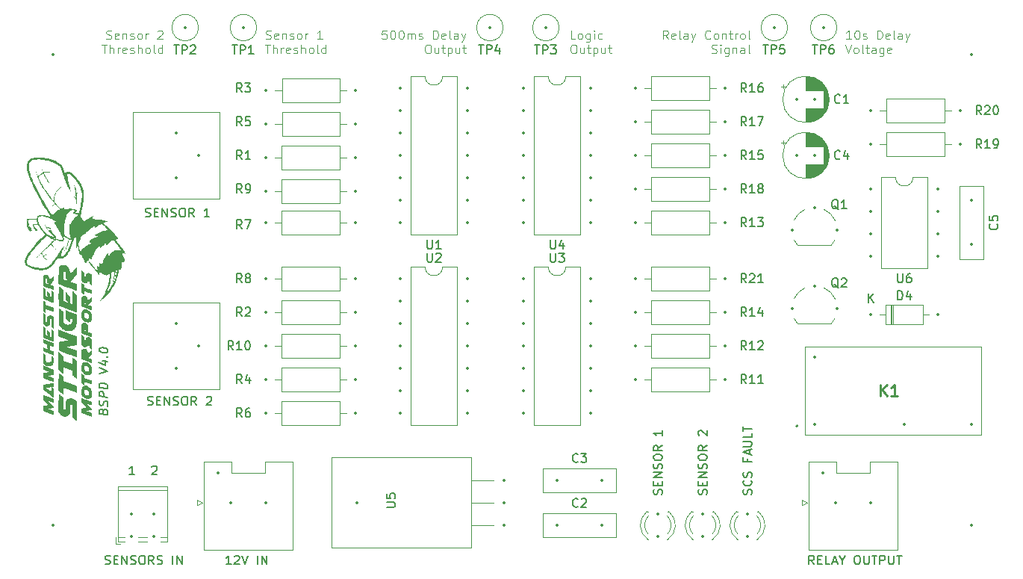
<source format=gto>
%TF.GenerationSoftware,KiCad,Pcbnew,7.0.8*%
%TF.CreationDate,2024-06-10T01:14:46+01:00*%
%TF.ProjectId,BSPD_ManchesterStingerMotorsports,42535044-5f4d-4616-9e63-686573746572,V3.0*%
%TF.SameCoordinates,Original*%
%TF.FileFunction,Legend,Top*%
%TF.FilePolarity,Positive*%
%FSLAX46Y46*%
G04 Gerber Fmt 4.6, Leading zero omitted, Abs format (unit mm)*
G04 Created by KiCad (PCBNEW 7.0.8) date 2024-06-10 01:14:46*
%MOMM*%
%LPD*%
G01*
G04 APERTURE LIST*
%ADD10C,0.200000*%
%ADD11C,0.125000*%
%ADD12C,0.150000*%
%ADD13C,0.254000*%
%ADD14C,0.120000*%
%ADD15C,0.100000*%
%ADD16C,0.350000*%
G04 APERTURE END LIST*
D10*
X91488054Y-135704600D02*
X91630911Y-135752219D01*
X91630911Y-135752219D02*
X91869006Y-135752219D01*
X91869006Y-135752219D02*
X91964244Y-135704600D01*
X91964244Y-135704600D02*
X92011863Y-135656980D01*
X92011863Y-135656980D02*
X92059482Y-135561742D01*
X92059482Y-135561742D02*
X92059482Y-135466504D01*
X92059482Y-135466504D02*
X92011863Y-135371266D01*
X92011863Y-135371266D02*
X91964244Y-135323647D01*
X91964244Y-135323647D02*
X91869006Y-135276028D01*
X91869006Y-135276028D02*
X91678530Y-135228409D01*
X91678530Y-135228409D02*
X91583292Y-135180790D01*
X91583292Y-135180790D02*
X91535673Y-135133171D01*
X91535673Y-135133171D02*
X91488054Y-135037933D01*
X91488054Y-135037933D02*
X91488054Y-134942695D01*
X91488054Y-134942695D02*
X91535673Y-134847457D01*
X91535673Y-134847457D02*
X91583292Y-134799838D01*
X91583292Y-134799838D02*
X91678530Y-134752219D01*
X91678530Y-134752219D02*
X91916625Y-134752219D01*
X91916625Y-134752219D02*
X92059482Y-134799838D01*
X92488054Y-135228409D02*
X92821387Y-135228409D01*
X92964244Y-135752219D02*
X92488054Y-135752219D01*
X92488054Y-135752219D02*
X92488054Y-134752219D01*
X92488054Y-134752219D02*
X92964244Y-134752219D01*
X93392816Y-135752219D02*
X93392816Y-134752219D01*
X93392816Y-134752219D02*
X93964244Y-135752219D01*
X93964244Y-135752219D02*
X93964244Y-134752219D01*
X94392816Y-135704600D02*
X94535673Y-135752219D01*
X94535673Y-135752219D02*
X94773768Y-135752219D01*
X94773768Y-135752219D02*
X94869006Y-135704600D01*
X94869006Y-135704600D02*
X94916625Y-135656980D01*
X94916625Y-135656980D02*
X94964244Y-135561742D01*
X94964244Y-135561742D02*
X94964244Y-135466504D01*
X94964244Y-135466504D02*
X94916625Y-135371266D01*
X94916625Y-135371266D02*
X94869006Y-135323647D01*
X94869006Y-135323647D02*
X94773768Y-135276028D01*
X94773768Y-135276028D02*
X94583292Y-135228409D01*
X94583292Y-135228409D02*
X94488054Y-135180790D01*
X94488054Y-135180790D02*
X94440435Y-135133171D01*
X94440435Y-135133171D02*
X94392816Y-135037933D01*
X94392816Y-135037933D02*
X94392816Y-134942695D01*
X94392816Y-134942695D02*
X94440435Y-134847457D01*
X94440435Y-134847457D02*
X94488054Y-134799838D01*
X94488054Y-134799838D02*
X94583292Y-134752219D01*
X94583292Y-134752219D02*
X94821387Y-134752219D01*
X94821387Y-134752219D02*
X94964244Y-134799838D01*
X95583292Y-134752219D02*
X95773768Y-134752219D01*
X95773768Y-134752219D02*
X95869006Y-134799838D01*
X95869006Y-134799838D02*
X95964244Y-134895076D01*
X95964244Y-134895076D02*
X96011863Y-135085552D01*
X96011863Y-135085552D02*
X96011863Y-135418885D01*
X96011863Y-135418885D02*
X95964244Y-135609361D01*
X95964244Y-135609361D02*
X95869006Y-135704600D01*
X95869006Y-135704600D02*
X95773768Y-135752219D01*
X95773768Y-135752219D02*
X95583292Y-135752219D01*
X95583292Y-135752219D02*
X95488054Y-135704600D01*
X95488054Y-135704600D02*
X95392816Y-135609361D01*
X95392816Y-135609361D02*
X95345197Y-135418885D01*
X95345197Y-135418885D02*
X95345197Y-135085552D01*
X95345197Y-135085552D02*
X95392816Y-134895076D01*
X95392816Y-134895076D02*
X95488054Y-134799838D01*
X95488054Y-134799838D02*
X95583292Y-134752219D01*
X97011863Y-135752219D02*
X96678530Y-135276028D01*
X96440435Y-135752219D02*
X96440435Y-134752219D01*
X96440435Y-134752219D02*
X96821387Y-134752219D01*
X96821387Y-134752219D02*
X96916625Y-134799838D01*
X96916625Y-134799838D02*
X96964244Y-134847457D01*
X96964244Y-134847457D02*
X97011863Y-134942695D01*
X97011863Y-134942695D02*
X97011863Y-135085552D01*
X97011863Y-135085552D02*
X96964244Y-135180790D01*
X96964244Y-135180790D02*
X96916625Y-135228409D01*
X96916625Y-135228409D02*
X96821387Y-135276028D01*
X96821387Y-135276028D02*
X96440435Y-135276028D01*
X97392816Y-135704600D02*
X97535673Y-135752219D01*
X97535673Y-135752219D02*
X97773768Y-135752219D01*
X97773768Y-135752219D02*
X97869006Y-135704600D01*
X97869006Y-135704600D02*
X97916625Y-135656980D01*
X97916625Y-135656980D02*
X97964244Y-135561742D01*
X97964244Y-135561742D02*
X97964244Y-135466504D01*
X97964244Y-135466504D02*
X97916625Y-135371266D01*
X97916625Y-135371266D02*
X97869006Y-135323647D01*
X97869006Y-135323647D02*
X97773768Y-135276028D01*
X97773768Y-135276028D02*
X97583292Y-135228409D01*
X97583292Y-135228409D02*
X97488054Y-135180790D01*
X97488054Y-135180790D02*
X97440435Y-135133171D01*
X97440435Y-135133171D02*
X97392816Y-135037933D01*
X97392816Y-135037933D02*
X97392816Y-134942695D01*
X97392816Y-134942695D02*
X97440435Y-134847457D01*
X97440435Y-134847457D02*
X97488054Y-134799838D01*
X97488054Y-134799838D02*
X97583292Y-134752219D01*
X97583292Y-134752219D02*
X97821387Y-134752219D01*
X97821387Y-134752219D02*
X97964244Y-134799838D01*
X99154721Y-135752219D02*
X99154721Y-134752219D01*
X99630911Y-135752219D02*
X99630911Y-134752219D01*
X99630911Y-134752219D02*
X100202339Y-135752219D01*
X100202339Y-135752219D02*
X100202339Y-134752219D01*
X164772600Y-127815945D02*
X164820219Y-127673088D01*
X164820219Y-127673088D02*
X164820219Y-127434993D01*
X164820219Y-127434993D02*
X164772600Y-127339755D01*
X164772600Y-127339755D02*
X164724980Y-127292136D01*
X164724980Y-127292136D02*
X164629742Y-127244517D01*
X164629742Y-127244517D02*
X164534504Y-127244517D01*
X164534504Y-127244517D02*
X164439266Y-127292136D01*
X164439266Y-127292136D02*
X164391647Y-127339755D01*
X164391647Y-127339755D02*
X164344028Y-127434993D01*
X164344028Y-127434993D02*
X164296409Y-127625469D01*
X164296409Y-127625469D02*
X164248790Y-127720707D01*
X164248790Y-127720707D02*
X164201171Y-127768326D01*
X164201171Y-127768326D02*
X164105933Y-127815945D01*
X164105933Y-127815945D02*
X164010695Y-127815945D01*
X164010695Y-127815945D02*
X163915457Y-127768326D01*
X163915457Y-127768326D02*
X163867838Y-127720707D01*
X163867838Y-127720707D02*
X163820219Y-127625469D01*
X163820219Y-127625469D02*
X163820219Y-127387374D01*
X163820219Y-127387374D02*
X163867838Y-127244517D01*
X164724980Y-126244517D02*
X164772600Y-126292136D01*
X164772600Y-126292136D02*
X164820219Y-126434993D01*
X164820219Y-126434993D02*
X164820219Y-126530231D01*
X164820219Y-126530231D02*
X164772600Y-126673088D01*
X164772600Y-126673088D02*
X164677361Y-126768326D01*
X164677361Y-126768326D02*
X164582123Y-126815945D01*
X164582123Y-126815945D02*
X164391647Y-126863564D01*
X164391647Y-126863564D02*
X164248790Y-126863564D01*
X164248790Y-126863564D02*
X164058314Y-126815945D01*
X164058314Y-126815945D02*
X163963076Y-126768326D01*
X163963076Y-126768326D02*
X163867838Y-126673088D01*
X163867838Y-126673088D02*
X163820219Y-126530231D01*
X163820219Y-126530231D02*
X163820219Y-126434993D01*
X163820219Y-126434993D02*
X163867838Y-126292136D01*
X163867838Y-126292136D02*
X163915457Y-126244517D01*
X164772600Y-125863564D02*
X164820219Y-125720707D01*
X164820219Y-125720707D02*
X164820219Y-125482612D01*
X164820219Y-125482612D02*
X164772600Y-125387374D01*
X164772600Y-125387374D02*
X164724980Y-125339755D01*
X164724980Y-125339755D02*
X164629742Y-125292136D01*
X164629742Y-125292136D02*
X164534504Y-125292136D01*
X164534504Y-125292136D02*
X164439266Y-125339755D01*
X164439266Y-125339755D02*
X164391647Y-125387374D01*
X164391647Y-125387374D02*
X164344028Y-125482612D01*
X164344028Y-125482612D02*
X164296409Y-125673088D01*
X164296409Y-125673088D02*
X164248790Y-125768326D01*
X164248790Y-125768326D02*
X164201171Y-125815945D01*
X164201171Y-125815945D02*
X164105933Y-125863564D01*
X164105933Y-125863564D02*
X164010695Y-125863564D01*
X164010695Y-125863564D02*
X163915457Y-125815945D01*
X163915457Y-125815945D02*
X163867838Y-125768326D01*
X163867838Y-125768326D02*
X163820219Y-125673088D01*
X163820219Y-125673088D02*
X163820219Y-125434993D01*
X163820219Y-125434993D02*
X163867838Y-125292136D01*
X164296409Y-123768326D02*
X164296409Y-124101659D01*
X164820219Y-124101659D02*
X163820219Y-124101659D01*
X163820219Y-124101659D02*
X163820219Y-123625469D01*
X164534504Y-123292135D02*
X164534504Y-122815945D01*
X164820219Y-123387373D02*
X163820219Y-123054040D01*
X163820219Y-123054040D02*
X164820219Y-122720707D01*
X163820219Y-122387373D02*
X164629742Y-122387373D01*
X164629742Y-122387373D02*
X164724980Y-122339754D01*
X164724980Y-122339754D02*
X164772600Y-122292135D01*
X164772600Y-122292135D02*
X164820219Y-122196897D01*
X164820219Y-122196897D02*
X164820219Y-122006421D01*
X164820219Y-122006421D02*
X164772600Y-121911183D01*
X164772600Y-121911183D02*
X164724980Y-121863564D01*
X164724980Y-121863564D02*
X164629742Y-121815945D01*
X164629742Y-121815945D02*
X163820219Y-121815945D01*
X164820219Y-120863564D02*
X164820219Y-121339754D01*
X164820219Y-121339754D02*
X163820219Y-121339754D01*
X163820219Y-120673087D02*
X163820219Y-120101659D01*
X164820219Y-120387373D02*
X163820219Y-120387373D01*
D11*
X123390524Y-75234119D02*
X122914334Y-75234119D01*
X122914334Y-75234119D02*
X122866715Y-75710309D01*
X122866715Y-75710309D02*
X122914334Y-75662690D01*
X122914334Y-75662690D02*
X123009572Y-75615071D01*
X123009572Y-75615071D02*
X123247667Y-75615071D01*
X123247667Y-75615071D02*
X123342905Y-75662690D01*
X123342905Y-75662690D02*
X123390524Y-75710309D01*
X123390524Y-75710309D02*
X123438143Y-75805547D01*
X123438143Y-75805547D02*
X123438143Y-76043642D01*
X123438143Y-76043642D02*
X123390524Y-76138880D01*
X123390524Y-76138880D02*
X123342905Y-76186500D01*
X123342905Y-76186500D02*
X123247667Y-76234119D01*
X123247667Y-76234119D02*
X123009572Y-76234119D01*
X123009572Y-76234119D02*
X122914334Y-76186500D01*
X122914334Y-76186500D02*
X122866715Y-76138880D01*
X124057191Y-75234119D02*
X124152429Y-75234119D01*
X124152429Y-75234119D02*
X124247667Y-75281738D01*
X124247667Y-75281738D02*
X124295286Y-75329357D01*
X124295286Y-75329357D02*
X124342905Y-75424595D01*
X124342905Y-75424595D02*
X124390524Y-75615071D01*
X124390524Y-75615071D02*
X124390524Y-75853166D01*
X124390524Y-75853166D02*
X124342905Y-76043642D01*
X124342905Y-76043642D02*
X124295286Y-76138880D01*
X124295286Y-76138880D02*
X124247667Y-76186500D01*
X124247667Y-76186500D02*
X124152429Y-76234119D01*
X124152429Y-76234119D02*
X124057191Y-76234119D01*
X124057191Y-76234119D02*
X123961953Y-76186500D01*
X123961953Y-76186500D02*
X123914334Y-76138880D01*
X123914334Y-76138880D02*
X123866715Y-76043642D01*
X123866715Y-76043642D02*
X123819096Y-75853166D01*
X123819096Y-75853166D02*
X123819096Y-75615071D01*
X123819096Y-75615071D02*
X123866715Y-75424595D01*
X123866715Y-75424595D02*
X123914334Y-75329357D01*
X123914334Y-75329357D02*
X123961953Y-75281738D01*
X123961953Y-75281738D02*
X124057191Y-75234119D01*
X125009572Y-75234119D02*
X125104810Y-75234119D01*
X125104810Y-75234119D02*
X125200048Y-75281738D01*
X125200048Y-75281738D02*
X125247667Y-75329357D01*
X125247667Y-75329357D02*
X125295286Y-75424595D01*
X125295286Y-75424595D02*
X125342905Y-75615071D01*
X125342905Y-75615071D02*
X125342905Y-75853166D01*
X125342905Y-75853166D02*
X125295286Y-76043642D01*
X125295286Y-76043642D02*
X125247667Y-76138880D01*
X125247667Y-76138880D02*
X125200048Y-76186500D01*
X125200048Y-76186500D02*
X125104810Y-76234119D01*
X125104810Y-76234119D02*
X125009572Y-76234119D01*
X125009572Y-76234119D02*
X124914334Y-76186500D01*
X124914334Y-76186500D02*
X124866715Y-76138880D01*
X124866715Y-76138880D02*
X124819096Y-76043642D01*
X124819096Y-76043642D02*
X124771477Y-75853166D01*
X124771477Y-75853166D02*
X124771477Y-75615071D01*
X124771477Y-75615071D02*
X124819096Y-75424595D01*
X124819096Y-75424595D02*
X124866715Y-75329357D01*
X124866715Y-75329357D02*
X124914334Y-75281738D01*
X124914334Y-75281738D02*
X125009572Y-75234119D01*
X125771477Y-76234119D02*
X125771477Y-75567452D01*
X125771477Y-75662690D02*
X125819096Y-75615071D01*
X125819096Y-75615071D02*
X125914334Y-75567452D01*
X125914334Y-75567452D02*
X126057191Y-75567452D01*
X126057191Y-75567452D02*
X126152429Y-75615071D01*
X126152429Y-75615071D02*
X126200048Y-75710309D01*
X126200048Y-75710309D02*
X126200048Y-76234119D01*
X126200048Y-75710309D02*
X126247667Y-75615071D01*
X126247667Y-75615071D02*
X126342905Y-75567452D01*
X126342905Y-75567452D02*
X126485762Y-75567452D01*
X126485762Y-75567452D02*
X126581001Y-75615071D01*
X126581001Y-75615071D02*
X126628620Y-75710309D01*
X126628620Y-75710309D02*
X126628620Y-76234119D01*
X127057191Y-76186500D02*
X127152429Y-76234119D01*
X127152429Y-76234119D02*
X127342905Y-76234119D01*
X127342905Y-76234119D02*
X127438143Y-76186500D01*
X127438143Y-76186500D02*
X127485762Y-76091261D01*
X127485762Y-76091261D02*
X127485762Y-76043642D01*
X127485762Y-76043642D02*
X127438143Y-75948404D01*
X127438143Y-75948404D02*
X127342905Y-75900785D01*
X127342905Y-75900785D02*
X127200048Y-75900785D01*
X127200048Y-75900785D02*
X127104810Y-75853166D01*
X127104810Y-75853166D02*
X127057191Y-75757928D01*
X127057191Y-75757928D02*
X127057191Y-75710309D01*
X127057191Y-75710309D02*
X127104810Y-75615071D01*
X127104810Y-75615071D02*
X127200048Y-75567452D01*
X127200048Y-75567452D02*
X127342905Y-75567452D01*
X127342905Y-75567452D02*
X127438143Y-75615071D01*
X128676239Y-76234119D02*
X128676239Y-75234119D01*
X128676239Y-75234119D02*
X128914334Y-75234119D01*
X128914334Y-75234119D02*
X129057191Y-75281738D01*
X129057191Y-75281738D02*
X129152429Y-75376976D01*
X129152429Y-75376976D02*
X129200048Y-75472214D01*
X129200048Y-75472214D02*
X129247667Y-75662690D01*
X129247667Y-75662690D02*
X129247667Y-75805547D01*
X129247667Y-75805547D02*
X129200048Y-75996023D01*
X129200048Y-75996023D02*
X129152429Y-76091261D01*
X129152429Y-76091261D02*
X129057191Y-76186500D01*
X129057191Y-76186500D02*
X128914334Y-76234119D01*
X128914334Y-76234119D02*
X128676239Y-76234119D01*
X130057191Y-76186500D02*
X129961953Y-76234119D01*
X129961953Y-76234119D02*
X129771477Y-76234119D01*
X129771477Y-76234119D02*
X129676239Y-76186500D01*
X129676239Y-76186500D02*
X129628620Y-76091261D01*
X129628620Y-76091261D02*
X129628620Y-75710309D01*
X129628620Y-75710309D02*
X129676239Y-75615071D01*
X129676239Y-75615071D02*
X129771477Y-75567452D01*
X129771477Y-75567452D02*
X129961953Y-75567452D01*
X129961953Y-75567452D02*
X130057191Y-75615071D01*
X130057191Y-75615071D02*
X130104810Y-75710309D01*
X130104810Y-75710309D02*
X130104810Y-75805547D01*
X130104810Y-75805547D02*
X129628620Y-75900785D01*
X130676239Y-76234119D02*
X130581001Y-76186500D01*
X130581001Y-76186500D02*
X130533382Y-76091261D01*
X130533382Y-76091261D02*
X130533382Y-75234119D01*
X131485763Y-76234119D02*
X131485763Y-75710309D01*
X131485763Y-75710309D02*
X131438144Y-75615071D01*
X131438144Y-75615071D02*
X131342906Y-75567452D01*
X131342906Y-75567452D02*
X131152430Y-75567452D01*
X131152430Y-75567452D02*
X131057192Y-75615071D01*
X131485763Y-76186500D02*
X131390525Y-76234119D01*
X131390525Y-76234119D02*
X131152430Y-76234119D01*
X131152430Y-76234119D02*
X131057192Y-76186500D01*
X131057192Y-76186500D02*
X131009573Y-76091261D01*
X131009573Y-76091261D02*
X131009573Y-75996023D01*
X131009573Y-75996023D02*
X131057192Y-75900785D01*
X131057192Y-75900785D02*
X131152430Y-75853166D01*
X131152430Y-75853166D02*
X131390525Y-75853166D01*
X131390525Y-75853166D02*
X131485763Y-75805547D01*
X131866716Y-75567452D02*
X132104811Y-76234119D01*
X132342906Y-75567452D02*
X132104811Y-76234119D01*
X132104811Y-76234119D02*
X132009573Y-76472214D01*
X132009573Y-76472214D02*
X131961954Y-76519833D01*
X131961954Y-76519833D02*
X131866716Y-76567452D01*
X128009572Y-76844119D02*
X128200048Y-76844119D01*
X128200048Y-76844119D02*
X128295286Y-76891738D01*
X128295286Y-76891738D02*
X128390524Y-76986976D01*
X128390524Y-76986976D02*
X128438143Y-77177452D01*
X128438143Y-77177452D02*
X128438143Y-77510785D01*
X128438143Y-77510785D02*
X128390524Y-77701261D01*
X128390524Y-77701261D02*
X128295286Y-77796500D01*
X128295286Y-77796500D02*
X128200048Y-77844119D01*
X128200048Y-77844119D02*
X128009572Y-77844119D01*
X128009572Y-77844119D02*
X127914334Y-77796500D01*
X127914334Y-77796500D02*
X127819096Y-77701261D01*
X127819096Y-77701261D02*
X127771477Y-77510785D01*
X127771477Y-77510785D02*
X127771477Y-77177452D01*
X127771477Y-77177452D02*
X127819096Y-76986976D01*
X127819096Y-76986976D02*
X127914334Y-76891738D01*
X127914334Y-76891738D02*
X128009572Y-76844119D01*
X129295286Y-77177452D02*
X129295286Y-77844119D01*
X128866715Y-77177452D02*
X128866715Y-77701261D01*
X128866715Y-77701261D02*
X128914334Y-77796500D01*
X128914334Y-77796500D02*
X129009572Y-77844119D01*
X129009572Y-77844119D02*
X129152429Y-77844119D01*
X129152429Y-77844119D02*
X129247667Y-77796500D01*
X129247667Y-77796500D02*
X129295286Y-77748880D01*
X129628620Y-77177452D02*
X130009572Y-77177452D01*
X129771477Y-76844119D02*
X129771477Y-77701261D01*
X129771477Y-77701261D02*
X129819096Y-77796500D01*
X129819096Y-77796500D02*
X129914334Y-77844119D01*
X129914334Y-77844119D02*
X130009572Y-77844119D01*
X130342906Y-77177452D02*
X130342906Y-78177452D01*
X130342906Y-77225071D02*
X130438144Y-77177452D01*
X130438144Y-77177452D02*
X130628620Y-77177452D01*
X130628620Y-77177452D02*
X130723858Y-77225071D01*
X130723858Y-77225071D02*
X130771477Y-77272690D01*
X130771477Y-77272690D02*
X130819096Y-77367928D01*
X130819096Y-77367928D02*
X130819096Y-77653642D01*
X130819096Y-77653642D02*
X130771477Y-77748880D01*
X130771477Y-77748880D02*
X130723858Y-77796500D01*
X130723858Y-77796500D02*
X130628620Y-77844119D01*
X130628620Y-77844119D02*
X130438144Y-77844119D01*
X130438144Y-77844119D02*
X130342906Y-77796500D01*
X131676239Y-77177452D02*
X131676239Y-77844119D01*
X131247668Y-77177452D02*
X131247668Y-77701261D01*
X131247668Y-77701261D02*
X131295287Y-77796500D01*
X131295287Y-77796500D02*
X131390525Y-77844119D01*
X131390525Y-77844119D02*
X131533382Y-77844119D01*
X131533382Y-77844119D02*
X131628620Y-77796500D01*
X131628620Y-77796500D02*
X131676239Y-77748880D01*
X132009573Y-77177452D02*
X132390525Y-77177452D01*
X132152430Y-76844119D02*
X132152430Y-77701261D01*
X132152430Y-77701261D02*
X132200049Y-77796500D01*
X132200049Y-77796500D02*
X132295287Y-77844119D01*
X132295287Y-77844119D02*
X132390525Y-77844119D01*
X155315189Y-76234119D02*
X154981856Y-75757928D01*
X154743761Y-76234119D02*
X154743761Y-75234119D01*
X154743761Y-75234119D02*
X155124713Y-75234119D01*
X155124713Y-75234119D02*
X155219951Y-75281738D01*
X155219951Y-75281738D02*
X155267570Y-75329357D01*
X155267570Y-75329357D02*
X155315189Y-75424595D01*
X155315189Y-75424595D02*
X155315189Y-75567452D01*
X155315189Y-75567452D02*
X155267570Y-75662690D01*
X155267570Y-75662690D02*
X155219951Y-75710309D01*
X155219951Y-75710309D02*
X155124713Y-75757928D01*
X155124713Y-75757928D02*
X154743761Y-75757928D01*
X156124713Y-76186500D02*
X156029475Y-76234119D01*
X156029475Y-76234119D02*
X155838999Y-76234119D01*
X155838999Y-76234119D02*
X155743761Y-76186500D01*
X155743761Y-76186500D02*
X155696142Y-76091261D01*
X155696142Y-76091261D02*
X155696142Y-75710309D01*
X155696142Y-75710309D02*
X155743761Y-75615071D01*
X155743761Y-75615071D02*
X155838999Y-75567452D01*
X155838999Y-75567452D02*
X156029475Y-75567452D01*
X156029475Y-75567452D02*
X156124713Y-75615071D01*
X156124713Y-75615071D02*
X156172332Y-75710309D01*
X156172332Y-75710309D02*
X156172332Y-75805547D01*
X156172332Y-75805547D02*
X155696142Y-75900785D01*
X156743761Y-76234119D02*
X156648523Y-76186500D01*
X156648523Y-76186500D02*
X156600904Y-76091261D01*
X156600904Y-76091261D02*
X156600904Y-75234119D01*
X157553285Y-76234119D02*
X157553285Y-75710309D01*
X157553285Y-75710309D02*
X157505666Y-75615071D01*
X157505666Y-75615071D02*
X157410428Y-75567452D01*
X157410428Y-75567452D02*
X157219952Y-75567452D01*
X157219952Y-75567452D02*
X157124714Y-75615071D01*
X157553285Y-76186500D02*
X157458047Y-76234119D01*
X157458047Y-76234119D02*
X157219952Y-76234119D01*
X157219952Y-76234119D02*
X157124714Y-76186500D01*
X157124714Y-76186500D02*
X157077095Y-76091261D01*
X157077095Y-76091261D02*
X157077095Y-75996023D01*
X157077095Y-75996023D02*
X157124714Y-75900785D01*
X157124714Y-75900785D02*
X157219952Y-75853166D01*
X157219952Y-75853166D02*
X157458047Y-75853166D01*
X157458047Y-75853166D02*
X157553285Y-75805547D01*
X157934238Y-75567452D02*
X158172333Y-76234119D01*
X158410428Y-75567452D02*
X158172333Y-76234119D01*
X158172333Y-76234119D02*
X158077095Y-76472214D01*
X158077095Y-76472214D02*
X158029476Y-76519833D01*
X158029476Y-76519833D02*
X157934238Y-76567452D01*
X160124714Y-76138880D02*
X160077095Y-76186500D01*
X160077095Y-76186500D02*
X159934238Y-76234119D01*
X159934238Y-76234119D02*
X159839000Y-76234119D01*
X159839000Y-76234119D02*
X159696143Y-76186500D01*
X159696143Y-76186500D02*
X159600905Y-76091261D01*
X159600905Y-76091261D02*
X159553286Y-75996023D01*
X159553286Y-75996023D02*
X159505667Y-75805547D01*
X159505667Y-75805547D02*
X159505667Y-75662690D01*
X159505667Y-75662690D02*
X159553286Y-75472214D01*
X159553286Y-75472214D02*
X159600905Y-75376976D01*
X159600905Y-75376976D02*
X159696143Y-75281738D01*
X159696143Y-75281738D02*
X159839000Y-75234119D01*
X159839000Y-75234119D02*
X159934238Y-75234119D01*
X159934238Y-75234119D02*
X160077095Y-75281738D01*
X160077095Y-75281738D02*
X160124714Y-75329357D01*
X160696143Y-76234119D02*
X160600905Y-76186500D01*
X160600905Y-76186500D02*
X160553286Y-76138880D01*
X160553286Y-76138880D02*
X160505667Y-76043642D01*
X160505667Y-76043642D02*
X160505667Y-75757928D01*
X160505667Y-75757928D02*
X160553286Y-75662690D01*
X160553286Y-75662690D02*
X160600905Y-75615071D01*
X160600905Y-75615071D02*
X160696143Y-75567452D01*
X160696143Y-75567452D02*
X160839000Y-75567452D01*
X160839000Y-75567452D02*
X160934238Y-75615071D01*
X160934238Y-75615071D02*
X160981857Y-75662690D01*
X160981857Y-75662690D02*
X161029476Y-75757928D01*
X161029476Y-75757928D02*
X161029476Y-76043642D01*
X161029476Y-76043642D02*
X160981857Y-76138880D01*
X160981857Y-76138880D02*
X160934238Y-76186500D01*
X160934238Y-76186500D02*
X160839000Y-76234119D01*
X160839000Y-76234119D02*
X160696143Y-76234119D01*
X161458048Y-75567452D02*
X161458048Y-76234119D01*
X161458048Y-75662690D02*
X161505667Y-75615071D01*
X161505667Y-75615071D02*
X161600905Y-75567452D01*
X161600905Y-75567452D02*
X161743762Y-75567452D01*
X161743762Y-75567452D02*
X161839000Y-75615071D01*
X161839000Y-75615071D02*
X161886619Y-75710309D01*
X161886619Y-75710309D02*
X161886619Y-76234119D01*
X162219953Y-75567452D02*
X162600905Y-75567452D01*
X162362810Y-75234119D02*
X162362810Y-76091261D01*
X162362810Y-76091261D02*
X162410429Y-76186500D01*
X162410429Y-76186500D02*
X162505667Y-76234119D01*
X162505667Y-76234119D02*
X162600905Y-76234119D01*
X162934239Y-76234119D02*
X162934239Y-75567452D01*
X162934239Y-75757928D02*
X162981858Y-75662690D01*
X162981858Y-75662690D02*
X163029477Y-75615071D01*
X163029477Y-75615071D02*
X163124715Y-75567452D01*
X163124715Y-75567452D02*
X163219953Y-75567452D01*
X163696144Y-76234119D02*
X163600906Y-76186500D01*
X163600906Y-76186500D02*
X163553287Y-76138880D01*
X163553287Y-76138880D02*
X163505668Y-76043642D01*
X163505668Y-76043642D02*
X163505668Y-75757928D01*
X163505668Y-75757928D02*
X163553287Y-75662690D01*
X163553287Y-75662690D02*
X163600906Y-75615071D01*
X163600906Y-75615071D02*
X163696144Y-75567452D01*
X163696144Y-75567452D02*
X163839001Y-75567452D01*
X163839001Y-75567452D02*
X163934239Y-75615071D01*
X163934239Y-75615071D02*
X163981858Y-75662690D01*
X163981858Y-75662690D02*
X164029477Y-75757928D01*
X164029477Y-75757928D02*
X164029477Y-76043642D01*
X164029477Y-76043642D02*
X163981858Y-76138880D01*
X163981858Y-76138880D02*
X163934239Y-76186500D01*
X163934239Y-76186500D02*
X163839001Y-76234119D01*
X163839001Y-76234119D02*
X163696144Y-76234119D01*
X164600906Y-76234119D02*
X164505668Y-76186500D01*
X164505668Y-76186500D02*
X164458049Y-76091261D01*
X164458049Y-76091261D02*
X164458049Y-75234119D01*
X160267573Y-77796500D02*
X160410430Y-77844119D01*
X160410430Y-77844119D02*
X160648525Y-77844119D01*
X160648525Y-77844119D02*
X160743763Y-77796500D01*
X160743763Y-77796500D02*
X160791382Y-77748880D01*
X160791382Y-77748880D02*
X160839001Y-77653642D01*
X160839001Y-77653642D02*
X160839001Y-77558404D01*
X160839001Y-77558404D02*
X160791382Y-77463166D01*
X160791382Y-77463166D02*
X160743763Y-77415547D01*
X160743763Y-77415547D02*
X160648525Y-77367928D01*
X160648525Y-77367928D02*
X160458049Y-77320309D01*
X160458049Y-77320309D02*
X160362811Y-77272690D01*
X160362811Y-77272690D02*
X160315192Y-77225071D01*
X160315192Y-77225071D02*
X160267573Y-77129833D01*
X160267573Y-77129833D02*
X160267573Y-77034595D01*
X160267573Y-77034595D02*
X160315192Y-76939357D01*
X160315192Y-76939357D02*
X160362811Y-76891738D01*
X160362811Y-76891738D02*
X160458049Y-76844119D01*
X160458049Y-76844119D02*
X160696144Y-76844119D01*
X160696144Y-76844119D02*
X160839001Y-76891738D01*
X161267573Y-77844119D02*
X161267573Y-77177452D01*
X161267573Y-76844119D02*
X161219954Y-76891738D01*
X161219954Y-76891738D02*
X161267573Y-76939357D01*
X161267573Y-76939357D02*
X161315192Y-76891738D01*
X161315192Y-76891738D02*
X161267573Y-76844119D01*
X161267573Y-76844119D02*
X161267573Y-76939357D01*
X162172334Y-77177452D02*
X162172334Y-77986976D01*
X162172334Y-77986976D02*
X162124715Y-78082214D01*
X162124715Y-78082214D02*
X162077096Y-78129833D01*
X162077096Y-78129833D02*
X161981858Y-78177452D01*
X161981858Y-78177452D02*
X161839001Y-78177452D01*
X161839001Y-78177452D02*
X161743763Y-78129833D01*
X162172334Y-77796500D02*
X162077096Y-77844119D01*
X162077096Y-77844119D02*
X161886620Y-77844119D01*
X161886620Y-77844119D02*
X161791382Y-77796500D01*
X161791382Y-77796500D02*
X161743763Y-77748880D01*
X161743763Y-77748880D02*
X161696144Y-77653642D01*
X161696144Y-77653642D02*
X161696144Y-77367928D01*
X161696144Y-77367928D02*
X161743763Y-77272690D01*
X161743763Y-77272690D02*
X161791382Y-77225071D01*
X161791382Y-77225071D02*
X161886620Y-77177452D01*
X161886620Y-77177452D02*
X162077096Y-77177452D01*
X162077096Y-77177452D02*
X162172334Y-77225071D01*
X162648525Y-77177452D02*
X162648525Y-77844119D01*
X162648525Y-77272690D02*
X162696144Y-77225071D01*
X162696144Y-77225071D02*
X162791382Y-77177452D01*
X162791382Y-77177452D02*
X162934239Y-77177452D01*
X162934239Y-77177452D02*
X163029477Y-77225071D01*
X163029477Y-77225071D02*
X163077096Y-77320309D01*
X163077096Y-77320309D02*
X163077096Y-77844119D01*
X163981858Y-77844119D02*
X163981858Y-77320309D01*
X163981858Y-77320309D02*
X163934239Y-77225071D01*
X163934239Y-77225071D02*
X163839001Y-77177452D01*
X163839001Y-77177452D02*
X163648525Y-77177452D01*
X163648525Y-77177452D02*
X163553287Y-77225071D01*
X163981858Y-77796500D02*
X163886620Y-77844119D01*
X163886620Y-77844119D02*
X163648525Y-77844119D01*
X163648525Y-77844119D02*
X163553287Y-77796500D01*
X163553287Y-77796500D02*
X163505668Y-77701261D01*
X163505668Y-77701261D02*
X163505668Y-77606023D01*
X163505668Y-77606023D02*
X163553287Y-77510785D01*
X163553287Y-77510785D02*
X163648525Y-77463166D01*
X163648525Y-77463166D02*
X163886620Y-77463166D01*
X163886620Y-77463166D02*
X163981858Y-77415547D01*
X164600906Y-77844119D02*
X164505668Y-77796500D01*
X164505668Y-77796500D02*
X164458049Y-77701261D01*
X164458049Y-77701261D02*
X164458049Y-76844119D01*
D12*
X91274009Y-118391363D02*
X91321628Y-118254458D01*
X91321628Y-118254458D02*
X91369247Y-118212792D01*
X91369247Y-118212792D02*
X91464485Y-118177077D01*
X91464485Y-118177077D02*
X91607342Y-118194935D01*
X91607342Y-118194935D02*
X91702580Y-118254458D01*
X91702580Y-118254458D02*
X91750200Y-118308030D01*
X91750200Y-118308030D02*
X91797819Y-118409220D01*
X91797819Y-118409220D02*
X91797819Y-118790173D01*
X91797819Y-118790173D02*
X90797819Y-118665173D01*
X90797819Y-118665173D02*
X90797819Y-118331839D01*
X90797819Y-118331839D02*
X90845438Y-118242554D01*
X90845438Y-118242554D02*
X90893057Y-118200887D01*
X90893057Y-118200887D02*
X90988295Y-118165173D01*
X90988295Y-118165173D02*
X91083533Y-118177077D01*
X91083533Y-118177077D02*
X91178771Y-118236601D01*
X91178771Y-118236601D02*
X91226390Y-118290173D01*
X91226390Y-118290173D02*
X91274009Y-118391363D01*
X91274009Y-118391363D02*
X91274009Y-118724696D01*
X91750200Y-117831839D02*
X91797819Y-117694935D01*
X91797819Y-117694935D02*
X91797819Y-117456839D01*
X91797819Y-117456839D02*
X91750200Y-117355649D01*
X91750200Y-117355649D02*
X91702580Y-117302077D01*
X91702580Y-117302077D02*
X91607342Y-117242554D01*
X91607342Y-117242554D02*
X91512104Y-117230649D01*
X91512104Y-117230649D02*
X91416866Y-117266363D01*
X91416866Y-117266363D02*
X91369247Y-117308030D01*
X91369247Y-117308030D02*
X91321628Y-117397316D01*
X91321628Y-117397316D02*
X91274009Y-117581839D01*
X91274009Y-117581839D02*
X91226390Y-117671125D01*
X91226390Y-117671125D02*
X91178771Y-117712792D01*
X91178771Y-117712792D02*
X91083533Y-117748506D01*
X91083533Y-117748506D02*
X90988295Y-117736601D01*
X90988295Y-117736601D02*
X90893057Y-117677077D01*
X90893057Y-117677077D02*
X90845438Y-117623506D01*
X90845438Y-117623506D02*
X90797819Y-117522316D01*
X90797819Y-117522316D02*
X90797819Y-117284220D01*
X90797819Y-117284220D02*
X90845438Y-117147316D01*
X91797819Y-116837792D02*
X90797819Y-116712792D01*
X90797819Y-116712792D02*
X90797819Y-116331839D01*
X90797819Y-116331839D02*
X90845438Y-116242554D01*
X90845438Y-116242554D02*
X90893057Y-116200887D01*
X90893057Y-116200887D02*
X90988295Y-116165173D01*
X90988295Y-116165173D02*
X91131152Y-116183030D01*
X91131152Y-116183030D02*
X91226390Y-116242554D01*
X91226390Y-116242554D02*
X91274009Y-116296125D01*
X91274009Y-116296125D02*
X91321628Y-116397315D01*
X91321628Y-116397315D02*
X91321628Y-116778268D01*
X91797819Y-115837792D02*
X90797819Y-115712792D01*
X90797819Y-115712792D02*
X90797819Y-115474696D01*
X90797819Y-115474696D02*
X90845438Y-115337792D01*
X90845438Y-115337792D02*
X90940676Y-115254458D01*
X90940676Y-115254458D02*
X91035914Y-115218744D01*
X91035914Y-115218744D02*
X91226390Y-115194935D01*
X91226390Y-115194935D02*
X91369247Y-115212792D01*
X91369247Y-115212792D02*
X91559723Y-115284220D01*
X91559723Y-115284220D02*
X91654961Y-115343744D01*
X91654961Y-115343744D02*
X91750200Y-115450887D01*
X91750200Y-115450887D02*
X91797819Y-115599696D01*
X91797819Y-115599696D02*
X91797819Y-115837792D01*
X90797819Y-114093744D02*
X91797819Y-113885410D01*
X91797819Y-113885410D02*
X90797819Y-113427077D01*
X91131152Y-112706839D02*
X91797819Y-112790172D01*
X90750200Y-112897315D02*
X91464485Y-113224696D01*
X91464485Y-113224696D02*
X91464485Y-112605648D01*
X91702580Y-112254458D02*
X91750200Y-112212791D01*
X91750200Y-112212791D02*
X91797819Y-112266363D01*
X91797819Y-112266363D02*
X91750200Y-112308029D01*
X91750200Y-112308029D02*
X91702580Y-112254458D01*
X91702580Y-112254458D02*
X91797819Y-112266363D01*
X90797819Y-111474696D02*
X90797819Y-111379458D01*
X90797819Y-111379458D02*
X90845438Y-111290173D01*
X90845438Y-111290173D02*
X90893057Y-111248506D01*
X90893057Y-111248506D02*
X90988295Y-111212792D01*
X90988295Y-111212792D02*
X91178771Y-111188982D01*
X91178771Y-111188982D02*
X91416866Y-111218744D01*
X91416866Y-111218744D02*
X91607342Y-111290173D01*
X91607342Y-111290173D02*
X91702580Y-111349696D01*
X91702580Y-111349696D02*
X91750200Y-111403268D01*
X91750200Y-111403268D02*
X91797819Y-111504458D01*
X91797819Y-111504458D02*
X91797819Y-111599696D01*
X91797819Y-111599696D02*
X91750200Y-111688982D01*
X91750200Y-111688982D02*
X91702580Y-111730649D01*
X91702580Y-111730649D02*
X91607342Y-111766363D01*
X91607342Y-111766363D02*
X91416866Y-111790173D01*
X91416866Y-111790173D02*
X91178771Y-111760411D01*
X91178771Y-111760411D02*
X90988295Y-111688982D01*
X90988295Y-111688982D02*
X90893057Y-111629458D01*
X90893057Y-111629458D02*
X90845438Y-111575887D01*
X90845438Y-111575887D02*
X90797819Y-111474696D01*
D11*
X144794521Y-76234119D02*
X144318331Y-76234119D01*
X144318331Y-76234119D02*
X144318331Y-75234119D01*
X145270712Y-76234119D02*
X145175474Y-76186500D01*
X145175474Y-76186500D02*
X145127855Y-76138880D01*
X145127855Y-76138880D02*
X145080236Y-76043642D01*
X145080236Y-76043642D02*
X145080236Y-75757928D01*
X145080236Y-75757928D02*
X145127855Y-75662690D01*
X145127855Y-75662690D02*
X145175474Y-75615071D01*
X145175474Y-75615071D02*
X145270712Y-75567452D01*
X145270712Y-75567452D02*
X145413569Y-75567452D01*
X145413569Y-75567452D02*
X145508807Y-75615071D01*
X145508807Y-75615071D02*
X145556426Y-75662690D01*
X145556426Y-75662690D02*
X145604045Y-75757928D01*
X145604045Y-75757928D02*
X145604045Y-76043642D01*
X145604045Y-76043642D02*
X145556426Y-76138880D01*
X145556426Y-76138880D02*
X145508807Y-76186500D01*
X145508807Y-76186500D02*
X145413569Y-76234119D01*
X145413569Y-76234119D02*
X145270712Y-76234119D01*
X146461188Y-75567452D02*
X146461188Y-76376976D01*
X146461188Y-76376976D02*
X146413569Y-76472214D01*
X146413569Y-76472214D02*
X146365950Y-76519833D01*
X146365950Y-76519833D02*
X146270712Y-76567452D01*
X146270712Y-76567452D02*
X146127855Y-76567452D01*
X146127855Y-76567452D02*
X146032617Y-76519833D01*
X146461188Y-76186500D02*
X146365950Y-76234119D01*
X146365950Y-76234119D02*
X146175474Y-76234119D01*
X146175474Y-76234119D02*
X146080236Y-76186500D01*
X146080236Y-76186500D02*
X146032617Y-76138880D01*
X146032617Y-76138880D02*
X145984998Y-76043642D01*
X145984998Y-76043642D02*
X145984998Y-75757928D01*
X145984998Y-75757928D02*
X146032617Y-75662690D01*
X146032617Y-75662690D02*
X146080236Y-75615071D01*
X146080236Y-75615071D02*
X146175474Y-75567452D01*
X146175474Y-75567452D02*
X146365950Y-75567452D01*
X146365950Y-75567452D02*
X146461188Y-75615071D01*
X146937379Y-76234119D02*
X146937379Y-75567452D01*
X146937379Y-75234119D02*
X146889760Y-75281738D01*
X146889760Y-75281738D02*
X146937379Y-75329357D01*
X146937379Y-75329357D02*
X146984998Y-75281738D01*
X146984998Y-75281738D02*
X146937379Y-75234119D01*
X146937379Y-75234119D02*
X146937379Y-75329357D01*
X147842140Y-76186500D02*
X147746902Y-76234119D01*
X147746902Y-76234119D02*
X147556426Y-76234119D01*
X147556426Y-76234119D02*
X147461188Y-76186500D01*
X147461188Y-76186500D02*
X147413569Y-76138880D01*
X147413569Y-76138880D02*
X147365950Y-76043642D01*
X147365950Y-76043642D02*
X147365950Y-75757928D01*
X147365950Y-75757928D02*
X147413569Y-75662690D01*
X147413569Y-75662690D02*
X147461188Y-75615071D01*
X147461188Y-75615071D02*
X147556426Y-75567452D01*
X147556426Y-75567452D02*
X147746902Y-75567452D01*
X147746902Y-75567452D02*
X147842140Y-75615071D01*
X144508807Y-76844119D02*
X144699283Y-76844119D01*
X144699283Y-76844119D02*
X144794521Y-76891738D01*
X144794521Y-76891738D02*
X144889759Y-76986976D01*
X144889759Y-76986976D02*
X144937378Y-77177452D01*
X144937378Y-77177452D02*
X144937378Y-77510785D01*
X144937378Y-77510785D02*
X144889759Y-77701261D01*
X144889759Y-77701261D02*
X144794521Y-77796500D01*
X144794521Y-77796500D02*
X144699283Y-77844119D01*
X144699283Y-77844119D02*
X144508807Y-77844119D01*
X144508807Y-77844119D02*
X144413569Y-77796500D01*
X144413569Y-77796500D02*
X144318331Y-77701261D01*
X144318331Y-77701261D02*
X144270712Y-77510785D01*
X144270712Y-77510785D02*
X144270712Y-77177452D01*
X144270712Y-77177452D02*
X144318331Y-76986976D01*
X144318331Y-76986976D02*
X144413569Y-76891738D01*
X144413569Y-76891738D02*
X144508807Y-76844119D01*
X145794521Y-77177452D02*
X145794521Y-77844119D01*
X145365950Y-77177452D02*
X145365950Y-77701261D01*
X145365950Y-77701261D02*
X145413569Y-77796500D01*
X145413569Y-77796500D02*
X145508807Y-77844119D01*
X145508807Y-77844119D02*
X145651664Y-77844119D01*
X145651664Y-77844119D02*
X145746902Y-77796500D01*
X145746902Y-77796500D02*
X145794521Y-77748880D01*
X146127855Y-77177452D02*
X146508807Y-77177452D01*
X146270712Y-76844119D02*
X146270712Y-77701261D01*
X146270712Y-77701261D02*
X146318331Y-77796500D01*
X146318331Y-77796500D02*
X146413569Y-77844119D01*
X146413569Y-77844119D02*
X146508807Y-77844119D01*
X146842141Y-77177452D02*
X146842141Y-78177452D01*
X146842141Y-77225071D02*
X146937379Y-77177452D01*
X146937379Y-77177452D02*
X147127855Y-77177452D01*
X147127855Y-77177452D02*
X147223093Y-77225071D01*
X147223093Y-77225071D02*
X147270712Y-77272690D01*
X147270712Y-77272690D02*
X147318331Y-77367928D01*
X147318331Y-77367928D02*
X147318331Y-77653642D01*
X147318331Y-77653642D02*
X147270712Y-77748880D01*
X147270712Y-77748880D02*
X147223093Y-77796500D01*
X147223093Y-77796500D02*
X147127855Y-77844119D01*
X147127855Y-77844119D02*
X146937379Y-77844119D01*
X146937379Y-77844119D02*
X146842141Y-77796500D01*
X148175474Y-77177452D02*
X148175474Y-77844119D01*
X147746903Y-77177452D02*
X147746903Y-77701261D01*
X147746903Y-77701261D02*
X147794522Y-77796500D01*
X147794522Y-77796500D02*
X147889760Y-77844119D01*
X147889760Y-77844119D02*
X148032617Y-77844119D01*
X148032617Y-77844119D02*
X148127855Y-77796500D01*
X148127855Y-77796500D02*
X148175474Y-77748880D01*
X148508808Y-77177452D02*
X148889760Y-77177452D01*
X148651665Y-76844119D02*
X148651665Y-77701261D01*
X148651665Y-77701261D02*
X148699284Y-77796500D01*
X148699284Y-77796500D02*
X148794522Y-77844119D01*
X148794522Y-77844119D02*
X148889760Y-77844119D01*
X91624334Y-76186500D02*
X91767191Y-76234119D01*
X91767191Y-76234119D02*
X92005286Y-76234119D01*
X92005286Y-76234119D02*
X92100524Y-76186500D01*
X92100524Y-76186500D02*
X92148143Y-76138880D01*
X92148143Y-76138880D02*
X92195762Y-76043642D01*
X92195762Y-76043642D02*
X92195762Y-75948404D01*
X92195762Y-75948404D02*
X92148143Y-75853166D01*
X92148143Y-75853166D02*
X92100524Y-75805547D01*
X92100524Y-75805547D02*
X92005286Y-75757928D01*
X92005286Y-75757928D02*
X91814810Y-75710309D01*
X91814810Y-75710309D02*
X91719572Y-75662690D01*
X91719572Y-75662690D02*
X91671953Y-75615071D01*
X91671953Y-75615071D02*
X91624334Y-75519833D01*
X91624334Y-75519833D02*
X91624334Y-75424595D01*
X91624334Y-75424595D02*
X91671953Y-75329357D01*
X91671953Y-75329357D02*
X91719572Y-75281738D01*
X91719572Y-75281738D02*
X91814810Y-75234119D01*
X91814810Y-75234119D02*
X92052905Y-75234119D01*
X92052905Y-75234119D02*
X92195762Y-75281738D01*
X93005286Y-76186500D02*
X92910048Y-76234119D01*
X92910048Y-76234119D02*
X92719572Y-76234119D01*
X92719572Y-76234119D02*
X92624334Y-76186500D01*
X92624334Y-76186500D02*
X92576715Y-76091261D01*
X92576715Y-76091261D02*
X92576715Y-75710309D01*
X92576715Y-75710309D02*
X92624334Y-75615071D01*
X92624334Y-75615071D02*
X92719572Y-75567452D01*
X92719572Y-75567452D02*
X92910048Y-75567452D01*
X92910048Y-75567452D02*
X93005286Y-75615071D01*
X93005286Y-75615071D02*
X93052905Y-75710309D01*
X93052905Y-75710309D02*
X93052905Y-75805547D01*
X93052905Y-75805547D02*
X92576715Y-75900785D01*
X93481477Y-75567452D02*
X93481477Y-76234119D01*
X93481477Y-75662690D02*
X93529096Y-75615071D01*
X93529096Y-75615071D02*
X93624334Y-75567452D01*
X93624334Y-75567452D02*
X93767191Y-75567452D01*
X93767191Y-75567452D02*
X93862429Y-75615071D01*
X93862429Y-75615071D02*
X93910048Y-75710309D01*
X93910048Y-75710309D02*
X93910048Y-76234119D01*
X94338620Y-76186500D02*
X94433858Y-76234119D01*
X94433858Y-76234119D02*
X94624334Y-76234119D01*
X94624334Y-76234119D02*
X94719572Y-76186500D01*
X94719572Y-76186500D02*
X94767191Y-76091261D01*
X94767191Y-76091261D02*
X94767191Y-76043642D01*
X94767191Y-76043642D02*
X94719572Y-75948404D01*
X94719572Y-75948404D02*
X94624334Y-75900785D01*
X94624334Y-75900785D02*
X94481477Y-75900785D01*
X94481477Y-75900785D02*
X94386239Y-75853166D01*
X94386239Y-75853166D02*
X94338620Y-75757928D01*
X94338620Y-75757928D02*
X94338620Y-75710309D01*
X94338620Y-75710309D02*
X94386239Y-75615071D01*
X94386239Y-75615071D02*
X94481477Y-75567452D01*
X94481477Y-75567452D02*
X94624334Y-75567452D01*
X94624334Y-75567452D02*
X94719572Y-75615071D01*
X95338620Y-76234119D02*
X95243382Y-76186500D01*
X95243382Y-76186500D02*
X95195763Y-76138880D01*
X95195763Y-76138880D02*
X95148144Y-76043642D01*
X95148144Y-76043642D02*
X95148144Y-75757928D01*
X95148144Y-75757928D02*
X95195763Y-75662690D01*
X95195763Y-75662690D02*
X95243382Y-75615071D01*
X95243382Y-75615071D02*
X95338620Y-75567452D01*
X95338620Y-75567452D02*
X95481477Y-75567452D01*
X95481477Y-75567452D02*
X95576715Y-75615071D01*
X95576715Y-75615071D02*
X95624334Y-75662690D01*
X95624334Y-75662690D02*
X95671953Y-75757928D01*
X95671953Y-75757928D02*
X95671953Y-76043642D01*
X95671953Y-76043642D02*
X95624334Y-76138880D01*
X95624334Y-76138880D02*
X95576715Y-76186500D01*
X95576715Y-76186500D02*
X95481477Y-76234119D01*
X95481477Y-76234119D02*
X95338620Y-76234119D01*
X96100525Y-76234119D02*
X96100525Y-75567452D01*
X96100525Y-75757928D02*
X96148144Y-75662690D01*
X96148144Y-75662690D02*
X96195763Y-75615071D01*
X96195763Y-75615071D02*
X96291001Y-75567452D01*
X96291001Y-75567452D02*
X96386239Y-75567452D01*
X97433859Y-75329357D02*
X97481478Y-75281738D01*
X97481478Y-75281738D02*
X97576716Y-75234119D01*
X97576716Y-75234119D02*
X97814811Y-75234119D01*
X97814811Y-75234119D02*
X97910049Y-75281738D01*
X97910049Y-75281738D02*
X97957668Y-75329357D01*
X97957668Y-75329357D02*
X98005287Y-75424595D01*
X98005287Y-75424595D02*
X98005287Y-75519833D01*
X98005287Y-75519833D02*
X97957668Y-75662690D01*
X97957668Y-75662690D02*
X97386240Y-76234119D01*
X97386240Y-76234119D02*
X98005287Y-76234119D01*
X91100524Y-76844119D02*
X91671952Y-76844119D01*
X91386238Y-77844119D02*
X91386238Y-76844119D01*
X92005286Y-77844119D02*
X92005286Y-76844119D01*
X92433857Y-77844119D02*
X92433857Y-77320309D01*
X92433857Y-77320309D02*
X92386238Y-77225071D01*
X92386238Y-77225071D02*
X92291000Y-77177452D01*
X92291000Y-77177452D02*
X92148143Y-77177452D01*
X92148143Y-77177452D02*
X92052905Y-77225071D01*
X92052905Y-77225071D02*
X92005286Y-77272690D01*
X92910048Y-77844119D02*
X92910048Y-77177452D01*
X92910048Y-77367928D02*
X92957667Y-77272690D01*
X92957667Y-77272690D02*
X93005286Y-77225071D01*
X93005286Y-77225071D02*
X93100524Y-77177452D01*
X93100524Y-77177452D02*
X93195762Y-77177452D01*
X93910048Y-77796500D02*
X93814810Y-77844119D01*
X93814810Y-77844119D02*
X93624334Y-77844119D01*
X93624334Y-77844119D02*
X93529096Y-77796500D01*
X93529096Y-77796500D02*
X93481477Y-77701261D01*
X93481477Y-77701261D02*
X93481477Y-77320309D01*
X93481477Y-77320309D02*
X93529096Y-77225071D01*
X93529096Y-77225071D02*
X93624334Y-77177452D01*
X93624334Y-77177452D02*
X93814810Y-77177452D01*
X93814810Y-77177452D02*
X93910048Y-77225071D01*
X93910048Y-77225071D02*
X93957667Y-77320309D01*
X93957667Y-77320309D02*
X93957667Y-77415547D01*
X93957667Y-77415547D02*
X93481477Y-77510785D01*
X94338620Y-77796500D02*
X94433858Y-77844119D01*
X94433858Y-77844119D02*
X94624334Y-77844119D01*
X94624334Y-77844119D02*
X94719572Y-77796500D01*
X94719572Y-77796500D02*
X94767191Y-77701261D01*
X94767191Y-77701261D02*
X94767191Y-77653642D01*
X94767191Y-77653642D02*
X94719572Y-77558404D01*
X94719572Y-77558404D02*
X94624334Y-77510785D01*
X94624334Y-77510785D02*
X94481477Y-77510785D01*
X94481477Y-77510785D02*
X94386239Y-77463166D01*
X94386239Y-77463166D02*
X94338620Y-77367928D01*
X94338620Y-77367928D02*
X94338620Y-77320309D01*
X94338620Y-77320309D02*
X94386239Y-77225071D01*
X94386239Y-77225071D02*
X94481477Y-77177452D01*
X94481477Y-77177452D02*
X94624334Y-77177452D01*
X94624334Y-77177452D02*
X94719572Y-77225071D01*
X95195763Y-77844119D02*
X95195763Y-76844119D01*
X95624334Y-77844119D02*
X95624334Y-77320309D01*
X95624334Y-77320309D02*
X95576715Y-77225071D01*
X95576715Y-77225071D02*
X95481477Y-77177452D01*
X95481477Y-77177452D02*
X95338620Y-77177452D01*
X95338620Y-77177452D02*
X95243382Y-77225071D01*
X95243382Y-77225071D02*
X95195763Y-77272690D01*
X96243382Y-77844119D02*
X96148144Y-77796500D01*
X96148144Y-77796500D02*
X96100525Y-77748880D01*
X96100525Y-77748880D02*
X96052906Y-77653642D01*
X96052906Y-77653642D02*
X96052906Y-77367928D01*
X96052906Y-77367928D02*
X96100525Y-77272690D01*
X96100525Y-77272690D02*
X96148144Y-77225071D01*
X96148144Y-77225071D02*
X96243382Y-77177452D01*
X96243382Y-77177452D02*
X96386239Y-77177452D01*
X96386239Y-77177452D02*
X96481477Y-77225071D01*
X96481477Y-77225071D02*
X96529096Y-77272690D01*
X96529096Y-77272690D02*
X96576715Y-77367928D01*
X96576715Y-77367928D02*
X96576715Y-77653642D01*
X96576715Y-77653642D02*
X96529096Y-77748880D01*
X96529096Y-77748880D02*
X96481477Y-77796500D01*
X96481477Y-77796500D02*
X96386239Y-77844119D01*
X96386239Y-77844119D02*
X96243382Y-77844119D01*
X97148144Y-77844119D02*
X97052906Y-77796500D01*
X97052906Y-77796500D02*
X97005287Y-77701261D01*
X97005287Y-77701261D02*
X97005287Y-76844119D01*
X97957668Y-77844119D02*
X97957668Y-76844119D01*
X97957668Y-77796500D02*
X97862430Y-77844119D01*
X97862430Y-77844119D02*
X97671954Y-77844119D01*
X97671954Y-77844119D02*
X97576716Y-77796500D01*
X97576716Y-77796500D02*
X97529097Y-77748880D01*
X97529097Y-77748880D02*
X97481478Y-77653642D01*
X97481478Y-77653642D02*
X97481478Y-77367928D01*
X97481478Y-77367928D02*
X97529097Y-77272690D01*
X97529097Y-77272690D02*
X97576716Y-77225071D01*
X97576716Y-77225071D02*
X97671954Y-77177452D01*
X97671954Y-77177452D02*
X97862430Y-77177452D01*
X97862430Y-77177452D02*
X97957668Y-77225071D01*
D10*
X105775482Y-135752219D02*
X105204054Y-135752219D01*
X105489768Y-135752219D02*
X105489768Y-134752219D01*
X105489768Y-134752219D02*
X105394530Y-134895076D01*
X105394530Y-134895076D02*
X105299292Y-134990314D01*
X105299292Y-134990314D02*
X105204054Y-135037933D01*
X106156435Y-134847457D02*
X106204054Y-134799838D01*
X106204054Y-134799838D02*
X106299292Y-134752219D01*
X106299292Y-134752219D02*
X106537387Y-134752219D01*
X106537387Y-134752219D02*
X106632625Y-134799838D01*
X106632625Y-134799838D02*
X106680244Y-134847457D01*
X106680244Y-134847457D02*
X106727863Y-134942695D01*
X106727863Y-134942695D02*
X106727863Y-135037933D01*
X106727863Y-135037933D02*
X106680244Y-135180790D01*
X106680244Y-135180790D02*
X106108816Y-135752219D01*
X106108816Y-135752219D02*
X106727863Y-135752219D01*
X107013578Y-134752219D02*
X107346911Y-135752219D01*
X107346911Y-135752219D02*
X107680244Y-134752219D01*
X108775483Y-135752219D02*
X108775483Y-134752219D01*
X109251673Y-135752219D02*
X109251673Y-134752219D01*
X109251673Y-134752219D02*
X109823101Y-135752219D01*
X109823101Y-135752219D02*
X109823101Y-134752219D01*
X159692600Y-127815945D02*
X159740219Y-127673088D01*
X159740219Y-127673088D02*
X159740219Y-127434993D01*
X159740219Y-127434993D02*
X159692600Y-127339755D01*
X159692600Y-127339755D02*
X159644980Y-127292136D01*
X159644980Y-127292136D02*
X159549742Y-127244517D01*
X159549742Y-127244517D02*
X159454504Y-127244517D01*
X159454504Y-127244517D02*
X159359266Y-127292136D01*
X159359266Y-127292136D02*
X159311647Y-127339755D01*
X159311647Y-127339755D02*
X159264028Y-127434993D01*
X159264028Y-127434993D02*
X159216409Y-127625469D01*
X159216409Y-127625469D02*
X159168790Y-127720707D01*
X159168790Y-127720707D02*
X159121171Y-127768326D01*
X159121171Y-127768326D02*
X159025933Y-127815945D01*
X159025933Y-127815945D02*
X158930695Y-127815945D01*
X158930695Y-127815945D02*
X158835457Y-127768326D01*
X158835457Y-127768326D02*
X158787838Y-127720707D01*
X158787838Y-127720707D02*
X158740219Y-127625469D01*
X158740219Y-127625469D02*
X158740219Y-127387374D01*
X158740219Y-127387374D02*
X158787838Y-127244517D01*
X159216409Y-126815945D02*
X159216409Y-126482612D01*
X159740219Y-126339755D02*
X159740219Y-126815945D01*
X159740219Y-126815945D02*
X158740219Y-126815945D01*
X158740219Y-126815945D02*
X158740219Y-126339755D01*
X159740219Y-125911183D02*
X158740219Y-125911183D01*
X158740219Y-125911183D02*
X159740219Y-125339755D01*
X159740219Y-125339755D02*
X158740219Y-125339755D01*
X159692600Y-124911183D02*
X159740219Y-124768326D01*
X159740219Y-124768326D02*
X159740219Y-124530231D01*
X159740219Y-124530231D02*
X159692600Y-124434993D01*
X159692600Y-124434993D02*
X159644980Y-124387374D01*
X159644980Y-124387374D02*
X159549742Y-124339755D01*
X159549742Y-124339755D02*
X159454504Y-124339755D01*
X159454504Y-124339755D02*
X159359266Y-124387374D01*
X159359266Y-124387374D02*
X159311647Y-124434993D01*
X159311647Y-124434993D02*
X159264028Y-124530231D01*
X159264028Y-124530231D02*
X159216409Y-124720707D01*
X159216409Y-124720707D02*
X159168790Y-124815945D01*
X159168790Y-124815945D02*
X159121171Y-124863564D01*
X159121171Y-124863564D02*
X159025933Y-124911183D01*
X159025933Y-124911183D02*
X158930695Y-124911183D01*
X158930695Y-124911183D02*
X158835457Y-124863564D01*
X158835457Y-124863564D02*
X158787838Y-124815945D01*
X158787838Y-124815945D02*
X158740219Y-124720707D01*
X158740219Y-124720707D02*
X158740219Y-124482612D01*
X158740219Y-124482612D02*
X158787838Y-124339755D01*
X158740219Y-123720707D02*
X158740219Y-123530231D01*
X158740219Y-123530231D02*
X158787838Y-123434993D01*
X158787838Y-123434993D02*
X158883076Y-123339755D01*
X158883076Y-123339755D02*
X159073552Y-123292136D01*
X159073552Y-123292136D02*
X159406885Y-123292136D01*
X159406885Y-123292136D02*
X159597361Y-123339755D01*
X159597361Y-123339755D02*
X159692600Y-123434993D01*
X159692600Y-123434993D02*
X159740219Y-123530231D01*
X159740219Y-123530231D02*
X159740219Y-123720707D01*
X159740219Y-123720707D02*
X159692600Y-123815945D01*
X159692600Y-123815945D02*
X159597361Y-123911183D01*
X159597361Y-123911183D02*
X159406885Y-123958802D01*
X159406885Y-123958802D02*
X159073552Y-123958802D01*
X159073552Y-123958802D02*
X158883076Y-123911183D01*
X158883076Y-123911183D02*
X158787838Y-123815945D01*
X158787838Y-123815945D02*
X158740219Y-123720707D01*
X159740219Y-122292136D02*
X159264028Y-122625469D01*
X159740219Y-122863564D02*
X158740219Y-122863564D01*
X158740219Y-122863564D02*
X158740219Y-122482612D01*
X158740219Y-122482612D02*
X158787838Y-122387374D01*
X158787838Y-122387374D02*
X158835457Y-122339755D01*
X158835457Y-122339755D02*
X158930695Y-122292136D01*
X158930695Y-122292136D02*
X159073552Y-122292136D01*
X159073552Y-122292136D02*
X159168790Y-122339755D01*
X159168790Y-122339755D02*
X159216409Y-122387374D01*
X159216409Y-122387374D02*
X159264028Y-122482612D01*
X159264028Y-122482612D02*
X159264028Y-122863564D01*
X158835457Y-121149278D02*
X158787838Y-121101659D01*
X158787838Y-121101659D02*
X158740219Y-121006421D01*
X158740219Y-121006421D02*
X158740219Y-120768326D01*
X158740219Y-120768326D02*
X158787838Y-120673088D01*
X158787838Y-120673088D02*
X158835457Y-120625469D01*
X158835457Y-120625469D02*
X158930695Y-120577850D01*
X158930695Y-120577850D02*
X159025933Y-120577850D01*
X159025933Y-120577850D02*
X159168790Y-120625469D01*
X159168790Y-120625469D02*
X159740219Y-121196897D01*
X159740219Y-121196897D02*
X159740219Y-120577850D01*
X154612600Y-127815945D02*
X154660219Y-127673088D01*
X154660219Y-127673088D02*
X154660219Y-127434993D01*
X154660219Y-127434993D02*
X154612600Y-127339755D01*
X154612600Y-127339755D02*
X154564980Y-127292136D01*
X154564980Y-127292136D02*
X154469742Y-127244517D01*
X154469742Y-127244517D02*
X154374504Y-127244517D01*
X154374504Y-127244517D02*
X154279266Y-127292136D01*
X154279266Y-127292136D02*
X154231647Y-127339755D01*
X154231647Y-127339755D02*
X154184028Y-127434993D01*
X154184028Y-127434993D02*
X154136409Y-127625469D01*
X154136409Y-127625469D02*
X154088790Y-127720707D01*
X154088790Y-127720707D02*
X154041171Y-127768326D01*
X154041171Y-127768326D02*
X153945933Y-127815945D01*
X153945933Y-127815945D02*
X153850695Y-127815945D01*
X153850695Y-127815945D02*
X153755457Y-127768326D01*
X153755457Y-127768326D02*
X153707838Y-127720707D01*
X153707838Y-127720707D02*
X153660219Y-127625469D01*
X153660219Y-127625469D02*
X153660219Y-127387374D01*
X153660219Y-127387374D02*
X153707838Y-127244517D01*
X154136409Y-126815945D02*
X154136409Y-126482612D01*
X154660219Y-126339755D02*
X154660219Y-126815945D01*
X154660219Y-126815945D02*
X153660219Y-126815945D01*
X153660219Y-126815945D02*
X153660219Y-126339755D01*
X154660219Y-125911183D02*
X153660219Y-125911183D01*
X153660219Y-125911183D02*
X154660219Y-125339755D01*
X154660219Y-125339755D02*
X153660219Y-125339755D01*
X154612600Y-124911183D02*
X154660219Y-124768326D01*
X154660219Y-124768326D02*
X154660219Y-124530231D01*
X154660219Y-124530231D02*
X154612600Y-124434993D01*
X154612600Y-124434993D02*
X154564980Y-124387374D01*
X154564980Y-124387374D02*
X154469742Y-124339755D01*
X154469742Y-124339755D02*
X154374504Y-124339755D01*
X154374504Y-124339755D02*
X154279266Y-124387374D01*
X154279266Y-124387374D02*
X154231647Y-124434993D01*
X154231647Y-124434993D02*
X154184028Y-124530231D01*
X154184028Y-124530231D02*
X154136409Y-124720707D01*
X154136409Y-124720707D02*
X154088790Y-124815945D01*
X154088790Y-124815945D02*
X154041171Y-124863564D01*
X154041171Y-124863564D02*
X153945933Y-124911183D01*
X153945933Y-124911183D02*
X153850695Y-124911183D01*
X153850695Y-124911183D02*
X153755457Y-124863564D01*
X153755457Y-124863564D02*
X153707838Y-124815945D01*
X153707838Y-124815945D02*
X153660219Y-124720707D01*
X153660219Y-124720707D02*
X153660219Y-124482612D01*
X153660219Y-124482612D02*
X153707838Y-124339755D01*
X153660219Y-123720707D02*
X153660219Y-123530231D01*
X153660219Y-123530231D02*
X153707838Y-123434993D01*
X153707838Y-123434993D02*
X153803076Y-123339755D01*
X153803076Y-123339755D02*
X153993552Y-123292136D01*
X153993552Y-123292136D02*
X154326885Y-123292136D01*
X154326885Y-123292136D02*
X154517361Y-123339755D01*
X154517361Y-123339755D02*
X154612600Y-123434993D01*
X154612600Y-123434993D02*
X154660219Y-123530231D01*
X154660219Y-123530231D02*
X154660219Y-123720707D01*
X154660219Y-123720707D02*
X154612600Y-123815945D01*
X154612600Y-123815945D02*
X154517361Y-123911183D01*
X154517361Y-123911183D02*
X154326885Y-123958802D01*
X154326885Y-123958802D02*
X153993552Y-123958802D01*
X153993552Y-123958802D02*
X153803076Y-123911183D01*
X153803076Y-123911183D02*
X153707838Y-123815945D01*
X153707838Y-123815945D02*
X153660219Y-123720707D01*
X154660219Y-122292136D02*
X154184028Y-122625469D01*
X154660219Y-122863564D02*
X153660219Y-122863564D01*
X153660219Y-122863564D02*
X153660219Y-122482612D01*
X153660219Y-122482612D02*
X153707838Y-122387374D01*
X153707838Y-122387374D02*
X153755457Y-122339755D01*
X153755457Y-122339755D02*
X153850695Y-122292136D01*
X153850695Y-122292136D02*
X153993552Y-122292136D01*
X153993552Y-122292136D02*
X154088790Y-122339755D01*
X154088790Y-122339755D02*
X154136409Y-122387374D01*
X154136409Y-122387374D02*
X154184028Y-122482612D01*
X154184028Y-122482612D02*
X154184028Y-122863564D01*
X154660219Y-120577850D02*
X154660219Y-121149278D01*
X154660219Y-120863564D02*
X153660219Y-120863564D01*
X153660219Y-120863564D02*
X153803076Y-120958802D01*
X153803076Y-120958802D02*
X153898314Y-121054040D01*
X153898314Y-121054040D02*
X153945933Y-121149278D01*
D11*
X176084140Y-76234119D02*
X175512712Y-76234119D01*
X175798426Y-76234119D02*
X175798426Y-75234119D01*
X175798426Y-75234119D02*
X175703188Y-75376976D01*
X175703188Y-75376976D02*
X175607950Y-75472214D01*
X175607950Y-75472214D02*
X175512712Y-75519833D01*
X176703188Y-75234119D02*
X176798426Y-75234119D01*
X176798426Y-75234119D02*
X176893664Y-75281738D01*
X176893664Y-75281738D02*
X176941283Y-75329357D01*
X176941283Y-75329357D02*
X176988902Y-75424595D01*
X176988902Y-75424595D02*
X177036521Y-75615071D01*
X177036521Y-75615071D02*
X177036521Y-75853166D01*
X177036521Y-75853166D02*
X176988902Y-76043642D01*
X176988902Y-76043642D02*
X176941283Y-76138880D01*
X176941283Y-76138880D02*
X176893664Y-76186500D01*
X176893664Y-76186500D02*
X176798426Y-76234119D01*
X176798426Y-76234119D02*
X176703188Y-76234119D01*
X176703188Y-76234119D02*
X176607950Y-76186500D01*
X176607950Y-76186500D02*
X176560331Y-76138880D01*
X176560331Y-76138880D02*
X176512712Y-76043642D01*
X176512712Y-76043642D02*
X176465093Y-75853166D01*
X176465093Y-75853166D02*
X176465093Y-75615071D01*
X176465093Y-75615071D02*
X176512712Y-75424595D01*
X176512712Y-75424595D02*
X176560331Y-75329357D01*
X176560331Y-75329357D02*
X176607950Y-75281738D01*
X176607950Y-75281738D02*
X176703188Y-75234119D01*
X177417474Y-76186500D02*
X177512712Y-76234119D01*
X177512712Y-76234119D02*
X177703188Y-76234119D01*
X177703188Y-76234119D02*
X177798426Y-76186500D01*
X177798426Y-76186500D02*
X177846045Y-76091261D01*
X177846045Y-76091261D02*
X177846045Y-76043642D01*
X177846045Y-76043642D02*
X177798426Y-75948404D01*
X177798426Y-75948404D02*
X177703188Y-75900785D01*
X177703188Y-75900785D02*
X177560331Y-75900785D01*
X177560331Y-75900785D02*
X177465093Y-75853166D01*
X177465093Y-75853166D02*
X177417474Y-75757928D01*
X177417474Y-75757928D02*
X177417474Y-75710309D01*
X177417474Y-75710309D02*
X177465093Y-75615071D01*
X177465093Y-75615071D02*
X177560331Y-75567452D01*
X177560331Y-75567452D02*
X177703188Y-75567452D01*
X177703188Y-75567452D02*
X177798426Y-75615071D01*
X179036522Y-76234119D02*
X179036522Y-75234119D01*
X179036522Y-75234119D02*
X179274617Y-75234119D01*
X179274617Y-75234119D02*
X179417474Y-75281738D01*
X179417474Y-75281738D02*
X179512712Y-75376976D01*
X179512712Y-75376976D02*
X179560331Y-75472214D01*
X179560331Y-75472214D02*
X179607950Y-75662690D01*
X179607950Y-75662690D02*
X179607950Y-75805547D01*
X179607950Y-75805547D02*
X179560331Y-75996023D01*
X179560331Y-75996023D02*
X179512712Y-76091261D01*
X179512712Y-76091261D02*
X179417474Y-76186500D01*
X179417474Y-76186500D02*
X179274617Y-76234119D01*
X179274617Y-76234119D02*
X179036522Y-76234119D01*
X180417474Y-76186500D02*
X180322236Y-76234119D01*
X180322236Y-76234119D02*
X180131760Y-76234119D01*
X180131760Y-76234119D02*
X180036522Y-76186500D01*
X180036522Y-76186500D02*
X179988903Y-76091261D01*
X179988903Y-76091261D02*
X179988903Y-75710309D01*
X179988903Y-75710309D02*
X180036522Y-75615071D01*
X180036522Y-75615071D02*
X180131760Y-75567452D01*
X180131760Y-75567452D02*
X180322236Y-75567452D01*
X180322236Y-75567452D02*
X180417474Y-75615071D01*
X180417474Y-75615071D02*
X180465093Y-75710309D01*
X180465093Y-75710309D02*
X180465093Y-75805547D01*
X180465093Y-75805547D02*
X179988903Y-75900785D01*
X181036522Y-76234119D02*
X180941284Y-76186500D01*
X180941284Y-76186500D02*
X180893665Y-76091261D01*
X180893665Y-76091261D02*
X180893665Y-75234119D01*
X181846046Y-76234119D02*
X181846046Y-75710309D01*
X181846046Y-75710309D02*
X181798427Y-75615071D01*
X181798427Y-75615071D02*
X181703189Y-75567452D01*
X181703189Y-75567452D02*
X181512713Y-75567452D01*
X181512713Y-75567452D02*
X181417475Y-75615071D01*
X181846046Y-76186500D02*
X181750808Y-76234119D01*
X181750808Y-76234119D02*
X181512713Y-76234119D01*
X181512713Y-76234119D02*
X181417475Y-76186500D01*
X181417475Y-76186500D02*
X181369856Y-76091261D01*
X181369856Y-76091261D02*
X181369856Y-75996023D01*
X181369856Y-75996023D02*
X181417475Y-75900785D01*
X181417475Y-75900785D02*
X181512713Y-75853166D01*
X181512713Y-75853166D02*
X181750808Y-75853166D01*
X181750808Y-75853166D02*
X181846046Y-75805547D01*
X182226999Y-75567452D02*
X182465094Y-76234119D01*
X182703189Y-75567452D02*
X182465094Y-76234119D01*
X182465094Y-76234119D02*
X182369856Y-76472214D01*
X182369856Y-76472214D02*
X182322237Y-76519833D01*
X182322237Y-76519833D02*
X182226999Y-76567452D01*
X175417474Y-76844119D02*
X175750807Y-77844119D01*
X175750807Y-77844119D02*
X176084140Y-76844119D01*
X176560331Y-77844119D02*
X176465093Y-77796500D01*
X176465093Y-77796500D02*
X176417474Y-77748880D01*
X176417474Y-77748880D02*
X176369855Y-77653642D01*
X176369855Y-77653642D02*
X176369855Y-77367928D01*
X176369855Y-77367928D02*
X176417474Y-77272690D01*
X176417474Y-77272690D02*
X176465093Y-77225071D01*
X176465093Y-77225071D02*
X176560331Y-77177452D01*
X176560331Y-77177452D02*
X176703188Y-77177452D01*
X176703188Y-77177452D02*
X176798426Y-77225071D01*
X176798426Y-77225071D02*
X176846045Y-77272690D01*
X176846045Y-77272690D02*
X176893664Y-77367928D01*
X176893664Y-77367928D02*
X176893664Y-77653642D01*
X176893664Y-77653642D02*
X176846045Y-77748880D01*
X176846045Y-77748880D02*
X176798426Y-77796500D01*
X176798426Y-77796500D02*
X176703188Y-77844119D01*
X176703188Y-77844119D02*
X176560331Y-77844119D01*
X177465093Y-77844119D02*
X177369855Y-77796500D01*
X177369855Y-77796500D02*
X177322236Y-77701261D01*
X177322236Y-77701261D02*
X177322236Y-76844119D01*
X177703189Y-77177452D02*
X178084141Y-77177452D01*
X177846046Y-76844119D02*
X177846046Y-77701261D01*
X177846046Y-77701261D02*
X177893665Y-77796500D01*
X177893665Y-77796500D02*
X177988903Y-77844119D01*
X177988903Y-77844119D02*
X178084141Y-77844119D01*
X178846046Y-77844119D02*
X178846046Y-77320309D01*
X178846046Y-77320309D02*
X178798427Y-77225071D01*
X178798427Y-77225071D02*
X178703189Y-77177452D01*
X178703189Y-77177452D02*
X178512713Y-77177452D01*
X178512713Y-77177452D02*
X178417475Y-77225071D01*
X178846046Y-77796500D02*
X178750808Y-77844119D01*
X178750808Y-77844119D02*
X178512713Y-77844119D01*
X178512713Y-77844119D02*
X178417475Y-77796500D01*
X178417475Y-77796500D02*
X178369856Y-77701261D01*
X178369856Y-77701261D02*
X178369856Y-77606023D01*
X178369856Y-77606023D02*
X178417475Y-77510785D01*
X178417475Y-77510785D02*
X178512713Y-77463166D01*
X178512713Y-77463166D02*
X178750808Y-77463166D01*
X178750808Y-77463166D02*
X178846046Y-77415547D01*
X179750808Y-77177452D02*
X179750808Y-77986976D01*
X179750808Y-77986976D02*
X179703189Y-78082214D01*
X179703189Y-78082214D02*
X179655570Y-78129833D01*
X179655570Y-78129833D02*
X179560332Y-78177452D01*
X179560332Y-78177452D02*
X179417475Y-78177452D01*
X179417475Y-78177452D02*
X179322237Y-78129833D01*
X179750808Y-77796500D02*
X179655570Y-77844119D01*
X179655570Y-77844119D02*
X179465094Y-77844119D01*
X179465094Y-77844119D02*
X179369856Y-77796500D01*
X179369856Y-77796500D02*
X179322237Y-77748880D01*
X179322237Y-77748880D02*
X179274618Y-77653642D01*
X179274618Y-77653642D02*
X179274618Y-77367928D01*
X179274618Y-77367928D02*
X179322237Y-77272690D01*
X179322237Y-77272690D02*
X179369856Y-77225071D01*
X179369856Y-77225071D02*
X179465094Y-77177452D01*
X179465094Y-77177452D02*
X179655570Y-77177452D01*
X179655570Y-77177452D02*
X179750808Y-77225071D01*
X180607951Y-77796500D02*
X180512713Y-77844119D01*
X180512713Y-77844119D02*
X180322237Y-77844119D01*
X180322237Y-77844119D02*
X180226999Y-77796500D01*
X180226999Y-77796500D02*
X180179380Y-77701261D01*
X180179380Y-77701261D02*
X180179380Y-77320309D01*
X180179380Y-77320309D02*
X180226999Y-77225071D01*
X180226999Y-77225071D02*
X180322237Y-77177452D01*
X180322237Y-77177452D02*
X180512713Y-77177452D01*
X180512713Y-77177452D02*
X180607951Y-77225071D01*
X180607951Y-77225071D02*
X180655570Y-77320309D01*
X180655570Y-77320309D02*
X180655570Y-77415547D01*
X180655570Y-77415547D02*
X180179380Y-77510785D01*
D12*
X96789160Y-124690057D02*
X96836779Y-124642438D01*
X96836779Y-124642438D02*
X96932017Y-124594819D01*
X96932017Y-124594819D02*
X97170112Y-124594819D01*
X97170112Y-124594819D02*
X97265350Y-124642438D01*
X97265350Y-124642438D02*
X97312969Y-124690057D01*
X97312969Y-124690057D02*
X97360588Y-124785295D01*
X97360588Y-124785295D02*
X97360588Y-124880533D01*
X97360588Y-124880533D02*
X97312969Y-125023390D01*
X97312969Y-125023390D02*
X96741541Y-125594819D01*
X96741541Y-125594819D02*
X97360588Y-125594819D01*
D11*
X109726712Y-76186500D02*
X109869569Y-76234119D01*
X109869569Y-76234119D02*
X110107664Y-76234119D01*
X110107664Y-76234119D02*
X110202902Y-76186500D01*
X110202902Y-76186500D02*
X110250521Y-76138880D01*
X110250521Y-76138880D02*
X110298140Y-76043642D01*
X110298140Y-76043642D02*
X110298140Y-75948404D01*
X110298140Y-75948404D02*
X110250521Y-75853166D01*
X110250521Y-75853166D02*
X110202902Y-75805547D01*
X110202902Y-75805547D02*
X110107664Y-75757928D01*
X110107664Y-75757928D02*
X109917188Y-75710309D01*
X109917188Y-75710309D02*
X109821950Y-75662690D01*
X109821950Y-75662690D02*
X109774331Y-75615071D01*
X109774331Y-75615071D02*
X109726712Y-75519833D01*
X109726712Y-75519833D02*
X109726712Y-75424595D01*
X109726712Y-75424595D02*
X109774331Y-75329357D01*
X109774331Y-75329357D02*
X109821950Y-75281738D01*
X109821950Y-75281738D02*
X109917188Y-75234119D01*
X109917188Y-75234119D02*
X110155283Y-75234119D01*
X110155283Y-75234119D02*
X110298140Y-75281738D01*
X111107664Y-76186500D02*
X111012426Y-76234119D01*
X111012426Y-76234119D02*
X110821950Y-76234119D01*
X110821950Y-76234119D02*
X110726712Y-76186500D01*
X110726712Y-76186500D02*
X110679093Y-76091261D01*
X110679093Y-76091261D02*
X110679093Y-75710309D01*
X110679093Y-75710309D02*
X110726712Y-75615071D01*
X110726712Y-75615071D02*
X110821950Y-75567452D01*
X110821950Y-75567452D02*
X111012426Y-75567452D01*
X111012426Y-75567452D02*
X111107664Y-75615071D01*
X111107664Y-75615071D02*
X111155283Y-75710309D01*
X111155283Y-75710309D02*
X111155283Y-75805547D01*
X111155283Y-75805547D02*
X110679093Y-75900785D01*
X111583855Y-75567452D02*
X111583855Y-76234119D01*
X111583855Y-75662690D02*
X111631474Y-75615071D01*
X111631474Y-75615071D02*
X111726712Y-75567452D01*
X111726712Y-75567452D02*
X111869569Y-75567452D01*
X111869569Y-75567452D02*
X111964807Y-75615071D01*
X111964807Y-75615071D02*
X112012426Y-75710309D01*
X112012426Y-75710309D02*
X112012426Y-76234119D01*
X112440998Y-76186500D02*
X112536236Y-76234119D01*
X112536236Y-76234119D02*
X112726712Y-76234119D01*
X112726712Y-76234119D02*
X112821950Y-76186500D01*
X112821950Y-76186500D02*
X112869569Y-76091261D01*
X112869569Y-76091261D02*
X112869569Y-76043642D01*
X112869569Y-76043642D02*
X112821950Y-75948404D01*
X112821950Y-75948404D02*
X112726712Y-75900785D01*
X112726712Y-75900785D02*
X112583855Y-75900785D01*
X112583855Y-75900785D02*
X112488617Y-75853166D01*
X112488617Y-75853166D02*
X112440998Y-75757928D01*
X112440998Y-75757928D02*
X112440998Y-75710309D01*
X112440998Y-75710309D02*
X112488617Y-75615071D01*
X112488617Y-75615071D02*
X112583855Y-75567452D01*
X112583855Y-75567452D02*
X112726712Y-75567452D01*
X112726712Y-75567452D02*
X112821950Y-75615071D01*
X113440998Y-76234119D02*
X113345760Y-76186500D01*
X113345760Y-76186500D02*
X113298141Y-76138880D01*
X113298141Y-76138880D02*
X113250522Y-76043642D01*
X113250522Y-76043642D02*
X113250522Y-75757928D01*
X113250522Y-75757928D02*
X113298141Y-75662690D01*
X113298141Y-75662690D02*
X113345760Y-75615071D01*
X113345760Y-75615071D02*
X113440998Y-75567452D01*
X113440998Y-75567452D02*
X113583855Y-75567452D01*
X113583855Y-75567452D02*
X113679093Y-75615071D01*
X113679093Y-75615071D02*
X113726712Y-75662690D01*
X113726712Y-75662690D02*
X113774331Y-75757928D01*
X113774331Y-75757928D02*
X113774331Y-76043642D01*
X113774331Y-76043642D02*
X113726712Y-76138880D01*
X113726712Y-76138880D02*
X113679093Y-76186500D01*
X113679093Y-76186500D02*
X113583855Y-76234119D01*
X113583855Y-76234119D02*
X113440998Y-76234119D01*
X114202903Y-76234119D02*
X114202903Y-75567452D01*
X114202903Y-75757928D02*
X114250522Y-75662690D01*
X114250522Y-75662690D02*
X114298141Y-75615071D01*
X114298141Y-75615071D02*
X114393379Y-75567452D01*
X114393379Y-75567452D02*
X114488617Y-75567452D01*
X116107665Y-76234119D02*
X115536237Y-76234119D01*
X115821951Y-76234119D02*
X115821951Y-75234119D01*
X115821951Y-75234119D02*
X115726713Y-75376976D01*
X115726713Y-75376976D02*
X115631475Y-75472214D01*
X115631475Y-75472214D02*
X115536237Y-75519833D01*
X109631474Y-76844119D02*
X110202902Y-76844119D01*
X109917188Y-77844119D02*
X109917188Y-76844119D01*
X110536236Y-77844119D02*
X110536236Y-76844119D01*
X110964807Y-77844119D02*
X110964807Y-77320309D01*
X110964807Y-77320309D02*
X110917188Y-77225071D01*
X110917188Y-77225071D02*
X110821950Y-77177452D01*
X110821950Y-77177452D02*
X110679093Y-77177452D01*
X110679093Y-77177452D02*
X110583855Y-77225071D01*
X110583855Y-77225071D02*
X110536236Y-77272690D01*
X111440998Y-77844119D02*
X111440998Y-77177452D01*
X111440998Y-77367928D02*
X111488617Y-77272690D01*
X111488617Y-77272690D02*
X111536236Y-77225071D01*
X111536236Y-77225071D02*
X111631474Y-77177452D01*
X111631474Y-77177452D02*
X111726712Y-77177452D01*
X112440998Y-77796500D02*
X112345760Y-77844119D01*
X112345760Y-77844119D02*
X112155284Y-77844119D01*
X112155284Y-77844119D02*
X112060046Y-77796500D01*
X112060046Y-77796500D02*
X112012427Y-77701261D01*
X112012427Y-77701261D02*
X112012427Y-77320309D01*
X112012427Y-77320309D02*
X112060046Y-77225071D01*
X112060046Y-77225071D02*
X112155284Y-77177452D01*
X112155284Y-77177452D02*
X112345760Y-77177452D01*
X112345760Y-77177452D02*
X112440998Y-77225071D01*
X112440998Y-77225071D02*
X112488617Y-77320309D01*
X112488617Y-77320309D02*
X112488617Y-77415547D01*
X112488617Y-77415547D02*
X112012427Y-77510785D01*
X112869570Y-77796500D02*
X112964808Y-77844119D01*
X112964808Y-77844119D02*
X113155284Y-77844119D01*
X113155284Y-77844119D02*
X113250522Y-77796500D01*
X113250522Y-77796500D02*
X113298141Y-77701261D01*
X113298141Y-77701261D02*
X113298141Y-77653642D01*
X113298141Y-77653642D02*
X113250522Y-77558404D01*
X113250522Y-77558404D02*
X113155284Y-77510785D01*
X113155284Y-77510785D02*
X113012427Y-77510785D01*
X113012427Y-77510785D02*
X112917189Y-77463166D01*
X112917189Y-77463166D02*
X112869570Y-77367928D01*
X112869570Y-77367928D02*
X112869570Y-77320309D01*
X112869570Y-77320309D02*
X112917189Y-77225071D01*
X112917189Y-77225071D02*
X113012427Y-77177452D01*
X113012427Y-77177452D02*
X113155284Y-77177452D01*
X113155284Y-77177452D02*
X113250522Y-77225071D01*
X113726713Y-77844119D02*
X113726713Y-76844119D01*
X114155284Y-77844119D02*
X114155284Y-77320309D01*
X114155284Y-77320309D02*
X114107665Y-77225071D01*
X114107665Y-77225071D02*
X114012427Y-77177452D01*
X114012427Y-77177452D02*
X113869570Y-77177452D01*
X113869570Y-77177452D02*
X113774332Y-77225071D01*
X113774332Y-77225071D02*
X113726713Y-77272690D01*
X114774332Y-77844119D02*
X114679094Y-77796500D01*
X114679094Y-77796500D02*
X114631475Y-77748880D01*
X114631475Y-77748880D02*
X114583856Y-77653642D01*
X114583856Y-77653642D02*
X114583856Y-77367928D01*
X114583856Y-77367928D02*
X114631475Y-77272690D01*
X114631475Y-77272690D02*
X114679094Y-77225071D01*
X114679094Y-77225071D02*
X114774332Y-77177452D01*
X114774332Y-77177452D02*
X114917189Y-77177452D01*
X114917189Y-77177452D02*
X115012427Y-77225071D01*
X115012427Y-77225071D02*
X115060046Y-77272690D01*
X115060046Y-77272690D02*
X115107665Y-77367928D01*
X115107665Y-77367928D02*
X115107665Y-77653642D01*
X115107665Y-77653642D02*
X115060046Y-77748880D01*
X115060046Y-77748880D02*
X115012427Y-77796500D01*
X115012427Y-77796500D02*
X114917189Y-77844119D01*
X114917189Y-77844119D02*
X114774332Y-77844119D01*
X115679094Y-77844119D02*
X115583856Y-77796500D01*
X115583856Y-77796500D02*
X115536237Y-77701261D01*
X115536237Y-77701261D02*
X115536237Y-76844119D01*
X116488618Y-77844119D02*
X116488618Y-76844119D01*
X116488618Y-77796500D02*
X116393380Y-77844119D01*
X116393380Y-77844119D02*
X116202904Y-77844119D01*
X116202904Y-77844119D02*
X116107666Y-77796500D01*
X116107666Y-77796500D02*
X116060047Y-77748880D01*
X116060047Y-77748880D02*
X116012428Y-77653642D01*
X116012428Y-77653642D02*
X116012428Y-77367928D01*
X116012428Y-77367928D02*
X116060047Y-77272690D01*
X116060047Y-77272690D02*
X116107666Y-77225071D01*
X116107666Y-77225071D02*
X116202904Y-77177452D01*
X116202904Y-77177452D02*
X116393380Y-77177452D01*
X116393380Y-77177452D02*
X116488618Y-77225071D01*
D10*
X96314054Y-117670600D02*
X96456911Y-117718219D01*
X96456911Y-117718219D02*
X96695006Y-117718219D01*
X96695006Y-117718219D02*
X96790244Y-117670600D01*
X96790244Y-117670600D02*
X96837863Y-117622980D01*
X96837863Y-117622980D02*
X96885482Y-117527742D01*
X96885482Y-117527742D02*
X96885482Y-117432504D01*
X96885482Y-117432504D02*
X96837863Y-117337266D01*
X96837863Y-117337266D02*
X96790244Y-117289647D01*
X96790244Y-117289647D02*
X96695006Y-117242028D01*
X96695006Y-117242028D02*
X96504530Y-117194409D01*
X96504530Y-117194409D02*
X96409292Y-117146790D01*
X96409292Y-117146790D02*
X96361673Y-117099171D01*
X96361673Y-117099171D02*
X96314054Y-117003933D01*
X96314054Y-117003933D02*
X96314054Y-116908695D01*
X96314054Y-116908695D02*
X96361673Y-116813457D01*
X96361673Y-116813457D02*
X96409292Y-116765838D01*
X96409292Y-116765838D02*
X96504530Y-116718219D01*
X96504530Y-116718219D02*
X96742625Y-116718219D01*
X96742625Y-116718219D02*
X96885482Y-116765838D01*
X97314054Y-117194409D02*
X97647387Y-117194409D01*
X97790244Y-117718219D02*
X97314054Y-117718219D01*
X97314054Y-117718219D02*
X97314054Y-116718219D01*
X97314054Y-116718219D02*
X97790244Y-116718219D01*
X98218816Y-117718219D02*
X98218816Y-116718219D01*
X98218816Y-116718219D02*
X98790244Y-117718219D01*
X98790244Y-117718219D02*
X98790244Y-116718219D01*
X99218816Y-117670600D02*
X99361673Y-117718219D01*
X99361673Y-117718219D02*
X99599768Y-117718219D01*
X99599768Y-117718219D02*
X99695006Y-117670600D01*
X99695006Y-117670600D02*
X99742625Y-117622980D01*
X99742625Y-117622980D02*
X99790244Y-117527742D01*
X99790244Y-117527742D02*
X99790244Y-117432504D01*
X99790244Y-117432504D02*
X99742625Y-117337266D01*
X99742625Y-117337266D02*
X99695006Y-117289647D01*
X99695006Y-117289647D02*
X99599768Y-117242028D01*
X99599768Y-117242028D02*
X99409292Y-117194409D01*
X99409292Y-117194409D02*
X99314054Y-117146790D01*
X99314054Y-117146790D02*
X99266435Y-117099171D01*
X99266435Y-117099171D02*
X99218816Y-117003933D01*
X99218816Y-117003933D02*
X99218816Y-116908695D01*
X99218816Y-116908695D02*
X99266435Y-116813457D01*
X99266435Y-116813457D02*
X99314054Y-116765838D01*
X99314054Y-116765838D02*
X99409292Y-116718219D01*
X99409292Y-116718219D02*
X99647387Y-116718219D01*
X99647387Y-116718219D02*
X99790244Y-116765838D01*
X100409292Y-116718219D02*
X100599768Y-116718219D01*
X100599768Y-116718219D02*
X100695006Y-116765838D01*
X100695006Y-116765838D02*
X100790244Y-116861076D01*
X100790244Y-116861076D02*
X100837863Y-117051552D01*
X100837863Y-117051552D02*
X100837863Y-117384885D01*
X100837863Y-117384885D02*
X100790244Y-117575361D01*
X100790244Y-117575361D02*
X100695006Y-117670600D01*
X100695006Y-117670600D02*
X100599768Y-117718219D01*
X100599768Y-117718219D02*
X100409292Y-117718219D01*
X100409292Y-117718219D02*
X100314054Y-117670600D01*
X100314054Y-117670600D02*
X100218816Y-117575361D01*
X100218816Y-117575361D02*
X100171197Y-117384885D01*
X100171197Y-117384885D02*
X100171197Y-117051552D01*
X100171197Y-117051552D02*
X100218816Y-116861076D01*
X100218816Y-116861076D02*
X100314054Y-116765838D01*
X100314054Y-116765838D02*
X100409292Y-116718219D01*
X101837863Y-117718219D02*
X101504530Y-117242028D01*
X101266435Y-117718219D02*
X101266435Y-116718219D01*
X101266435Y-116718219D02*
X101647387Y-116718219D01*
X101647387Y-116718219D02*
X101742625Y-116765838D01*
X101742625Y-116765838D02*
X101790244Y-116813457D01*
X101790244Y-116813457D02*
X101837863Y-116908695D01*
X101837863Y-116908695D02*
X101837863Y-117051552D01*
X101837863Y-117051552D02*
X101790244Y-117146790D01*
X101790244Y-117146790D02*
X101742625Y-117194409D01*
X101742625Y-117194409D02*
X101647387Y-117242028D01*
X101647387Y-117242028D02*
X101266435Y-117242028D01*
X102980721Y-116813457D02*
X103028340Y-116765838D01*
X103028340Y-116765838D02*
X103123578Y-116718219D01*
X103123578Y-116718219D02*
X103361673Y-116718219D01*
X103361673Y-116718219D02*
X103456911Y-116765838D01*
X103456911Y-116765838D02*
X103504530Y-116813457D01*
X103504530Y-116813457D02*
X103552149Y-116908695D01*
X103552149Y-116908695D02*
X103552149Y-117003933D01*
X103552149Y-117003933D02*
X103504530Y-117146790D01*
X103504530Y-117146790D02*
X102933102Y-117718219D01*
X102933102Y-117718219D02*
X103552149Y-117718219D01*
X96060054Y-96334600D02*
X96202911Y-96382219D01*
X96202911Y-96382219D02*
X96441006Y-96382219D01*
X96441006Y-96382219D02*
X96536244Y-96334600D01*
X96536244Y-96334600D02*
X96583863Y-96286980D01*
X96583863Y-96286980D02*
X96631482Y-96191742D01*
X96631482Y-96191742D02*
X96631482Y-96096504D01*
X96631482Y-96096504D02*
X96583863Y-96001266D01*
X96583863Y-96001266D02*
X96536244Y-95953647D01*
X96536244Y-95953647D02*
X96441006Y-95906028D01*
X96441006Y-95906028D02*
X96250530Y-95858409D01*
X96250530Y-95858409D02*
X96155292Y-95810790D01*
X96155292Y-95810790D02*
X96107673Y-95763171D01*
X96107673Y-95763171D02*
X96060054Y-95667933D01*
X96060054Y-95667933D02*
X96060054Y-95572695D01*
X96060054Y-95572695D02*
X96107673Y-95477457D01*
X96107673Y-95477457D02*
X96155292Y-95429838D01*
X96155292Y-95429838D02*
X96250530Y-95382219D01*
X96250530Y-95382219D02*
X96488625Y-95382219D01*
X96488625Y-95382219D02*
X96631482Y-95429838D01*
X97060054Y-95858409D02*
X97393387Y-95858409D01*
X97536244Y-96382219D02*
X97060054Y-96382219D01*
X97060054Y-96382219D02*
X97060054Y-95382219D01*
X97060054Y-95382219D02*
X97536244Y-95382219D01*
X97964816Y-96382219D02*
X97964816Y-95382219D01*
X97964816Y-95382219D02*
X98536244Y-96382219D01*
X98536244Y-96382219D02*
X98536244Y-95382219D01*
X98964816Y-96334600D02*
X99107673Y-96382219D01*
X99107673Y-96382219D02*
X99345768Y-96382219D01*
X99345768Y-96382219D02*
X99441006Y-96334600D01*
X99441006Y-96334600D02*
X99488625Y-96286980D01*
X99488625Y-96286980D02*
X99536244Y-96191742D01*
X99536244Y-96191742D02*
X99536244Y-96096504D01*
X99536244Y-96096504D02*
X99488625Y-96001266D01*
X99488625Y-96001266D02*
X99441006Y-95953647D01*
X99441006Y-95953647D02*
X99345768Y-95906028D01*
X99345768Y-95906028D02*
X99155292Y-95858409D01*
X99155292Y-95858409D02*
X99060054Y-95810790D01*
X99060054Y-95810790D02*
X99012435Y-95763171D01*
X99012435Y-95763171D02*
X98964816Y-95667933D01*
X98964816Y-95667933D02*
X98964816Y-95572695D01*
X98964816Y-95572695D02*
X99012435Y-95477457D01*
X99012435Y-95477457D02*
X99060054Y-95429838D01*
X99060054Y-95429838D02*
X99155292Y-95382219D01*
X99155292Y-95382219D02*
X99393387Y-95382219D01*
X99393387Y-95382219D02*
X99536244Y-95429838D01*
X100155292Y-95382219D02*
X100345768Y-95382219D01*
X100345768Y-95382219D02*
X100441006Y-95429838D01*
X100441006Y-95429838D02*
X100536244Y-95525076D01*
X100536244Y-95525076D02*
X100583863Y-95715552D01*
X100583863Y-95715552D02*
X100583863Y-96048885D01*
X100583863Y-96048885D02*
X100536244Y-96239361D01*
X100536244Y-96239361D02*
X100441006Y-96334600D01*
X100441006Y-96334600D02*
X100345768Y-96382219D01*
X100345768Y-96382219D02*
X100155292Y-96382219D01*
X100155292Y-96382219D02*
X100060054Y-96334600D01*
X100060054Y-96334600D02*
X99964816Y-96239361D01*
X99964816Y-96239361D02*
X99917197Y-96048885D01*
X99917197Y-96048885D02*
X99917197Y-95715552D01*
X99917197Y-95715552D02*
X99964816Y-95525076D01*
X99964816Y-95525076D02*
X100060054Y-95429838D01*
X100060054Y-95429838D02*
X100155292Y-95382219D01*
X101583863Y-96382219D02*
X101250530Y-95906028D01*
X101012435Y-96382219D02*
X101012435Y-95382219D01*
X101012435Y-95382219D02*
X101393387Y-95382219D01*
X101393387Y-95382219D02*
X101488625Y-95429838D01*
X101488625Y-95429838D02*
X101536244Y-95477457D01*
X101536244Y-95477457D02*
X101583863Y-95572695D01*
X101583863Y-95572695D02*
X101583863Y-95715552D01*
X101583863Y-95715552D02*
X101536244Y-95810790D01*
X101536244Y-95810790D02*
X101488625Y-95858409D01*
X101488625Y-95858409D02*
X101393387Y-95906028D01*
X101393387Y-95906028D02*
X101012435Y-95906028D01*
X103298149Y-96382219D02*
X102726721Y-96382219D01*
X103012435Y-96382219D02*
X103012435Y-95382219D01*
X103012435Y-95382219D02*
X102917197Y-95525076D01*
X102917197Y-95525076D02*
X102821959Y-95620314D01*
X102821959Y-95620314D02*
X102726721Y-95667933D01*
X171863101Y-135752219D02*
X171529768Y-135276028D01*
X171291673Y-135752219D02*
X171291673Y-134752219D01*
X171291673Y-134752219D02*
X171672625Y-134752219D01*
X171672625Y-134752219D02*
X171767863Y-134799838D01*
X171767863Y-134799838D02*
X171815482Y-134847457D01*
X171815482Y-134847457D02*
X171863101Y-134942695D01*
X171863101Y-134942695D02*
X171863101Y-135085552D01*
X171863101Y-135085552D02*
X171815482Y-135180790D01*
X171815482Y-135180790D02*
X171767863Y-135228409D01*
X171767863Y-135228409D02*
X171672625Y-135276028D01*
X171672625Y-135276028D02*
X171291673Y-135276028D01*
X172291673Y-135228409D02*
X172625006Y-135228409D01*
X172767863Y-135752219D02*
X172291673Y-135752219D01*
X172291673Y-135752219D02*
X172291673Y-134752219D01*
X172291673Y-134752219D02*
X172767863Y-134752219D01*
X173672625Y-135752219D02*
X173196435Y-135752219D01*
X173196435Y-135752219D02*
X173196435Y-134752219D01*
X173958340Y-135466504D02*
X174434530Y-135466504D01*
X173863102Y-135752219D02*
X174196435Y-134752219D01*
X174196435Y-134752219D02*
X174529768Y-135752219D01*
X175053578Y-135276028D02*
X175053578Y-135752219D01*
X174720245Y-134752219D02*
X175053578Y-135276028D01*
X175053578Y-135276028D02*
X175386911Y-134752219D01*
X176672626Y-134752219D02*
X176863102Y-134752219D01*
X176863102Y-134752219D02*
X176958340Y-134799838D01*
X176958340Y-134799838D02*
X177053578Y-134895076D01*
X177053578Y-134895076D02*
X177101197Y-135085552D01*
X177101197Y-135085552D02*
X177101197Y-135418885D01*
X177101197Y-135418885D02*
X177053578Y-135609361D01*
X177053578Y-135609361D02*
X176958340Y-135704600D01*
X176958340Y-135704600D02*
X176863102Y-135752219D01*
X176863102Y-135752219D02*
X176672626Y-135752219D01*
X176672626Y-135752219D02*
X176577388Y-135704600D01*
X176577388Y-135704600D02*
X176482150Y-135609361D01*
X176482150Y-135609361D02*
X176434531Y-135418885D01*
X176434531Y-135418885D02*
X176434531Y-135085552D01*
X176434531Y-135085552D02*
X176482150Y-134895076D01*
X176482150Y-134895076D02*
X176577388Y-134799838D01*
X176577388Y-134799838D02*
X176672626Y-134752219D01*
X177529769Y-134752219D02*
X177529769Y-135561742D01*
X177529769Y-135561742D02*
X177577388Y-135656980D01*
X177577388Y-135656980D02*
X177625007Y-135704600D01*
X177625007Y-135704600D02*
X177720245Y-135752219D01*
X177720245Y-135752219D02*
X177910721Y-135752219D01*
X177910721Y-135752219D02*
X178005959Y-135704600D01*
X178005959Y-135704600D02*
X178053578Y-135656980D01*
X178053578Y-135656980D02*
X178101197Y-135561742D01*
X178101197Y-135561742D02*
X178101197Y-134752219D01*
X178434531Y-134752219D02*
X179005959Y-134752219D01*
X178720245Y-135752219D02*
X178720245Y-134752219D01*
X179339293Y-135752219D02*
X179339293Y-134752219D01*
X179339293Y-134752219D02*
X179720245Y-134752219D01*
X179720245Y-134752219D02*
X179815483Y-134799838D01*
X179815483Y-134799838D02*
X179863102Y-134847457D01*
X179863102Y-134847457D02*
X179910721Y-134942695D01*
X179910721Y-134942695D02*
X179910721Y-135085552D01*
X179910721Y-135085552D02*
X179863102Y-135180790D01*
X179863102Y-135180790D02*
X179815483Y-135228409D01*
X179815483Y-135228409D02*
X179720245Y-135276028D01*
X179720245Y-135276028D02*
X179339293Y-135276028D01*
X180339293Y-134752219D02*
X180339293Y-135561742D01*
X180339293Y-135561742D02*
X180386912Y-135656980D01*
X180386912Y-135656980D02*
X180434531Y-135704600D01*
X180434531Y-135704600D02*
X180529769Y-135752219D01*
X180529769Y-135752219D02*
X180720245Y-135752219D01*
X180720245Y-135752219D02*
X180815483Y-135704600D01*
X180815483Y-135704600D02*
X180863102Y-135656980D01*
X180863102Y-135656980D02*
X180910721Y-135561742D01*
X180910721Y-135561742D02*
X180910721Y-134752219D01*
X181244055Y-134752219D02*
X181815483Y-134752219D01*
X181529769Y-135752219D02*
X181529769Y-134752219D01*
D12*
X94820588Y-125594819D02*
X94249160Y-125594819D01*
X94534874Y-125594819D02*
X94534874Y-124594819D01*
X94534874Y-124594819D02*
X94439636Y-124737676D01*
X94439636Y-124737676D02*
X94344398Y-124832914D01*
X94344398Y-124832914D02*
X94249160Y-124880533D01*
X141966095Y-99017819D02*
X141966095Y-99827342D01*
X141966095Y-99827342D02*
X142013714Y-99922580D01*
X142013714Y-99922580D02*
X142061333Y-99970200D01*
X142061333Y-99970200D02*
X142156571Y-100017819D01*
X142156571Y-100017819D02*
X142347047Y-100017819D01*
X142347047Y-100017819D02*
X142442285Y-99970200D01*
X142442285Y-99970200D02*
X142489904Y-99922580D01*
X142489904Y-99922580D02*
X142537523Y-99827342D01*
X142537523Y-99827342D02*
X142537523Y-99017819D01*
X143442285Y-99351152D02*
X143442285Y-100017819D01*
X143204190Y-98970200D02*
X142966095Y-99684485D01*
X142966095Y-99684485D02*
X143585142Y-99684485D01*
X164183142Y-97477819D02*
X163849809Y-97001628D01*
X163611714Y-97477819D02*
X163611714Y-96477819D01*
X163611714Y-96477819D02*
X163992666Y-96477819D01*
X163992666Y-96477819D02*
X164087904Y-96525438D01*
X164087904Y-96525438D02*
X164135523Y-96573057D01*
X164135523Y-96573057D02*
X164183142Y-96668295D01*
X164183142Y-96668295D02*
X164183142Y-96811152D01*
X164183142Y-96811152D02*
X164135523Y-96906390D01*
X164135523Y-96906390D02*
X164087904Y-96954009D01*
X164087904Y-96954009D02*
X163992666Y-97001628D01*
X163992666Y-97001628D02*
X163611714Y-97001628D01*
X165135523Y-97477819D02*
X164564095Y-97477819D01*
X164849809Y-97477819D02*
X164849809Y-96477819D01*
X164849809Y-96477819D02*
X164754571Y-96620676D01*
X164754571Y-96620676D02*
X164659333Y-96715914D01*
X164659333Y-96715914D02*
X164564095Y-96763533D01*
X165468857Y-96477819D02*
X166087904Y-96477819D01*
X166087904Y-96477819D02*
X165754571Y-96858771D01*
X165754571Y-96858771D02*
X165897428Y-96858771D01*
X165897428Y-96858771D02*
X165992666Y-96906390D01*
X165992666Y-96906390D02*
X166040285Y-96954009D01*
X166040285Y-96954009D02*
X166087904Y-97049247D01*
X166087904Y-97049247D02*
X166087904Y-97287342D01*
X166087904Y-97287342D02*
X166040285Y-97382580D01*
X166040285Y-97382580D02*
X165992666Y-97430200D01*
X165992666Y-97430200D02*
X165897428Y-97477819D01*
X165897428Y-97477819D02*
X165611714Y-97477819D01*
X165611714Y-97477819D02*
X165516476Y-97430200D01*
X165516476Y-97430200D02*
X165468857Y-97382580D01*
X164183142Y-111447819D02*
X163849809Y-110971628D01*
X163611714Y-111447819D02*
X163611714Y-110447819D01*
X163611714Y-110447819D02*
X163992666Y-110447819D01*
X163992666Y-110447819D02*
X164087904Y-110495438D01*
X164087904Y-110495438D02*
X164135523Y-110543057D01*
X164135523Y-110543057D02*
X164183142Y-110638295D01*
X164183142Y-110638295D02*
X164183142Y-110781152D01*
X164183142Y-110781152D02*
X164135523Y-110876390D01*
X164135523Y-110876390D02*
X164087904Y-110924009D01*
X164087904Y-110924009D02*
X163992666Y-110971628D01*
X163992666Y-110971628D02*
X163611714Y-110971628D01*
X165135523Y-111447819D02*
X164564095Y-111447819D01*
X164849809Y-111447819D02*
X164849809Y-110447819D01*
X164849809Y-110447819D02*
X164754571Y-110590676D01*
X164754571Y-110590676D02*
X164659333Y-110685914D01*
X164659333Y-110685914D02*
X164564095Y-110733533D01*
X165516476Y-110543057D02*
X165564095Y-110495438D01*
X165564095Y-110495438D02*
X165659333Y-110447819D01*
X165659333Y-110447819D02*
X165897428Y-110447819D01*
X165897428Y-110447819D02*
X165992666Y-110495438D01*
X165992666Y-110495438D02*
X166040285Y-110543057D01*
X166040285Y-110543057D02*
X166087904Y-110638295D01*
X166087904Y-110638295D02*
X166087904Y-110733533D01*
X166087904Y-110733533D02*
X166040285Y-110876390D01*
X166040285Y-110876390D02*
X165468857Y-111447819D01*
X165468857Y-111447819D02*
X166087904Y-111447819D01*
X174636761Y-95541057D02*
X174541523Y-95493438D01*
X174541523Y-95493438D02*
X174446285Y-95398200D01*
X174446285Y-95398200D02*
X174303428Y-95255342D01*
X174303428Y-95255342D02*
X174208190Y-95207723D01*
X174208190Y-95207723D02*
X174112952Y-95207723D01*
X174160571Y-95445819D02*
X174065333Y-95398200D01*
X174065333Y-95398200D02*
X173970095Y-95302961D01*
X173970095Y-95302961D02*
X173922476Y-95112485D01*
X173922476Y-95112485D02*
X173922476Y-94779152D01*
X173922476Y-94779152D02*
X173970095Y-94588676D01*
X173970095Y-94588676D02*
X174065333Y-94493438D01*
X174065333Y-94493438D02*
X174160571Y-94445819D01*
X174160571Y-94445819D02*
X174351047Y-94445819D01*
X174351047Y-94445819D02*
X174446285Y-94493438D01*
X174446285Y-94493438D02*
X174541523Y-94588676D01*
X174541523Y-94588676D02*
X174589142Y-94779152D01*
X174589142Y-94779152D02*
X174589142Y-95112485D01*
X174589142Y-95112485D02*
X174541523Y-95302961D01*
X174541523Y-95302961D02*
X174446285Y-95398200D01*
X174446285Y-95398200D02*
X174351047Y-95445819D01*
X174351047Y-95445819D02*
X174160571Y-95445819D01*
X175541523Y-95445819D02*
X174970095Y-95445819D01*
X175255809Y-95445819D02*
X175255809Y-94445819D01*
X175255809Y-94445819D02*
X175160571Y-94588676D01*
X175160571Y-94588676D02*
X175065333Y-94683914D01*
X175065333Y-94683914D02*
X174970095Y-94731533D01*
X174819333Y-89762580D02*
X174771714Y-89810200D01*
X174771714Y-89810200D02*
X174628857Y-89857819D01*
X174628857Y-89857819D02*
X174533619Y-89857819D01*
X174533619Y-89857819D02*
X174390762Y-89810200D01*
X174390762Y-89810200D02*
X174295524Y-89714961D01*
X174295524Y-89714961D02*
X174247905Y-89619723D01*
X174247905Y-89619723D02*
X174200286Y-89429247D01*
X174200286Y-89429247D02*
X174200286Y-89286390D01*
X174200286Y-89286390D02*
X174247905Y-89095914D01*
X174247905Y-89095914D02*
X174295524Y-89000676D01*
X174295524Y-89000676D02*
X174390762Y-88905438D01*
X174390762Y-88905438D02*
X174533619Y-88857819D01*
X174533619Y-88857819D02*
X174628857Y-88857819D01*
X174628857Y-88857819D02*
X174771714Y-88905438D01*
X174771714Y-88905438D02*
X174819333Y-88953057D01*
X175676476Y-89191152D02*
X175676476Y-89857819D01*
X175438381Y-88810200D02*
X175200286Y-89524485D01*
X175200286Y-89524485D02*
X175819333Y-89524485D01*
X127996095Y-100492819D02*
X127996095Y-101302342D01*
X127996095Y-101302342D02*
X128043714Y-101397580D01*
X128043714Y-101397580D02*
X128091333Y-101445200D01*
X128091333Y-101445200D02*
X128186571Y-101492819D01*
X128186571Y-101492819D02*
X128377047Y-101492819D01*
X128377047Y-101492819D02*
X128472285Y-101445200D01*
X128472285Y-101445200D02*
X128519904Y-101397580D01*
X128519904Y-101397580D02*
X128567523Y-101302342D01*
X128567523Y-101302342D02*
X128567523Y-100492819D01*
X128996095Y-100588057D02*
X129043714Y-100540438D01*
X129043714Y-100540438D02*
X129138952Y-100492819D01*
X129138952Y-100492819D02*
X129377047Y-100492819D01*
X129377047Y-100492819D02*
X129472285Y-100540438D01*
X129472285Y-100540438D02*
X129519904Y-100588057D01*
X129519904Y-100588057D02*
X129567523Y-100683295D01*
X129567523Y-100683295D02*
X129567523Y-100778533D01*
X129567523Y-100778533D02*
X129519904Y-100921390D01*
X129519904Y-100921390D02*
X128948476Y-101492819D01*
X128948476Y-101492819D02*
X129567523Y-101492819D01*
X145101333Y-124092580D02*
X145053714Y-124140200D01*
X145053714Y-124140200D02*
X144910857Y-124187819D01*
X144910857Y-124187819D02*
X144815619Y-124187819D01*
X144815619Y-124187819D02*
X144672762Y-124140200D01*
X144672762Y-124140200D02*
X144577524Y-124044961D01*
X144577524Y-124044961D02*
X144529905Y-123949723D01*
X144529905Y-123949723D02*
X144482286Y-123759247D01*
X144482286Y-123759247D02*
X144482286Y-123616390D01*
X144482286Y-123616390D02*
X144529905Y-123425914D01*
X144529905Y-123425914D02*
X144577524Y-123330676D01*
X144577524Y-123330676D02*
X144672762Y-123235438D01*
X144672762Y-123235438D02*
X144815619Y-123187819D01*
X144815619Y-123187819D02*
X144910857Y-123187819D01*
X144910857Y-123187819D02*
X145053714Y-123235438D01*
X145053714Y-123235438D02*
X145101333Y-123283057D01*
X145434667Y-123187819D02*
X146053714Y-123187819D01*
X146053714Y-123187819D02*
X145720381Y-123568771D01*
X145720381Y-123568771D02*
X145863238Y-123568771D01*
X145863238Y-123568771D02*
X145958476Y-123616390D01*
X145958476Y-123616390D02*
X146006095Y-123664009D01*
X146006095Y-123664009D02*
X146053714Y-123759247D01*
X146053714Y-123759247D02*
X146053714Y-123997342D01*
X146053714Y-123997342D02*
X146006095Y-124092580D01*
X146006095Y-124092580D02*
X145958476Y-124140200D01*
X145958476Y-124140200D02*
X145863238Y-124187819D01*
X145863238Y-124187819D02*
X145577524Y-124187819D01*
X145577524Y-124187819D02*
X145482286Y-124140200D01*
X145482286Y-124140200D02*
X145434667Y-124092580D01*
X99302095Y-76919819D02*
X99873523Y-76919819D01*
X99587809Y-77919819D02*
X99587809Y-76919819D01*
X100206857Y-77919819D02*
X100206857Y-76919819D01*
X100206857Y-76919819D02*
X100587809Y-76919819D01*
X100587809Y-76919819D02*
X100683047Y-76967438D01*
X100683047Y-76967438D02*
X100730666Y-77015057D01*
X100730666Y-77015057D02*
X100778285Y-77110295D01*
X100778285Y-77110295D02*
X100778285Y-77253152D01*
X100778285Y-77253152D02*
X100730666Y-77348390D01*
X100730666Y-77348390D02*
X100683047Y-77396009D01*
X100683047Y-77396009D02*
X100587809Y-77443628D01*
X100587809Y-77443628D02*
X100206857Y-77443628D01*
X101159238Y-77015057D02*
X101206857Y-76967438D01*
X101206857Y-76967438D02*
X101302095Y-76919819D01*
X101302095Y-76919819D02*
X101540190Y-76919819D01*
X101540190Y-76919819D02*
X101635428Y-76967438D01*
X101635428Y-76967438D02*
X101683047Y-77015057D01*
X101683047Y-77015057D02*
X101730666Y-77110295D01*
X101730666Y-77110295D02*
X101730666Y-77205533D01*
X101730666Y-77205533D02*
X101683047Y-77348390D01*
X101683047Y-77348390D02*
X101111619Y-77919819D01*
X101111619Y-77919819D02*
X101730666Y-77919819D01*
X107001333Y-115257819D02*
X106668000Y-114781628D01*
X106429905Y-115257819D02*
X106429905Y-114257819D01*
X106429905Y-114257819D02*
X106810857Y-114257819D01*
X106810857Y-114257819D02*
X106906095Y-114305438D01*
X106906095Y-114305438D02*
X106953714Y-114353057D01*
X106953714Y-114353057D02*
X107001333Y-114448295D01*
X107001333Y-114448295D02*
X107001333Y-114591152D01*
X107001333Y-114591152D02*
X106953714Y-114686390D01*
X106953714Y-114686390D02*
X106906095Y-114734009D01*
X106906095Y-114734009D02*
X106810857Y-114781628D01*
X106810857Y-114781628D02*
X106429905Y-114781628D01*
X107858476Y-114591152D02*
X107858476Y-115257819D01*
X107620381Y-114210200D02*
X107382286Y-114924485D01*
X107382286Y-114924485D02*
X108001333Y-114924485D01*
X181359905Y-105771819D02*
X181359905Y-104771819D01*
X181359905Y-104771819D02*
X181598000Y-104771819D01*
X181598000Y-104771819D02*
X181740857Y-104819438D01*
X181740857Y-104819438D02*
X181836095Y-104914676D01*
X181836095Y-104914676D02*
X181883714Y-105009914D01*
X181883714Y-105009914D02*
X181931333Y-105200390D01*
X181931333Y-105200390D02*
X181931333Y-105343247D01*
X181931333Y-105343247D02*
X181883714Y-105533723D01*
X181883714Y-105533723D02*
X181836095Y-105628961D01*
X181836095Y-105628961D02*
X181740857Y-105724200D01*
X181740857Y-105724200D02*
X181598000Y-105771819D01*
X181598000Y-105771819D02*
X181359905Y-105771819D01*
X182788476Y-105105152D02*
X182788476Y-105771819D01*
X182550381Y-104724200D02*
X182312286Y-105438485D01*
X182312286Y-105438485D02*
X182931333Y-105438485D01*
X178026095Y-106091819D02*
X178026095Y-105091819D01*
X178597523Y-106091819D02*
X178168952Y-105520390D01*
X178597523Y-105091819D02*
X178026095Y-105663247D01*
X174819333Y-83412580D02*
X174771714Y-83460200D01*
X174771714Y-83460200D02*
X174628857Y-83507819D01*
X174628857Y-83507819D02*
X174533619Y-83507819D01*
X174533619Y-83507819D02*
X174390762Y-83460200D01*
X174390762Y-83460200D02*
X174295524Y-83364961D01*
X174295524Y-83364961D02*
X174247905Y-83269723D01*
X174247905Y-83269723D02*
X174200286Y-83079247D01*
X174200286Y-83079247D02*
X174200286Y-82936390D01*
X174200286Y-82936390D02*
X174247905Y-82745914D01*
X174247905Y-82745914D02*
X174295524Y-82650676D01*
X174295524Y-82650676D02*
X174390762Y-82555438D01*
X174390762Y-82555438D02*
X174533619Y-82507819D01*
X174533619Y-82507819D02*
X174628857Y-82507819D01*
X174628857Y-82507819D02*
X174771714Y-82555438D01*
X174771714Y-82555438D02*
X174819333Y-82603057D01*
X175771714Y-83507819D02*
X175200286Y-83507819D01*
X175486000Y-83507819D02*
X175486000Y-82507819D01*
X175486000Y-82507819D02*
X175390762Y-82650676D01*
X175390762Y-82650676D02*
X175295524Y-82745914D01*
X175295524Y-82745914D02*
X175200286Y-82793533D01*
X192617580Y-97189666D02*
X192665200Y-97237285D01*
X192665200Y-97237285D02*
X192712819Y-97380142D01*
X192712819Y-97380142D02*
X192712819Y-97475380D01*
X192712819Y-97475380D02*
X192665200Y-97618237D01*
X192665200Y-97618237D02*
X192569961Y-97713475D01*
X192569961Y-97713475D02*
X192474723Y-97761094D01*
X192474723Y-97761094D02*
X192284247Y-97808713D01*
X192284247Y-97808713D02*
X192141390Y-97808713D01*
X192141390Y-97808713D02*
X191950914Y-97761094D01*
X191950914Y-97761094D02*
X191855676Y-97713475D01*
X191855676Y-97713475D02*
X191760438Y-97618237D01*
X191760438Y-97618237D02*
X191712819Y-97475380D01*
X191712819Y-97475380D02*
X191712819Y-97380142D01*
X191712819Y-97380142D02*
X191760438Y-97237285D01*
X191760438Y-97237285D02*
X191808057Y-97189666D01*
X191712819Y-96284904D02*
X191712819Y-96761094D01*
X191712819Y-96761094D02*
X192189009Y-96808713D01*
X192189009Y-96808713D02*
X192141390Y-96761094D01*
X192141390Y-96761094D02*
X192093771Y-96665856D01*
X192093771Y-96665856D02*
X192093771Y-96427761D01*
X192093771Y-96427761D02*
X192141390Y-96332523D01*
X192141390Y-96332523D02*
X192189009Y-96284904D01*
X192189009Y-96284904D02*
X192284247Y-96237285D01*
X192284247Y-96237285D02*
X192522342Y-96237285D01*
X192522342Y-96237285D02*
X192617580Y-96284904D01*
X192617580Y-96284904D02*
X192665200Y-96332523D01*
X192665200Y-96332523D02*
X192712819Y-96427761D01*
X192712819Y-96427761D02*
X192712819Y-96665856D01*
X192712819Y-96665856D02*
X192665200Y-96761094D01*
X192665200Y-96761094D02*
X192617580Y-96808713D01*
X140196095Y-76919819D02*
X140767523Y-76919819D01*
X140481809Y-77919819D02*
X140481809Y-76919819D01*
X141100857Y-77919819D02*
X141100857Y-76919819D01*
X141100857Y-76919819D02*
X141481809Y-76919819D01*
X141481809Y-76919819D02*
X141577047Y-76967438D01*
X141577047Y-76967438D02*
X141624666Y-77015057D01*
X141624666Y-77015057D02*
X141672285Y-77110295D01*
X141672285Y-77110295D02*
X141672285Y-77253152D01*
X141672285Y-77253152D02*
X141624666Y-77348390D01*
X141624666Y-77348390D02*
X141577047Y-77396009D01*
X141577047Y-77396009D02*
X141481809Y-77443628D01*
X141481809Y-77443628D02*
X141100857Y-77443628D01*
X142005619Y-76919819D02*
X142624666Y-76919819D01*
X142624666Y-76919819D02*
X142291333Y-77300771D01*
X142291333Y-77300771D02*
X142434190Y-77300771D01*
X142434190Y-77300771D02*
X142529428Y-77348390D01*
X142529428Y-77348390D02*
X142577047Y-77396009D01*
X142577047Y-77396009D02*
X142624666Y-77491247D01*
X142624666Y-77491247D02*
X142624666Y-77729342D01*
X142624666Y-77729342D02*
X142577047Y-77824580D01*
X142577047Y-77824580D02*
X142529428Y-77872200D01*
X142529428Y-77872200D02*
X142434190Y-77919819D01*
X142434190Y-77919819D02*
X142148476Y-77919819D01*
X142148476Y-77919819D02*
X142053238Y-77872200D01*
X142053238Y-77872200D02*
X142005619Y-77824580D01*
X171692095Y-76879819D02*
X172263523Y-76879819D01*
X171977809Y-77879819D02*
X171977809Y-76879819D01*
X172596857Y-77879819D02*
X172596857Y-76879819D01*
X172596857Y-76879819D02*
X172977809Y-76879819D01*
X172977809Y-76879819D02*
X173073047Y-76927438D01*
X173073047Y-76927438D02*
X173120666Y-76975057D01*
X173120666Y-76975057D02*
X173168285Y-77070295D01*
X173168285Y-77070295D02*
X173168285Y-77213152D01*
X173168285Y-77213152D02*
X173120666Y-77308390D01*
X173120666Y-77308390D02*
X173073047Y-77356009D01*
X173073047Y-77356009D02*
X172977809Y-77403628D01*
X172977809Y-77403628D02*
X172596857Y-77403628D01*
X174025428Y-76879819D02*
X173834952Y-76879819D01*
X173834952Y-76879819D02*
X173739714Y-76927438D01*
X173739714Y-76927438D02*
X173692095Y-76975057D01*
X173692095Y-76975057D02*
X173596857Y-77117914D01*
X173596857Y-77117914D02*
X173549238Y-77308390D01*
X173549238Y-77308390D02*
X173549238Y-77689342D01*
X173549238Y-77689342D02*
X173596857Y-77784580D01*
X173596857Y-77784580D02*
X173644476Y-77832200D01*
X173644476Y-77832200D02*
X173739714Y-77879819D01*
X173739714Y-77879819D02*
X173930190Y-77879819D01*
X173930190Y-77879819D02*
X174025428Y-77832200D01*
X174025428Y-77832200D02*
X174073047Y-77784580D01*
X174073047Y-77784580D02*
X174120666Y-77689342D01*
X174120666Y-77689342D02*
X174120666Y-77451247D01*
X174120666Y-77451247D02*
X174073047Y-77356009D01*
X174073047Y-77356009D02*
X174025428Y-77308390D01*
X174025428Y-77308390D02*
X173930190Y-77260771D01*
X173930190Y-77260771D02*
X173739714Y-77260771D01*
X173739714Y-77260771D02*
X173644476Y-77308390D01*
X173644476Y-77308390D02*
X173596857Y-77356009D01*
X173596857Y-77356009D02*
X173549238Y-77451247D01*
X107001333Y-93667819D02*
X106668000Y-93191628D01*
X106429905Y-93667819D02*
X106429905Y-92667819D01*
X106429905Y-92667819D02*
X106810857Y-92667819D01*
X106810857Y-92667819D02*
X106906095Y-92715438D01*
X106906095Y-92715438D02*
X106953714Y-92763057D01*
X106953714Y-92763057D02*
X107001333Y-92858295D01*
X107001333Y-92858295D02*
X107001333Y-93001152D01*
X107001333Y-93001152D02*
X106953714Y-93096390D01*
X106953714Y-93096390D02*
X106906095Y-93144009D01*
X106906095Y-93144009D02*
X106810857Y-93191628D01*
X106810857Y-93191628D02*
X106429905Y-93191628D01*
X107477524Y-93667819D02*
X107668000Y-93667819D01*
X107668000Y-93667819D02*
X107763238Y-93620200D01*
X107763238Y-93620200D02*
X107810857Y-93572580D01*
X107810857Y-93572580D02*
X107906095Y-93429723D01*
X107906095Y-93429723D02*
X107953714Y-93239247D01*
X107953714Y-93239247D02*
X107953714Y-92858295D01*
X107953714Y-92858295D02*
X107906095Y-92763057D01*
X107906095Y-92763057D02*
X107858476Y-92715438D01*
X107858476Y-92715438D02*
X107763238Y-92667819D01*
X107763238Y-92667819D02*
X107572762Y-92667819D01*
X107572762Y-92667819D02*
X107477524Y-92715438D01*
X107477524Y-92715438D02*
X107429905Y-92763057D01*
X107429905Y-92763057D02*
X107382286Y-92858295D01*
X107382286Y-92858295D02*
X107382286Y-93096390D01*
X107382286Y-93096390D02*
X107429905Y-93191628D01*
X107429905Y-93191628D02*
X107477524Y-93239247D01*
X107477524Y-93239247D02*
X107572762Y-93286866D01*
X107572762Y-93286866D02*
X107763238Y-93286866D01*
X107763238Y-93286866D02*
X107858476Y-93239247D01*
X107858476Y-93239247D02*
X107906095Y-93191628D01*
X107906095Y-93191628D02*
X107953714Y-93096390D01*
X190853142Y-88587819D02*
X190519809Y-88111628D01*
X190281714Y-88587819D02*
X190281714Y-87587819D01*
X190281714Y-87587819D02*
X190662666Y-87587819D01*
X190662666Y-87587819D02*
X190757904Y-87635438D01*
X190757904Y-87635438D02*
X190805523Y-87683057D01*
X190805523Y-87683057D02*
X190853142Y-87778295D01*
X190853142Y-87778295D02*
X190853142Y-87921152D01*
X190853142Y-87921152D02*
X190805523Y-88016390D01*
X190805523Y-88016390D02*
X190757904Y-88064009D01*
X190757904Y-88064009D02*
X190662666Y-88111628D01*
X190662666Y-88111628D02*
X190281714Y-88111628D01*
X191805523Y-88587819D02*
X191234095Y-88587819D01*
X191519809Y-88587819D02*
X191519809Y-87587819D01*
X191519809Y-87587819D02*
X191424571Y-87730676D01*
X191424571Y-87730676D02*
X191329333Y-87825914D01*
X191329333Y-87825914D02*
X191234095Y-87873533D01*
X192281714Y-88587819D02*
X192472190Y-88587819D01*
X192472190Y-88587819D02*
X192567428Y-88540200D01*
X192567428Y-88540200D02*
X192615047Y-88492580D01*
X192615047Y-88492580D02*
X192710285Y-88349723D01*
X192710285Y-88349723D02*
X192757904Y-88159247D01*
X192757904Y-88159247D02*
X192757904Y-87778295D01*
X192757904Y-87778295D02*
X192710285Y-87683057D01*
X192710285Y-87683057D02*
X192662666Y-87635438D01*
X192662666Y-87635438D02*
X192567428Y-87587819D01*
X192567428Y-87587819D02*
X192376952Y-87587819D01*
X192376952Y-87587819D02*
X192281714Y-87635438D01*
X192281714Y-87635438D02*
X192234095Y-87683057D01*
X192234095Y-87683057D02*
X192186476Y-87778295D01*
X192186476Y-87778295D02*
X192186476Y-88016390D01*
X192186476Y-88016390D02*
X192234095Y-88111628D01*
X192234095Y-88111628D02*
X192281714Y-88159247D01*
X192281714Y-88159247D02*
X192376952Y-88206866D01*
X192376952Y-88206866D02*
X192567428Y-88206866D01*
X192567428Y-88206866D02*
X192662666Y-88159247D01*
X192662666Y-88159247D02*
X192710285Y-88111628D01*
X192710285Y-88111628D02*
X192757904Y-88016390D01*
X123386819Y-129280904D02*
X124196342Y-129280904D01*
X124196342Y-129280904D02*
X124291580Y-129233285D01*
X124291580Y-129233285D02*
X124339200Y-129185666D01*
X124339200Y-129185666D02*
X124386819Y-129090428D01*
X124386819Y-129090428D02*
X124386819Y-128899952D01*
X124386819Y-128899952D02*
X124339200Y-128804714D01*
X124339200Y-128804714D02*
X124291580Y-128757095D01*
X124291580Y-128757095D02*
X124196342Y-128709476D01*
X124196342Y-128709476D02*
X123386819Y-128709476D01*
X123386819Y-127757095D02*
X123386819Y-128233285D01*
X123386819Y-128233285D02*
X123863009Y-128280904D01*
X123863009Y-128280904D02*
X123815390Y-128233285D01*
X123815390Y-128233285D02*
X123767771Y-128138047D01*
X123767771Y-128138047D02*
X123767771Y-127899952D01*
X123767771Y-127899952D02*
X123815390Y-127804714D01*
X123815390Y-127804714D02*
X123863009Y-127757095D01*
X123863009Y-127757095D02*
X123958247Y-127709476D01*
X123958247Y-127709476D02*
X124196342Y-127709476D01*
X124196342Y-127709476D02*
X124291580Y-127757095D01*
X124291580Y-127757095D02*
X124339200Y-127804714D01*
X124339200Y-127804714D02*
X124386819Y-127899952D01*
X124386819Y-127899952D02*
X124386819Y-128138047D01*
X124386819Y-128138047D02*
X124339200Y-128233285D01*
X124339200Y-128233285D02*
X124291580Y-128280904D01*
X164183142Y-89857819D02*
X163849809Y-89381628D01*
X163611714Y-89857819D02*
X163611714Y-88857819D01*
X163611714Y-88857819D02*
X163992666Y-88857819D01*
X163992666Y-88857819D02*
X164087904Y-88905438D01*
X164087904Y-88905438D02*
X164135523Y-88953057D01*
X164135523Y-88953057D02*
X164183142Y-89048295D01*
X164183142Y-89048295D02*
X164183142Y-89191152D01*
X164183142Y-89191152D02*
X164135523Y-89286390D01*
X164135523Y-89286390D02*
X164087904Y-89334009D01*
X164087904Y-89334009D02*
X163992666Y-89381628D01*
X163992666Y-89381628D02*
X163611714Y-89381628D01*
X165135523Y-89857819D02*
X164564095Y-89857819D01*
X164849809Y-89857819D02*
X164849809Y-88857819D01*
X164849809Y-88857819D02*
X164754571Y-89000676D01*
X164754571Y-89000676D02*
X164659333Y-89095914D01*
X164659333Y-89095914D02*
X164564095Y-89143533D01*
X166040285Y-88857819D02*
X165564095Y-88857819D01*
X165564095Y-88857819D02*
X165516476Y-89334009D01*
X165516476Y-89334009D02*
X165564095Y-89286390D01*
X165564095Y-89286390D02*
X165659333Y-89238771D01*
X165659333Y-89238771D02*
X165897428Y-89238771D01*
X165897428Y-89238771D02*
X165992666Y-89286390D01*
X165992666Y-89286390D02*
X166040285Y-89334009D01*
X166040285Y-89334009D02*
X166087904Y-89429247D01*
X166087904Y-89429247D02*
X166087904Y-89667342D01*
X166087904Y-89667342D02*
X166040285Y-89762580D01*
X166040285Y-89762580D02*
X165992666Y-89810200D01*
X165992666Y-89810200D02*
X165897428Y-89857819D01*
X165897428Y-89857819D02*
X165659333Y-89857819D01*
X165659333Y-89857819D02*
X165564095Y-89810200D01*
X165564095Y-89810200D02*
X165516476Y-89762580D01*
X107001333Y-86047819D02*
X106668000Y-85571628D01*
X106429905Y-86047819D02*
X106429905Y-85047819D01*
X106429905Y-85047819D02*
X106810857Y-85047819D01*
X106810857Y-85047819D02*
X106906095Y-85095438D01*
X106906095Y-85095438D02*
X106953714Y-85143057D01*
X106953714Y-85143057D02*
X107001333Y-85238295D01*
X107001333Y-85238295D02*
X107001333Y-85381152D01*
X107001333Y-85381152D02*
X106953714Y-85476390D01*
X106953714Y-85476390D02*
X106906095Y-85524009D01*
X106906095Y-85524009D02*
X106810857Y-85571628D01*
X106810857Y-85571628D02*
X106429905Y-85571628D01*
X107906095Y-85047819D02*
X107429905Y-85047819D01*
X107429905Y-85047819D02*
X107382286Y-85524009D01*
X107382286Y-85524009D02*
X107429905Y-85476390D01*
X107429905Y-85476390D02*
X107525143Y-85428771D01*
X107525143Y-85428771D02*
X107763238Y-85428771D01*
X107763238Y-85428771D02*
X107858476Y-85476390D01*
X107858476Y-85476390D02*
X107906095Y-85524009D01*
X107906095Y-85524009D02*
X107953714Y-85619247D01*
X107953714Y-85619247D02*
X107953714Y-85857342D01*
X107953714Y-85857342D02*
X107906095Y-85952580D01*
X107906095Y-85952580D02*
X107858476Y-86000200D01*
X107858476Y-86000200D02*
X107763238Y-86047819D01*
X107763238Y-86047819D02*
X107525143Y-86047819D01*
X107525143Y-86047819D02*
X107429905Y-86000200D01*
X107429905Y-86000200D02*
X107382286Y-85952580D01*
X107001333Y-119067819D02*
X106668000Y-118591628D01*
X106429905Y-119067819D02*
X106429905Y-118067819D01*
X106429905Y-118067819D02*
X106810857Y-118067819D01*
X106810857Y-118067819D02*
X106906095Y-118115438D01*
X106906095Y-118115438D02*
X106953714Y-118163057D01*
X106953714Y-118163057D02*
X107001333Y-118258295D01*
X107001333Y-118258295D02*
X107001333Y-118401152D01*
X107001333Y-118401152D02*
X106953714Y-118496390D01*
X106953714Y-118496390D02*
X106906095Y-118544009D01*
X106906095Y-118544009D02*
X106810857Y-118591628D01*
X106810857Y-118591628D02*
X106429905Y-118591628D01*
X107858476Y-118067819D02*
X107668000Y-118067819D01*
X107668000Y-118067819D02*
X107572762Y-118115438D01*
X107572762Y-118115438D02*
X107525143Y-118163057D01*
X107525143Y-118163057D02*
X107429905Y-118305914D01*
X107429905Y-118305914D02*
X107382286Y-118496390D01*
X107382286Y-118496390D02*
X107382286Y-118877342D01*
X107382286Y-118877342D02*
X107429905Y-118972580D01*
X107429905Y-118972580D02*
X107477524Y-119020200D01*
X107477524Y-119020200D02*
X107572762Y-119067819D01*
X107572762Y-119067819D02*
X107763238Y-119067819D01*
X107763238Y-119067819D02*
X107858476Y-119020200D01*
X107858476Y-119020200D02*
X107906095Y-118972580D01*
X107906095Y-118972580D02*
X107953714Y-118877342D01*
X107953714Y-118877342D02*
X107953714Y-118639247D01*
X107953714Y-118639247D02*
X107906095Y-118544009D01*
X107906095Y-118544009D02*
X107858476Y-118496390D01*
X107858476Y-118496390D02*
X107763238Y-118448771D01*
X107763238Y-118448771D02*
X107572762Y-118448771D01*
X107572762Y-118448771D02*
X107477524Y-118496390D01*
X107477524Y-118496390D02*
X107429905Y-118544009D01*
X107429905Y-118544009D02*
X107382286Y-118639247D01*
X145101333Y-129172580D02*
X145053714Y-129220200D01*
X145053714Y-129220200D02*
X144910857Y-129267819D01*
X144910857Y-129267819D02*
X144815619Y-129267819D01*
X144815619Y-129267819D02*
X144672762Y-129220200D01*
X144672762Y-129220200D02*
X144577524Y-129124961D01*
X144577524Y-129124961D02*
X144529905Y-129029723D01*
X144529905Y-129029723D02*
X144482286Y-128839247D01*
X144482286Y-128839247D02*
X144482286Y-128696390D01*
X144482286Y-128696390D02*
X144529905Y-128505914D01*
X144529905Y-128505914D02*
X144577524Y-128410676D01*
X144577524Y-128410676D02*
X144672762Y-128315438D01*
X144672762Y-128315438D02*
X144815619Y-128267819D01*
X144815619Y-128267819D02*
X144910857Y-128267819D01*
X144910857Y-128267819D02*
X145053714Y-128315438D01*
X145053714Y-128315438D02*
X145101333Y-128363057D01*
X145482286Y-128363057D02*
X145529905Y-128315438D01*
X145529905Y-128315438D02*
X145625143Y-128267819D01*
X145625143Y-128267819D02*
X145863238Y-128267819D01*
X145863238Y-128267819D02*
X145958476Y-128315438D01*
X145958476Y-128315438D02*
X146006095Y-128363057D01*
X146006095Y-128363057D02*
X146053714Y-128458295D01*
X146053714Y-128458295D02*
X146053714Y-128553533D01*
X146053714Y-128553533D02*
X146006095Y-128696390D01*
X146006095Y-128696390D02*
X145434667Y-129267819D01*
X145434667Y-129267819D02*
X146053714Y-129267819D01*
X106017142Y-111447819D02*
X105683809Y-110971628D01*
X105445714Y-111447819D02*
X105445714Y-110447819D01*
X105445714Y-110447819D02*
X105826666Y-110447819D01*
X105826666Y-110447819D02*
X105921904Y-110495438D01*
X105921904Y-110495438D02*
X105969523Y-110543057D01*
X105969523Y-110543057D02*
X106017142Y-110638295D01*
X106017142Y-110638295D02*
X106017142Y-110781152D01*
X106017142Y-110781152D02*
X105969523Y-110876390D01*
X105969523Y-110876390D02*
X105921904Y-110924009D01*
X105921904Y-110924009D02*
X105826666Y-110971628D01*
X105826666Y-110971628D02*
X105445714Y-110971628D01*
X106969523Y-111447819D02*
X106398095Y-111447819D01*
X106683809Y-111447819D02*
X106683809Y-110447819D01*
X106683809Y-110447819D02*
X106588571Y-110590676D01*
X106588571Y-110590676D02*
X106493333Y-110685914D01*
X106493333Y-110685914D02*
X106398095Y-110733533D01*
X107588571Y-110447819D02*
X107683809Y-110447819D01*
X107683809Y-110447819D02*
X107779047Y-110495438D01*
X107779047Y-110495438D02*
X107826666Y-110543057D01*
X107826666Y-110543057D02*
X107874285Y-110638295D01*
X107874285Y-110638295D02*
X107921904Y-110828771D01*
X107921904Y-110828771D02*
X107921904Y-111066866D01*
X107921904Y-111066866D02*
X107874285Y-111257342D01*
X107874285Y-111257342D02*
X107826666Y-111352580D01*
X107826666Y-111352580D02*
X107779047Y-111400200D01*
X107779047Y-111400200D02*
X107683809Y-111447819D01*
X107683809Y-111447819D02*
X107588571Y-111447819D01*
X107588571Y-111447819D02*
X107493333Y-111400200D01*
X107493333Y-111400200D02*
X107445714Y-111352580D01*
X107445714Y-111352580D02*
X107398095Y-111257342D01*
X107398095Y-111257342D02*
X107350476Y-111066866D01*
X107350476Y-111066866D02*
X107350476Y-110828771D01*
X107350476Y-110828771D02*
X107398095Y-110638295D01*
X107398095Y-110638295D02*
X107445714Y-110543057D01*
X107445714Y-110543057D02*
X107493333Y-110495438D01*
X107493333Y-110495438D02*
X107588571Y-110447819D01*
X181336095Y-102827819D02*
X181336095Y-103637342D01*
X181336095Y-103637342D02*
X181383714Y-103732580D01*
X181383714Y-103732580D02*
X181431333Y-103780200D01*
X181431333Y-103780200D02*
X181526571Y-103827819D01*
X181526571Y-103827819D02*
X181717047Y-103827819D01*
X181717047Y-103827819D02*
X181812285Y-103780200D01*
X181812285Y-103780200D02*
X181859904Y-103732580D01*
X181859904Y-103732580D02*
X181907523Y-103637342D01*
X181907523Y-103637342D02*
X181907523Y-102827819D01*
X182812285Y-102827819D02*
X182621809Y-102827819D01*
X182621809Y-102827819D02*
X182526571Y-102875438D01*
X182526571Y-102875438D02*
X182478952Y-102923057D01*
X182478952Y-102923057D02*
X182383714Y-103065914D01*
X182383714Y-103065914D02*
X182336095Y-103256390D01*
X182336095Y-103256390D02*
X182336095Y-103637342D01*
X182336095Y-103637342D02*
X182383714Y-103732580D01*
X182383714Y-103732580D02*
X182431333Y-103780200D01*
X182431333Y-103780200D02*
X182526571Y-103827819D01*
X182526571Y-103827819D02*
X182717047Y-103827819D01*
X182717047Y-103827819D02*
X182812285Y-103780200D01*
X182812285Y-103780200D02*
X182859904Y-103732580D01*
X182859904Y-103732580D02*
X182907523Y-103637342D01*
X182907523Y-103637342D02*
X182907523Y-103399247D01*
X182907523Y-103399247D02*
X182859904Y-103304009D01*
X182859904Y-103304009D02*
X182812285Y-103256390D01*
X182812285Y-103256390D02*
X182717047Y-103208771D01*
X182717047Y-103208771D02*
X182526571Y-103208771D01*
X182526571Y-103208771D02*
X182431333Y-103256390D01*
X182431333Y-103256390D02*
X182383714Y-103304009D01*
X182383714Y-103304009D02*
X182336095Y-103399247D01*
X127996095Y-99017819D02*
X127996095Y-99827342D01*
X127996095Y-99827342D02*
X128043714Y-99922580D01*
X128043714Y-99922580D02*
X128091333Y-99970200D01*
X128091333Y-99970200D02*
X128186571Y-100017819D01*
X128186571Y-100017819D02*
X128377047Y-100017819D01*
X128377047Y-100017819D02*
X128472285Y-99970200D01*
X128472285Y-99970200D02*
X128519904Y-99922580D01*
X128519904Y-99922580D02*
X128567523Y-99827342D01*
X128567523Y-99827342D02*
X128567523Y-99017819D01*
X129567523Y-100017819D02*
X128996095Y-100017819D01*
X129281809Y-100017819D02*
X129281809Y-99017819D01*
X129281809Y-99017819D02*
X129186571Y-99160676D01*
X129186571Y-99160676D02*
X129091333Y-99255914D01*
X129091333Y-99255914D02*
X128996095Y-99303533D01*
X133846095Y-76879819D02*
X134417523Y-76879819D01*
X134131809Y-77879819D02*
X134131809Y-76879819D01*
X134750857Y-77879819D02*
X134750857Y-76879819D01*
X134750857Y-76879819D02*
X135131809Y-76879819D01*
X135131809Y-76879819D02*
X135227047Y-76927438D01*
X135227047Y-76927438D02*
X135274666Y-76975057D01*
X135274666Y-76975057D02*
X135322285Y-77070295D01*
X135322285Y-77070295D02*
X135322285Y-77213152D01*
X135322285Y-77213152D02*
X135274666Y-77308390D01*
X135274666Y-77308390D02*
X135227047Y-77356009D01*
X135227047Y-77356009D02*
X135131809Y-77403628D01*
X135131809Y-77403628D02*
X134750857Y-77403628D01*
X136179428Y-77213152D02*
X136179428Y-77879819D01*
X135941333Y-76832200D02*
X135703238Y-77546485D01*
X135703238Y-77546485D02*
X136322285Y-77546485D01*
X107001333Y-107637819D02*
X106668000Y-107161628D01*
X106429905Y-107637819D02*
X106429905Y-106637819D01*
X106429905Y-106637819D02*
X106810857Y-106637819D01*
X106810857Y-106637819D02*
X106906095Y-106685438D01*
X106906095Y-106685438D02*
X106953714Y-106733057D01*
X106953714Y-106733057D02*
X107001333Y-106828295D01*
X107001333Y-106828295D02*
X107001333Y-106971152D01*
X107001333Y-106971152D02*
X106953714Y-107066390D01*
X106953714Y-107066390D02*
X106906095Y-107114009D01*
X106906095Y-107114009D02*
X106810857Y-107161628D01*
X106810857Y-107161628D02*
X106429905Y-107161628D01*
X107382286Y-106733057D02*
X107429905Y-106685438D01*
X107429905Y-106685438D02*
X107525143Y-106637819D01*
X107525143Y-106637819D02*
X107763238Y-106637819D01*
X107763238Y-106637819D02*
X107858476Y-106685438D01*
X107858476Y-106685438D02*
X107906095Y-106733057D01*
X107906095Y-106733057D02*
X107953714Y-106828295D01*
X107953714Y-106828295D02*
X107953714Y-106923533D01*
X107953714Y-106923533D02*
X107906095Y-107066390D01*
X107906095Y-107066390D02*
X107334667Y-107637819D01*
X107334667Y-107637819D02*
X107953714Y-107637819D01*
X107001333Y-97731819D02*
X106668000Y-97255628D01*
X106429905Y-97731819D02*
X106429905Y-96731819D01*
X106429905Y-96731819D02*
X106810857Y-96731819D01*
X106810857Y-96731819D02*
X106906095Y-96779438D01*
X106906095Y-96779438D02*
X106953714Y-96827057D01*
X106953714Y-96827057D02*
X107001333Y-96922295D01*
X107001333Y-96922295D02*
X107001333Y-97065152D01*
X107001333Y-97065152D02*
X106953714Y-97160390D01*
X106953714Y-97160390D02*
X106906095Y-97208009D01*
X106906095Y-97208009D02*
X106810857Y-97255628D01*
X106810857Y-97255628D02*
X106429905Y-97255628D01*
X107334667Y-96731819D02*
X108001333Y-96731819D01*
X108001333Y-96731819D02*
X107572762Y-97731819D01*
X164183142Y-107637819D02*
X163849809Y-107161628D01*
X163611714Y-107637819D02*
X163611714Y-106637819D01*
X163611714Y-106637819D02*
X163992666Y-106637819D01*
X163992666Y-106637819D02*
X164087904Y-106685438D01*
X164087904Y-106685438D02*
X164135523Y-106733057D01*
X164135523Y-106733057D02*
X164183142Y-106828295D01*
X164183142Y-106828295D02*
X164183142Y-106971152D01*
X164183142Y-106971152D02*
X164135523Y-107066390D01*
X164135523Y-107066390D02*
X164087904Y-107114009D01*
X164087904Y-107114009D02*
X163992666Y-107161628D01*
X163992666Y-107161628D02*
X163611714Y-107161628D01*
X165135523Y-107637819D02*
X164564095Y-107637819D01*
X164849809Y-107637819D02*
X164849809Y-106637819D01*
X164849809Y-106637819D02*
X164754571Y-106780676D01*
X164754571Y-106780676D02*
X164659333Y-106875914D01*
X164659333Y-106875914D02*
X164564095Y-106923533D01*
X165992666Y-106971152D02*
X165992666Y-107637819D01*
X165754571Y-106590200D02*
X165516476Y-107304485D01*
X165516476Y-107304485D02*
X166135523Y-107304485D01*
D13*
X179390618Y-116647318D02*
X179390618Y-115377318D01*
X180116333Y-116647318D02*
X179572047Y-115921603D01*
X180116333Y-115377318D02*
X179390618Y-116103032D01*
X181325857Y-116647318D02*
X180600142Y-116647318D01*
X180962999Y-116647318D02*
X180962999Y-115377318D01*
X180962999Y-115377318D02*
X180842047Y-115558746D01*
X180842047Y-115558746D02*
X180721095Y-115679699D01*
X180721095Y-115679699D02*
X180600142Y-115740175D01*
D12*
X164183142Y-115257819D02*
X163849809Y-114781628D01*
X163611714Y-115257819D02*
X163611714Y-114257819D01*
X163611714Y-114257819D02*
X163992666Y-114257819D01*
X163992666Y-114257819D02*
X164087904Y-114305438D01*
X164087904Y-114305438D02*
X164135523Y-114353057D01*
X164135523Y-114353057D02*
X164183142Y-114448295D01*
X164183142Y-114448295D02*
X164183142Y-114591152D01*
X164183142Y-114591152D02*
X164135523Y-114686390D01*
X164135523Y-114686390D02*
X164087904Y-114734009D01*
X164087904Y-114734009D02*
X163992666Y-114781628D01*
X163992666Y-114781628D02*
X163611714Y-114781628D01*
X165135523Y-115257819D02*
X164564095Y-115257819D01*
X164849809Y-115257819D02*
X164849809Y-114257819D01*
X164849809Y-114257819D02*
X164754571Y-114400676D01*
X164754571Y-114400676D02*
X164659333Y-114495914D01*
X164659333Y-114495914D02*
X164564095Y-114543533D01*
X166087904Y-115257819D02*
X165516476Y-115257819D01*
X165802190Y-115257819D02*
X165802190Y-114257819D01*
X165802190Y-114257819D02*
X165706952Y-114400676D01*
X165706952Y-114400676D02*
X165611714Y-114495914D01*
X165611714Y-114495914D02*
X165516476Y-114543533D01*
X164183142Y-103827819D02*
X163849809Y-103351628D01*
X163611714Y-103827819D02*
X163611714Y-102827819D01*
X163611714Y-102827819D02*
X163992666Y-102827819D01*
X163992666Y-102827819D02*
X164087904Y-102875438D01*
X164087904Y-102875438D02*
X164135523Y-102923057D01*
X164135523Y-102923057D02*
X164183142Y-103018295D01*
X164183142Y-103018295D02*
X164183142Y-103161152D01*
X164183142Y-103161152D02*
X164135523Y-103256390D01*
X164135523Y-103256390D02*
X164087904Y-103304009D01*
X164087904Y-103304009D02*
X163992666Y-103351628D01*
X163992666Y-103351628D02*
X163611714Y-103351628D01*
X164564095Y-102923057D02*
X164611714Y-102875438D01*
X164611714Y-102875438D02*
X164706952Y-102827819D01*
X164706952Y-102827819D02*
X164945047Y-102827819D01*
X164945047Y-102827819D02*
X165040285Y-102875438D01*
X165040285Y-102875438D02*
X165087904Y-102923057D01*
X165087904Y-102923057D02*
X165135523Y-103018295D01*
X165135523Y-103018295D02*
X165135523Y-103113533D01*
X165135523Y-103113533D02*
X165087904Y-103256390D01*
X165087904Y-103256390D02*
X164516476Y-103827819D01*
X164516476Y-103827819D02*
X165135523Y-103827819D01*
X166087904Y-103827819D02*
X165516476Y-103827819D01*
X165802190Y-103827819D02*
X165802190Y-102827819D01*
X165802190Y-102827819D02*
X165706952Y-102970676D01*
X165706952Y-102970676D02*
X165611714Y-103065914D01*
X165611714Y-103065914D02*
X165516476Y-103113533D01*
X107001333Y-89857819D02*
X106668000Y-89381628D01*
X106429905Y-89857819D02*
X106429905Y-88857819D01*
X106429905Y-88857819D02*
X106810857Y-88857819D01*
X106810857Y-88857819D02*
X106906095Y-88905438D01*
X106906095Y-88905438D02*
X106953714Y-88953057D01*
X106953714Y-88953057D02*
X107001333Y-89048295D01*
X107001333Y-89048295D02*
X107001333Y-89191152D01*
X107001333Y-89191152D02*
X106953714Y-89286390D01*
X106953714Y-89286390D02*
X106906095Y-89334009D01*
X106906095Y-89334009D02*
X106810857Y-89381628D01*
X106810857Y-89381628D02*
X106429905Y-89381628D01*
X107953714Y-89857819D02*
X107382286Y-89857819D01*
X107668000Y-89857819D02*
X107668000Y-88857819D01*
X107668000Y-88857819D02*
X107572762Y-89000676D01*
X107572762Y-89000676D02*
X107477524Y-89095914D01*
X107477524Y-89095914D02*
X107382286Y-89143533D01*
X164183142Y-82237819D02*
X163849809Y-81761628D01*
X163611714Y-82237819D02*
X163611714Y-81237819D01*
X163611714Y-81237819D02*
X163992666Y-81237819D01*
X163992666Y-81237819D02*
X164087904Y-81285438D01*
X164087904Y-81285438D02*
X164135523Y-81333057D01*
X164135523Y-81333057D02*
X164183142Y-81428295D01*
X164183142Y-81428295D02*
X164183142Y-81571152D01*
X164183142Y-81571152D02*
X164135523Y-81666390D01*
X164135523Y-81666390D02*
X164087904Y-81714009D01*
X164087904Y-81714009D02*
X163992666Y-81761628D01*
X163992666Y-81761628D02*
X163611714Y-81761628D01*
X165135523Y-82237819D02*
X164564095Y-82237819D01*
X164849809Y-82237819D02*
X164849809Y-81237819D01*
X164849809Y-81237819D02*
X164754571Y-81380676D01*
X164754571Y-81380676D02*
X164659333Y-81475914D01*
X164659333Y-81475914D02*
X164564095Y-81523533D01*
X165992666Y-81237819D02*
X165802190Y-81237819D01*
X165802190Y-81237819D02*
X165706952Y-81285438D01*
X165706952Y-81285438D02*
X165659333Y-81333057D01*
X165659333Y-81333057D02*
X165564095Y-81475914D01*
X165564095Y-81475914D02*
X165516476Y-81666390D01*
X165516476Y-81666390D02*
X165516476Y-82047342D01*
X165516476Y-82047342D02*
X165564095Y-82142580D01*
X165564095Y-82142580D02*
X165611714Y-82190200D01*
X165611714Y-82190200D02*
X165706952Y-82237819D01*
X165706952Y-82237819D02*
X165897428Y-82237819D01*
X165897428Y-82237819D02*
X165992666Y-82190200D01*
X165992666Y-82190200D02*
X166040285Y-82142580D01*
X166040285Y-82142580D02*
X166087904Y-82047342D01*
X166087904Y-82047342D02*
X166087904Y-81809247D01*
X166087904Y-81809247D02*
X166040285Y-81714009D01*
X166040285Y-81714009D02*
X165992666Y-81666390D01*
X165992666Y-81666390D02*
X165897428Y-81618771D01*
X165897428Y-81618771D02*
X165706952Y-81618771D01*
X165706952Y-81618771D02*
X165611714Y-81666390D01*
X165611714Y-81666390D02*
X165564095Y-81714009D01*
X165564095Y-81714009D02*
X165516476Y-81809247D01*
X166104095Y-76879819D02*
X166675523Y-76879819D01*
X166389809Y-77879819D02*
X166389809Y-76879819D01*
X167008857Y-77879819D02*
X167008857Y-76879819D01*
X167008857Y-76879819D02*
X167389809Y-76879819D01*
X167389809Y-76879819D02*
X167485047Y-76927438D01*
X167485047Y-76927438D02*
X167532666Y-76975057D01*
X167532666Y-76975057D02*
X167580285Y-77070295D01*
X167580285Y-77070295D02*
X167580285Y-77213152D01*
X167580285Y-77213152D02*
X167532666Y-77308390D01*
X167532666Y-77308390D02*
X167485047Y-77356009D01*
X167485047Y-77356009D02*
X167389809Y-77403628D01*
X167389809Y-77403628D02*
X167008857Y-77403628D01*
X168485047Y-76879819D02*
X168008857Y-76879819D01*
X168008857Y-76879819D02*
X167961238Y-77356009D01*
X167961238Y-77356009D02*
X168008857Y-77308390D01*
X168008857Y-77308390D02*
X168104095Y-77260771D01*
X168104095Y-77260771D02*
X168342190Y-77260771D01*
X168342190Y-77260771D02*
X168437428Y-77308390D01*
X168437428Y-77308390D02*
X168485047Y-77356009D01*
X168485047Y-77356009D02*
X168532666Y-77451247D01*
X168532666Y-77451247D02*
X168532666Y-77689342D01*
X168532666Y-77689342D02*
X168485047Y-77784580D01*
X168485047Y-77784580D02*
X168437428Y-77832200D01*
X168437428Y-77832200D02*
X168342190Y-77879819D01*
X168342190Y-77879819D02*
X168104095Y-77879819D01*
X168104095Y-77879819D02*
X168008857Y-77832200D01*
X168008857Y-77832200D02*
X167961238Y-77784580D01*
X105906095Y-76919819D02*
X106477523Y-76919819D01*
X106191809Y-77919819D02*
X106191809Y-76919819D01*
X106810857Y-77919819D02*
X106810857Y-76919819D01*
X106810857Y-76919819D02*
X107191809Y-76919819D01*
X107191809Y-76919819D02*
X107287047Y-76967438D01*
X107287047Y-76967438D02*
X107334666Y-77015057D01*
X107334666Y-77015057D02*
X107382285Y-77110295D01*
X107382285Y-77110295D02*
X107382285Y-77253152D01*
X107382285Y-77253152D02*
X107334666Y-77348390D01*
X107334666Y-77348390D02*
X107287047Y-77396009D01*
X107287047Y-77396009D02*
X107191809Y-77443628D01*
X107191809Y-77443628D02*
X106810857Y-77443628D01*
X108334666Y-77919819D02*
X107763238Y-77919819D01*
X108048952Y-77919819D02*
X108048952Y-76919819D01*
X108048952Y-76919819D02*
X107953714Y-77062676D01*
X107953714Y-77062676D02*
X107858476Y-77157914D01*
X107858476Y-77157914D02*
X107763238Y-77205533D01*
X190853142Y-84777819D02*
X190519809Y-84301628D01*
X190281714Y-84777819D02*
X190281714Y-83777819D01*
X190281714Y-83777819D02*
X190662666Y-83777819D01*
X190662666Y-83777819D02*
X190757904Y-83825438D01*
X190757904Y-83825438D02*
X190805523Y-83873057D01*
X190805523Y-83873057D02*
X190853142Y-83968295D01*
X190853142Y-83968295D02*
X190853142Y-84111152D01*
X190853142Y-84111152D02*
X190805523Y-84206390D01*
X190805523Y-84206390D02*
X190757904Y-84254009D01*
X190757904Y-84254009D02*
X190662666Y-84301628D01*
X190662666Y-84301628D02*
X190281714Y-84301628D01*
X191234095Y-83873057D02*
X191281714Y-83825438D01*
X191281714Y-83825438D02*
X191376952Y-83777819D01*
X191376952Y-83777819D02*
X191615047Y-83777819D01*
X191615047Y-83777819D02*
X191710285Y-83825438D01*
X191710285Y-83825438D02*
X191757904Y-83873057D01*
X191757904Y-83873057D02*
X191805523Y-83968295D01*
X191805523Y-83968295D02*
X191805523Y-84063533D01*
X191805523Y-84063533D02*
X191757904Y-84206390D01*
X191757904Y-84206390D02*
X191186476Y-84777819D01*
X191186476Y-84777819D02*
X191805523Y-84777819D01*
X192424571Y-83777819D02*
X192519809Y-83777819D01*
X192519809Y-83777819D02*
X192615047Y-83825438D01*
X192615047Y-83825438D02*
X192662666Y-83873057D01*
X192662666Y-83873057D02*
X192710285Y-83968295D01*
X192710285Y-83968295D02*
X192757904Y-84158771D01*
X192757904Y-84158771D02*
X192757904Y-84396866D01*
X192757904Y-84396866D02*
X192710285Y-84587342D01*
X192710285Y-84587342D02*
X192662666Y-84682580D01*
X192662666Y-84682580D02*
X192615047Y-84730200D01*
X192615047Y-84730200D02*
X192519809Y-84777819D01*
X192519809Y-84777819D02*
X192424571Y-84777819D01*
X192424571Y-84777819D02*
X192329333Y-84730200D01*
X192329333Y-84730200D02*
X192281714Y-84682580D01*
X192281714Y-84682580D02*
X192234095Y-84587342D01*
X192234095Y-84587342D02*
X192186476Y-84396866D01*
X192186476Y-84396866D02*
X192186476Y-84158771D01*
X192186476Y-84158771D02*
X192234095Y-83968295D01*
X192234095Y-83968295D02*
X192281714Y-83873057D01*
X192281714Y-83873057D02*
X192329333Y-83825438D01*
X192329333Y-83825438D02*
X192424571Y-83777819D01*
X164183142Y-86047819D02*
X163849809Y-85571628D01*
X163611714Y-86047819D02*
X163611714Y-85047819D01*
X163611714Y-85047819D02*
X163992666Y-85047819D01*
X163992666Y-85047819D02*
X164087904Y-85095438D01*
X164087904Y-85095438D02*
X164135523Y-85143057D01*
X164135523Y-85143057D02*
X164183142Y-85238295D01*
X164183142Y-85238295D02*
X164183142Y-85381152D01*
X164183142Y-85381152D02*
X164135523Y-85476390D01*
X164135523Y-85476390D02*
X164087904Y-85524009D01*
X164087904Y-85524009D02*
X163992666Y-85571628D01*
X163992666Y-85571628D02*
X163611714Y-85571628D01*
X165135523Y-86047819D02*
X164564095Y-86047819D01*
X164849809Y-86047819D02*
X164849809Y-85047819D01*
X164849809Y-85047819D02*
X164754571Y-85190676D01*
X164754571Y-85190676D02*
X164659333Y-85285914D01*
X164659333Y-85285914D02*
X164564095Y-85333533D01*
X165468857Y-85047819D02*
X166135523Y-85047819D01*
X166135523Y-85047819D02*
X165706952Y-86047819D01*
X107001333Y-82237819D02*
X106668000Y-81761628D01*
X106429905Y-82237819D02*
X106429905Y-81237819D01*
X106429905Y-81237819D02*
X106810857Y-81237819D01*
X106810857Y-81237819D02*
X106906095Y-81285438D01*
X106906095Y-81285438D02*
X106953714Y-81333057D01*
X106953714Y-81333057D02*
X107001333Y-81428295D01*
X107001333Y-81428295D02*
X107001333Y-81571152D01*
X107001333Y-81571152D02*
X106953714Y-81666390D01*
X106953714Y-81666390D02*
X106906095Y-81714009D01*
X106906095Y-81714009D02*
X106810857Y-81761628D01*
X106810857Y-81761628D02*
X106429905Y-81761628D01*
X107334667Y-81237819D02*
X107953714Y-81237819D01*
X107953714Y-81237819D02*
X107620381Y-81618771D01*
X107620381Y-81618771D02*
X107763238Y-81618771D01*
X107763238Y-81618771D02*
X107858476Y-81666390D01*
X107858476Y-81666390D02*
X107906095Y-81714009D01*
X107906095Y-81714009D02*
X107953714Y-81809247D01*
X107953714Y-81809247D02*
X107953714Y-82047342D01*
X107953714Y-82047342D02*
X107906095Y-82142580D01*
X107906095Y-82142580D02*
X107858476Y-82190200D01*
X107858476Y-82190200D02*
X107763238Y-82237819D01*
X107763238Y-82237819D02*
X107477524Y-82237819D01*
X107477524Y-82237819D02*
X107382286Y-82190200D01*
X107382286Y-82190200D02*
X107334667Y-82142580D01*
X174636761Y-104431057D02*
X174541523Y-104383438D01*
X174541523Y-104383438D02*
X174446285Y-104288200D01*
X174446285Y-104288200D02*
X174303428Y-104145342D01*
X174303428Y-104145342D02*
X174208190Y-104097723D01*
X174208190Y-104097723D02*
X174112952Y-104097723D01*
X174160571Y-104335819D02*
X174065333Y-104288200D01*
X174065333Y-104288200D02*
X173970095Y-104192961D01*
X173970095Y-104192961D02*
X173922476Y-104002485D01*
X173922476Y-104002485D02*
X173922476Y-103669152D01*
X173922476Y-103669152D02*
X173970095Y-103478676D01*
X173970095Y-103478676D02*
X174065333Y-103383438D01*
X174065333Y-103383438D02*
X174160571Y-103335819D01*
X174160571Y-103335819D02*
X174351047Y-103335819D01*
X174351047Y-103335819D02*
X174446285Y-103383438D01*
X174446285Y-103383438D02*
X174541523Y-103478676D01*
X174541523Y-103478676D02*
X174589142Y-103669152D01*
X174589142Y-103669152D02*
X174589142Y-104002485D01*
X174589142Y-104002485D02*
X174541523Y-104192961D01*
X174541523Y-104192961D02*
X174446285Y-104288200D01*
X174446285Y-104288200D02*
X174351047Y-104335819D01*
X174351047Y-104335819D02*
X174160571Y-104335819D01*
X174970095Y-103431057D02*
X175017714Y-103383438D01*
X175017714Y-103383438D02*
X175112952Y-103335819D01*
X175112952Y-103335819D02*
X175351047Y-103335819D01*
X175351047Y-103335819D02*
X175446285Y-103383438D01*
X175446285Y-103383438D02*
X175493904Y-103431057D01*
X175493904Y-103431057D02*
X175541523Y-103526295D01*
X175541523Y-103526295D02*
X175541523Y-103621533D01*
X175541523Y-103621533D02*
X175493904Y-103764390D01*
X175493904Y-103764390D02*
X174922476Y-104335819D01*
X174922476Y-104335819D02*
X175541523Y-104335819D01*
X164183142Y-93667819D02*
X163849809Y-93191628D01*
X163611714Y-93667819D02*
X163611714Y-92667819D01*
X163611714Y-92667819D02*
X163992666Y-92667819D01*
X163992666Y-92667819D02*
X164087904Y-92715438D01*
X164087904Y-92715438D02*
X164135523Y-92763057D01*
X164135523Y-92763057D02*
X164183142Y-92858295D01*
X164183142Y-92858295D02*
X164183142Y-93001152D01*
X164183142Y-93001152D02*
X164135523Y-93096390D01*
X164135523Y-93096390D02*
X164087904Y-93144009D01*
X164087904Y-93144009D02*
X163992666Y-93191628D01*
X163992666Y-93191628D02*
X163611714Y-93191628D01*
X165135523Y-93667819D02*
X164564095Y-93667819D01*
X164849809Y-93667819D02*
X164849809Y-92667819D01*
X164849809Y-92667819D02*
X164754571Y-92810676D01*
X164754571Y-92810676D02*
X164659333Y-92905914D01*
X164659333Y-92905914D02*
X164564095Y-92953533D01*
X165706952Y-93096390D02*
X165611714Y-93048771D01*
X165611714Y-93048771D02*
X165564095Y-93001152D01*
X165564095Y-93001152D02*
X165516476Y-92905914D01*
X165516476Y-92905914D02*
X165516476Y-92858295D01*
X165516476Y-92858295D02*
X165564095Y-92763057D01*
X165564095Y-92763057D02*
X165611714Y-92715438D01*
X165611714Y-92715438D02*
X165706952Y-92667819D01*
X165706952Y-92667819D02*
X165897428Y-92667819D01*
X165897428Y-92667819D02*
X165992666Y-92715438D01*
X165992666Y-92715438D02*
X166040285Y-92763057D01*
X166040285Y-92763057D02*
X166087904Y-92858295D01*
X166087904Y-92858295D02*
X166087904Y-92905914D01*
X166087904Y-92905914D02*
X166040285Y-93001152D01*
X166040285Y-93001152D02*
X165992666Y-93048771D01*
X165992666Y-93048771D02*
X165897428Y-93096390D01*
X165897428Y-93096390D02*
X165706952Y-93096390D01*
X165706952Y-93096390D02*
X165611714Y-93144009D01*
X165611714Y-93144009D02*
X165564095Y-93191628D01*
X165564095Y-93191628D02*
X165516476Y-93286866D01*
X165516476Y-93286866D02*
X165516476Y-93477342D01*
X165516476Y-93477342D02*
X165564095Y-93572580D01*
X165564095Y-93572580D02*
X165611714Y-93620200D01*
X165611714Y-93620200D02*
X165706952Y-93667819D01*
X165706952Y-93667819D02*
X165897428Y-93667819D01*
X165897428Y-93667819D02*
X165992666Y-93620200D01*
X165992666Y-93620200D02*
X166040285Y-93572580D01*
X166040285Y-93572580D02*
X166087904Y-93477342D01*
X166087904Y-93477342D02*
X166087904Y-93286866D01*
X166087904Y-93286866D02*
X166040285Y-93191628D01*
X166040285Y-93191628D02*
X165992666Y-93144009D01*
X165992666Y-93144009D02*
X165897428Y-93096390D01*
X107001333Y-103827819D02*
X106668000Y-103351628D01*
X106429905Y-103827819D02*
X106429905Y-102827819D01*
X106429905Y-102827819D02*
X106810857Y-102827819D01*
X106810857Y-102827819D02*
X106906095Y-102875438D01*
X106906095Y-102875438D02*
X106953714Y-102923057D01*
X106953714Y-102923057D02*
X107001333Y-103018295D01*
X107001333Y-103018295D02*
X107001333Y-103161152D01*
X107001333Y-103161152D02*
X106953714Y-103256390D01*
X106953714Y-103256390D02*
X106906095Y-103304009D01*
X106906095Y-103304009D02*
X106810857Y-103351628D01*
X106810857Y-103351628D02*
X106429905Y-103351628D01*
X107572762Y-103256390D02*
X107477524Y-103208771D01*
X107477524Y-103208771D02*
X107429905Y-103161152D01*
X107429905Y-103161152D02*
X107382286Y-103065914D01*
X107382286Y-103065914D02*
X107382286Y-103018295D01*
X107382286Y-103018295D02*
X107429905Y-102923057D01*
X107429905Y-102923057D02*
X107477524Y-102875438D01*
X107477524Y-102875438D02*
X107572762Y-102827819D01*
X107572762Y-102827819D02*
X107763238Y-102827819D01*
X107763238Y-102827819D02*
X107858476Y-102875438D01*
X107858476Y-102875438D02*
X107906095Y-102923057D01*
X107906095Y-102923057D02*
X107953714Y-103018295D01*
X107953714Y-103018295D02*
X107953714Y-103065914D01*
X107953714Y-103065914D02*
X107906095Y-103161152D01*
X107906095Y-103161152D02*
X107858476Y-103208771D01*
X107858476Y-103208771D02*
X107763238Y-103256390D01*
X107763238Y-103256390D02*
X107572762Y-103256390D01*
X107572762Y-103256390D02*
X107477524Y-103304009D01*
X107477524Y-103304009D02*
X107429905Y-103351628D01*
X107429905Y-103351628D02*
X107382286Y-103446866D01*
X107382286Y-103446866D02*
X107382286Y-103637342D01*
X107382286Y-103637342D02*
X107429905Y-103732580D01*
X107429905Y-103732580D02*
X107477524Y-103780200D01*
X107477524Y-103780200D02*
X107572762Y-103827819D01*
X107572762Y-103827819D02*
X107763238Y-103827819D01*
X107763238Y-103827819D02*
X107858476Y-103780200D01*
X107858476Y-103780200D02*
X107906095Y-103732580D01*
X107906095Y-103732580D02*
X107953714Y-103637342D01*
X107953714Y-103637342D02*
X107953714Y-103446866D01*
X107953714Y-103446866D02*
X107906095Y-103351628D01*
X107906095Y-103351628D02*
X107858476Y-103304009D01*
X107858476Y-103304009D02*
X107763238Y-103256390D01*
X141966095Y-100497819D02*
X141966095Y-101307342D01*
X141966095Y-101307342D02*
X142013714Y-101402580D01*
X142013714Y-101402580D02*
X142061333Y-101450200D01*
X142061333Y-101450200D02*
X142156571Y-101497819D01*
X142156571Y-101497819D02*
X142347047Y-101497819D01*
X142347047Y-101497819D02*
X142442285Y-101450200D01*
X142442285Y-101450200D02*
X142489904Y-101402580D01*
X142489904Y-101402580D02*
X142537523Y-101307342D01*
X142537523Y-101307342D02*
X142537523Y-100497819D01*
X142918476Y-100497819D02*
X143537523Y-100497819D01*
X143537523Y-100497819D02*
X143204190Y-100878771D01*
X143204190Y-100878771D02*
X143347047Y-100878771D01*
X143347047Y-100878771D02*
X143442285Y-100926390D01*
X143442285Y-100926390D02*
X143489904Y-100974009D01*
X143489904Y-100974009D02*
X143537523Y-101069247D01*
X143537523Y-101069247D02*
X143537523Y-101307342D01*
X143537523Y-101307342D02*
X143489904Y-101402580D01*
X143489904Y-101402580D02*
X143442285Y-101450200D01*
X143442285Y-101450200D02*
X143347047Y-101497819D01*
X143347047Y-101497819D02*
X143061333Y-101497819D01*
X143061333Y-101497819D02*
X142966095Y-101450200D01*
X142966095Y-101450200D02*
X142918476Y-101402580D01*
D14*
%TO.C,U4*%
X140078000Y-80453000D02*
X140078000Y-98353000D01*
X140078000Y-98353000D02*
X145378000Y-98353000D01*
X141728000Y-80453000D02*
X140078000Y-80453000D01*
X145378000Y-80453000D02*
X143728000Y-80453000D01*
X145378000Y-98353000D02*
X145378000Y-80453000D01*
X141728000Y-80453000D02*
G75*
G03*
X143728000Y-80453000I1000000J0D01*
G01*
%TO.C,R13*%
X152658000Y-97023000D02*
X153428000Y-97023000D01*
X153428000Y-95653000D02*
X153428000Y-98393000D01*
X153428000Y-98393000D02*
X159968000Y-98393000D01*
X159968000Y-95653000D02*
X153428000Y-95653000D01*
X159968000Y-98393000D02*
X159968000Y-95653000D01*
X160738000Y-97023000D02*
X159968000Y-97023000D01*
%TO.C,*%
G36*
X92085774Y-104369629D02*
G01*
X92077963Y-104377440D01*
X92070152Y-104369629D01*
X92077963Y-104361819D01*
X92085774Y-104369629D01*
G37*
G36*
X92210743Y-104119691D02*
G01*
X92202932Y-104127501D01*
X92195122Y-104119691D01*
X92202932Y-104111880D01*
X92210743Y-104119691D01*
G37*
G36*
X92226364Y-104088448D02*
G01*
X92218553Y-104096259D01*
X92210743Y-104088448D01*
X92218553Y-104080638D01*
X92226364Y-104088448D01*
G37*
G36*
X92241985Y-104041585D02*
G01*
X92234174Y-104049396D01*
X92226364Y-104041585D01*
X92234174Y-104033774D01*
X92241985Y-104041585D01*
G37*
G36*
X85009390Y-100464340D02*
G01*
X85001579Y-100472151D01*
X84993769Y-100464340D01*
X85001579Y-100456530D01*
X85009390Y-100464340D01*
G37*
G36*
X88855668Y-114119064D02*
G01*
X88892405Y-114144473D01*
X88939293Y-114180360D01*
X88989865Y-114221439D01*
X89037651Y-114262425D01*
X89076186Y-114298031D01*
X89099001Y-114322973D01*
X89101351Y-114326657D01*
X89108993Y-114356102D01*
X89114736Y-114407122D01*
X89117601Y-114470058D01*
X89117754Y-114488176D01*
X89117754Y-114619048D01*
X89547084Y-114774289D01*
X89976414Y-114929531D01*
X89976666Y-115143935D01*
X89976917Y-115358339D01*
X89933959Y-115341785D01*
X89907675Y-115331968D01*
X89856594Y-115313159D01*
X89785283Y-115287031D01*
X89698312Y-115255255D01*
X89600249Y-115219504D01*
X89523904Y-115191717D01*
X89422274Y-115154742D01*
X89329911Y-115121115D01*
X89251021Y-115092370D01*
X89189813Y-115070039D01*
X89150493Y-115055658D01*
X89137744Y-115050953D01*
X89129381Y-115056143D01*
X89123137Y-115081159D01*
X89118629Y-115129277D01*
X89115471Y-115203768D01*
X89114312Y-115250283D01*
X89109943Y-115456862D01*
X89029564Y-115393293D01*
X88973941Y-115347553D01*
X88916709Y-115297790D01*
X88885068Y-115268731D01*
X88820952Y-115207739D01*
X88820952Y-114658579D01*
X88821357Y-114514267D01*
X88822528Y-114388142D01*
X88824404Y-114282583D01*
X88826921Y-114199968D01*
X88830015Y-114142677D01*
X88833623Y-114113086D01*
X88835550Y-114109420D01*
X88855668Y-114119064D01*
G37*
G36*
X84476160Y-105823922D02*
G01*
X84513709Y-105848748D01*
X84562115Y-105884290D01*
X84614918Y-105925773D01*
X84665657Y-105968424D01*
X84673535Y-105975378D01*
X84751641Y-106044900D01*
X84759451Y-106205240D01*
X84767262Y-106365580D01*
X85228086Y-106533202D01*
X85688910Y-106700824D01*
X85693233Y-106929415D01*
X85694442Y-107009882D01*
X85694869Y-107077943D01*
X85694525Y-107128134D01*
X85693426Y-107154990D01*
X85692696Y-107158006D01*
X85677375Y-107152862D01*
X85636306Y-107138295D01*
X85573089Y-107115603D01*
X85491319Y-107086083D01*
X85394597Y-107051032D01*
X85286519Y-107011747D01*
X85237747Y-106993984D01*
X85125405Y-106953205D01*
X85022394Y-106916124D01*
X84932408Y-106884045D01*
X84859140Y-106858273D01*
X84806284Y-106840113D01*
X84777534Y-106830870D01*
X84773555Y-106829961D01*
X84768498Y-106844652D01*
X84764244Y-106885006D01*
X84761151Y-106945450D01*
X84759577Y-107020407D01*
X84759451Y-107049721D01*
X84759451Y-107269481D01*
X84709183Y-107233687D01*
X84674841Y-107206558D01*
X84626587Y-107165060D01*
X84572929Y-107116587D01*
X84552971Y-107097951D01*
X84447028Y-106998010D01*
X84447028Y-106406298D01*
X84447255Y-106273806D01*
X84447900Y-106151655D01*
X84448913Y-106043242D01*
X84450243Y-105951966D01*
X84451838Y-105881225D01*
X84453648Y-105834417D01*
X84455621Y-105814940D01*
X84455929Y-105814586D01*
X84476160Y-105823922D01*
G37*
G36*
X87334464Y-99089679D02*
G01*
X87331336Y-99145609D01*
X87323457Y-99216557D01*
X87312779Y-99285703D01*
X87285472Y-99402728D01*
X87244917Y-99533069D01*
X87195452Y-99664219D01*
X87141417Y-99783671D01*
X87136883Y-99792631D01*
X87105523Y-99859394D01*
X87088113Y-99913744D01*
X87080960Y-99969053D01*
X87080100Y-99998271D01*
X87078355Y-100056076D01*
X87074489Y-100082734D01*
X87068479Y-100078271D01*
X87060301Y-100042711D01*
X87057055Y-100023738D01*
X87047591Y-99965508D01*
X86973854Y-100082144D01*
X86923746Y-100159547D01*
X86888557Y-100209732D01*
X86868244Y-100232910D01*
X86862763Y-100229290D01*
X86872073Y-100199082D01*
X86896130Y-100142496D01*
X86934891Y-100059741D01*
X86988314Y-99951028D01*
X87009005Y-99909789D01*
X87035198Y-99854893D01*
X87065664Y-99786451D01*
X87098260Y-99709851D01*
X87130842Y-99630481D01*
X87161269Y-99553730D01*
X87187398Y-99484985D01*
X87207085Y-99429634D01*
X87218188Y-99393066D01*
X87219356Y-99380846D01*
X87202293Y-99381476D01*
X87168518Y-99390783D01*
X87164909Y-99392020D01*
X87139752Y-99400037D01*
X87132495Y-99398313D01*
X87144748Y-99383290D01*
X87178124Y-99351411D01*
X87187090Y-99343058D01*
X87224086Y-99305594D01*
X87250349Y-99268838D01*
X87271304Y-99222924D01*
X87292378Y-99157985D01*
X87296360Y-99144353D01*
X87334790Y-99011573D01*
X87334464Y-99089679D01*
G37*
G36*
X88869423Y-103872774D02*
G01*
X88903821Y-103896659D01*
X88951811Y-103934835D01*
X89004363Y-103980040D01*
X89017249Y-103991673D01*
X89116604Y-104082352D01*
X89121084Y-104223393D01*
X89125564Y-104364435D01*
X89484851Y-104495721D01*
X89588741Y-104533710D01*
X89686476Y-104569498D01*
X89773047Y-104601245D01*
X89843443Y-104627115D01*
X89892656Y-104645270D01*
X89910528Y-104651917D01*
X89976917Y-104676826D01*
X89976917Y-104886419D01*
X89976504Y-104963253D01*
X89975370Y-105027435D01*
X89973678Y-105073255D01*
X89971588Y-105095005D01*
X89971008Y-105096013D01*
X89955372Y-105090889D01*
X89914180Y-105076423D01*
X89851231Y-105053975D01*
X89770322Y-105024907D01*
X89675249Y-104990578D01*
X89569810Y-104952349D01*
X89556774Y-104947612D01*
X89449796Y-104908926D01*
X89352190Y-104873998D01*
X89267867Y-104844199D01*
X89200737Y-104820898D01*
X89154710Y-104805465D01*
X89133697Y-104799270D01*
X89133101Y-104799211D01*
X89126618Y-104814159D01*
X89121694Y-104856362D01*
X89118643Y-104921857D01*
X89117754Y-104994476D01*
X89116986Y-105068447D01*
X89114890Y-105129561D01*
X89111777Y-105171903D01*
X89107955Y-105189559D01*
X89107512Y-105189740D01*
X89086504Y-105179713D01*
X89048322Y-105152527D01*
X88998456Y-105112527D01*
X88942398Y-105064056D01*
X88902963Y-105027928D01*
X88820952Y-104950891D01*
X88820952Y-104397722D01*
X88820952Y-103844554D01*
X88869423Y-103872774D01*
G37*
G36*
X86248183Y-114072160D02*
G01*
X86287742Y-114098333D01*
X86340839Y-114137125D01*
X86402466Y-114184582D01*
X86467613Y-114236752D01*
X86531272Y-114289684D01*
X86588433Y-114339423D01*
X86634089Y-114382018D01*
X86641801Y-114389741D01*
X86735528Y-114485207D01*
X86743338Y-114738611D01*
X86751149Y-114992016D01*
X87520491Y-115272047D01*
X88289833Y-115552078D01*
X88289833Y-115932041D01*
X88289679Y-116037243D01*
X88289249Y-116131238D01*
X88288584Y-116209791D01*
X88287729Y-116268667D01*
X88286727Y-116303631D01*
X88285927Y-116311622D01*
X88270943Y-116306351D01*
X88229354Y-116291351D01*
X88163896Y-116267619D01*
X88077309Y-116236151D01*
X87972330Y-116197943D01*
X87851698Y-116153992D01*
X87718150Y-116105292D01*
X87574425Y-116052841D01*
X87516585Y-116031722D01*
X86751149Y-115752203D01*
X86746961Y-116118020D01*
X86745140Y-116225866D01*
X86742406Y-116319844D01*
X86738955Y-116396094D01*
X86734981Y-116450757D01*
X86730680Y-116479975D01*
X86728458Y-116483836D01*
X86707598Y-116473890D01*
X86668347Y-116446570D01*
X86615308Y-116405654D01*
X86553084Y-116354918D01*
X86486279Y-116298140D01*
X86419494Y-116239097D01*
X86357332Y-116181566D01*
X86341093Y-116165962D01*
X86212219Y-116040902D01*
X86212219Y-115051729D01*
X86212452Y-114841901D01*
X86213139Y-114654395D01*
X86214262Y-114490411D01*
X86215803Y-114351151D01*
X86217743Y-114237816D01*
X86220065Y-114151607D01*
X86222751Y-114093725D01*
X86225781Y-114065371D01*
X86227171Y-114062557D01*
X86248183Y-114072160D01*
G37*
G36*
X85071468Y-113465835D02*
G01*
X85696721Y-113693007D01*
X85696721Y-113979320D01*
X85696432Y-114070005D01*
X85695629Y-114148863D01*
X85694407Y-114211009D01*
X85692862Y-114251556D01*
X85691136Y-114265632D01*
X85672932Y-114268414D01*
X85629949Y-114276075D01*
X85567576Y-114287582D01*
X85491199Y-114301905D01*
X85406208Y-114318012D01*
X85317991Y-114334873D01*
X85231937Y-114351456D01*
X85153433Y-114366730D01*
X85087867Y-114379664D01*
X85040629Y-114389228D01*
X85017106Y-114394390D01*
X85015481Y-114394924D01*
X85028313Y-114401117D01*
X85066569Y-114416253D01*
X85126228Y-114438823D01*
X85203272Y-114467319D01*
X85293682Y-114500233D01*
X85354027Y-114521961D01*
X85696721Y-114644849D01*
X85696721Y-114869201D01*
X85695953Y-114948908D01*
X85693841Y-115016185D01*
X85690674Y-115065504D01*
X85686741Y-115091337D01*
X85685005Y-115093856D01*
X85668269Y-115088759D01*
X85625296Y-115074071D01*
X85559204Y-115050902D01*
X85473110Y-115020359D01*
X85370131Y-114983550D01*
X85253385Y-114941585D01*
X85125987Y-114895570D01*
X85059827Y-114871594D01*
X84446365Y-114649028D01*
X84450602Y-114359875D01*
X84454839Y-114070721D01*
X84778978Y-114008986D01*
X84875023Y-113990299D01*
X84959760Y-113973058D01*
X85028712Y-113958236D01*
X85077403Y-113946806D01*
X85101356Y-113939741D01*
X85103070Y-113938514D01*
X85089040Y-113930901D01*
X85049778Y-113914438D01*
X84989483Y-113890759D01*
X84912353Y-113861498D01*
X84822588Y-113828288D01*
X84778931Y-113812397D01*
X84454839Y-113695017D01*
X84450527Y-113466840D01*
X84446216Y-113238662D01*
X85071468Y-113465835D01*
G37*
G36*
X84494685Y-108777719D02*
G01*
X84527887Y-108801058D01*
X84575471Y-108839141D01*
X84629143Y-108885223D01*
X84650788Y-108904684D01*
X84758900Y-109003330D01*
X84763081Y-109379104D01*
X84767262Y-109754878D01*
X84930623Y-109814841D01*
X84996334Y-109838483D01*
X85050195Y-109856958D01*
X85086147Y-109868246D01*
X85098142Y-109870647D01*
X85089783Y-109858618D01*
X85063897Y-109830137D01*
X85025384Y-109790506D01*
X85008981Y-109774145D01*
X84915663Y-109681800D01*
X84915663Y-109402803D01*
X84915663Y-109123805D01*
X85071217Y-109285155D01*
X85226770Y-109446505D01*
X85227428Y-109685114D01*
X85227514Y-109776841D01*
X85228485Y-109842411D01*
X85232290Y-109886892D01*
X85240878Y-109915354D01*
X85256199Y-109932863D01*
X85280201Y-109944488D01*
X85314834Y-109955296D01*
X85333529Y-109960970D01*
X85368676Y-109971919D01*
X85368676Y-109524664D01*
X85368676Y-109077409D01*
X85431629Y-109112790D01*
X85471517Y-109140509D01*
X85523174Y-109183666D01*
X85577475Y-109234472D01*
X85595651Y-109252861D01*
X85696721Y-109357551D01*
X85696721Y-109942260D01*
X85696510Y-110074347D01*
X85695909Y-110196425D01*
X85694966Y-110305013D01*
X85693729Y-110396627D01*
X85692246Y-110467785D01*
X85690566Y-110515005D01*
X85688735Y-110534806D01*
X85688550Y-110535139D01*
X85672606Y-110531724D01*
X85630429Y-110518598D01*
X85565109Y-110496829D01*
X85479737Y-110467484D01*
X85377404Y-110431633D01*
X85261200Y-110390342D01*
X85134215Y-110344680D01*
X85067609Y-110320531D01*
X84454839Y-110097753D01*
X84450767Y-109423577D01*
X84446695Y-108749400D01*
X84494685Y-108777719D01*
G37*
G36*
X84515386Y-104391728D02*
G01*
X84563033Y-104427320D01*
X84620314Y-104474075D01*
X84671489Y-104518879D01*
X84758902Y-104598769D01*
X84763082Y-104975896D01*
X84767262Y-105353023D01*
X84923473Y-105411032D01*
X84989064Y-105434971D01*
X85044135Y-105454293D01*
X85081907Y-105466664D01*
X85094855Y-105469981D01*
X85091541Y-105460311D01*
X85069949Y-105433620D01*
X85034146Y-105394724D01*
X85012844Y-105372868D01*
X84915663Y-105274816D01*
X84916050Y-105001866D01*
X84916436Y-104728916D01*
X85072261Y-104887935D01*
X85228086Y-105046954D01*
X85228086Y-105283166D01*
X85228086Y-105519378D01*
X85282258Y-105542013D01*
X85321905Y-105556905D01*
X85349771Y-105564426D01*
X85352553Y-105564648D01*
X85357987Y-105549059D01*
X85362313Y-105502382D01*
X85365528Y-105424753D01*
X85367625Y-105316306D01*
X85368601Y-105177176D01*
X85368676Y-105118562D01*
X85368676Y-104672476D01*
X85419445Y-104700696D01*
X85452436Y-104723941D01*
X85499452Y-104763261D01*
X85552931Y-104812147D01*
X85583467Y-104841857D01*
X85696721Y-104954798D01*
X85696721Y-105549767D01*
X85696650Y-105701855D01*
X85696349Y-105825558D01*
X85695685Y-105923732D01*
X85694524Y-105999234D01*
X85692733Y-106054922D01*
X85690180Y-106093653D01*
X85686730Y-106118282D01*
X85682251Y-106131667D01*
X85676609Y-106136665D01*
X85669671Y-106136133D01*
X85669384Y-106136043D01*
X85649119Y-106128939D01*
X85602784Y-106112322D01*
X85533661Y-106087379D01*
X85445032Y-106055299D01*
X85340179Y-106017271D01*
X85222383Y-105974484D01*
X85094928Y-105928124D01*
X85048443Y-105911202D01*
X84454839Y-105695053D01*
X84450767Y-105019760D01*
X84446695Y-104344467D01*
X84515386Y-104391728D01*
G37*
G36*
X84496722Y-111783883D02*
G01*
X84531349Y-111811219D01*
X84579838Y-111852891D01*
X84633635Y-111901472D01*
X84653508Y-111920028D01*
X84759451Y-112019970D01*
X84759451Y-112343812D01*
X84759599Y-112452700D01*
X84760334Y-112534993D01*
X84762094Y-112595340D01*
X84765319Y-112638387D01*
X84770447Y-112668782D01*
X84777916Y-112691173D01*
X84788165Y-112710206D01*
X84795015Y-112720732D01*
X84843850Y-112775360D01*
X84910119Y-112826035D01*
X84981978Y-112864910D01*
X85039880Y-112883032D01*
X85111981Y-112881053D01*
X85188751Y-112855525D01*
X85260918Y-112810861D01*
X85319209Y-112751473D01*
X85320730Y-112749396D01*
X85368676Y-112683207D01*
X85368676Y-112379968D01*
X85368676Y-112076729D01*
X85441809Y-112128468D01*
X85490340Y-112165993D01*
X85548415Y-112215461D01*
X85603786Y-112266424D01*
X85605831Y-112268403D01*
X85696721Y-112356599D01*
X85694668Y-112494910D01*
X85692206Y-112573968D01*
X85687580Y-112656216D01*
X85681716Y-112725734D01*
X85680708Y-112734758D01*
X85651485Y-112891937D01*
X85603657Y-113026743D01*
X85537886Y-113138055D01*
X85454837Y-113224749D01*
X85355385Y-113285608D01*
X85263641Y-113313480D01*
X85156140Y-113325792D01*
X85044538Y-113321977D01*
X84953476Y-113305179D01*
X84834284Y-113258624D01*
X84719315Y-113187341D01*
X84615966Y-113097403D01*
X84531636Y-112994882D01*
X84491233Y-112925815D01*
X84481607Y-112905482D01*
X84473816Y-112885303D01*
X84467634Y-112861825D01*
X84462835Y-112831598D01*
X84459195Y-112791171D01*
X84456488Y-112737092D01*
X84454489Y-112665910D01*
X84452972Y-112574174D01*
X84451712Y-112458433D01*
X84450484Y-112315236D01*
X84450359Y-112299799D01*
X84445879Y-111747680D01*
X84496722Y-111783883D01*
G37*
G36*
X87250748Y-109554100D02*
G01*
X88289278Y-109930761D01*
X88289555Y-110409846D01*
X88289833Y-110888932D01*
X88215632Y-110904789D01*
X88181994Y-110911557D01*
X88122060Y-110923173D01*
X88040255Y-110938798D01*
X87941004Y-110957592D01*
X87828732Y-110978716D01*
X87707863Y-111001329D01*
X87653300Y-111011497D01*
X87534323Y-111033910D01*
X87425826Y-111054865D01*
X87331460Y-111073618D01*
X87254876Y-111089421D01*
X87199726Y-111101529D01*
X87169660Y-111109196D01*
X87165139Y-111111245D01*
X87179318Y-111118327D01*
X87219743Y-111134688D01*
X87283226Y-111159130D01*
X87366579Y-111190458D01*
X87466613Y-111227474D01*
X87580142Y-111268984D01*
X87703975Y-111313791D01*
X87727161Y-111322131D01*
X88289212Y-111524119D01*
X88289522Y-111903985D01*
X88289833Y-112283850D01*
X88254685Y-112272821D01*
X88234351Y-112265721D01*
X88187154Y-112248833D01*
X88115589Y-112223061D01*
X88022150Y-112189308D01*
X87909330Y-112148476D01*
X87779624Y-112101469D01*
X87635526Y-112049189D01*
X87479529Y-111992540D01*
X87314128Y-111932425D01*
X87219783Y-111898113D01*
X86220029Y-111534435D01*
X86220029Y-111053682D01*
X86220029Y-110572929D01*
X86446536Y-110529783D01*
X86636429Y-110493604D01*
X86797835Y-110462791D01*
X86932958Y-110436860D01*
X87044000Y-110415323D01*
X87133164Y-110397694D01*
X87202653Y-110383488D01*
X87254670Y-110372218D01*
X87291417Y-110363398D01*
X87315097Y-110356543D01*
X87327914Y-110351165D01*
X87332069Y-110346779D01*
X87329766Y-110342899D01*
X87323208Y-110339039D01*
X87319419Y-110337161D01*
X87296507Y-110327731D01*
X87247775Y-110309026D01*
X87176793Y-110282371D01*
X87087130Y-110249091D01*
X86982356Y-110210512D01*
X86866041Y-110167959D01*
X86747358Y-110124789D01*
X86212449Y-109930761D01*
X86212334Y-109554100D01*
X86212219Y-109177439D01*
X87250748Y-109554100D01*
G37*
G36*
X89335680Y-112834972D02*
G01*
X89396517Y-112843587D01*
X89398119Y-112843934D01*
X89531655Y-112888764D01*
X89656005Y-112960863D01*
X89766711Y-113056614D01*
X89859312Y-113172404D01*
X89907916Y-113257173D01*
X89969107Y-113381248D01*
X89972596Y-113663323D01*
X89973180Y-113781583D01*
X89971465Y-113873591D01*
X89967185Y-113944271D01*
X89960075Y-113998548D01*
X89952763Y-114031314D01*
X89909828Y-114139576D01*
X89846812Y-114224237D01*
X89764867Y-114284402D01*
X89665142Y-114319176D01*
X89571248Y-114328116D01*
X89467803Y-114317862D01*
X89420220Y-114313146D01*
X89278613Y-114269478D01*
X89149363Y-114198976D01*
X89035404Y-114103504D01*
X88939671Y-113984924D01*
X88887349Y-113893806D01*
X88828762Y-113775342D01*
X88823463Y-113527217D01*
X88823485Y-113500195D01*
X89117754Y-113500195D01*
X89124855Y-113599557D01*
X89148464Y-113679859D01*
X89192039Y-113750428D01*
X89223959Y-113786605D01*
X89304807Y-113854502D01*
X89387013Y-113893862D01*
X89467803Y-113904505D01*
X89544407Y-113886250D01*
X89614053Y-113838918D01*
X89637887Y-113813544D01*
X89660334Y-113783247D01*
X89673096Y-113752468D01*
X89678810Y-113710935D01*
X89680115Y-113649178D01*
X89678822Y-113587115D01*
X89672315Y-113543135D01*
X89656650Y-113504103D01*
X89627887Y-113456883D01*
X89617866Y-113441778D01*
X89543527Y-113351206D01*
X89461190Y-113288837D01*
X89372731Y-113255503D01*
X89280028Y-113252030D01*
X89219601Y-113265776D01*
X89173470Y-113290945D01*
X89142289Y-113333350D01*
X89124326Y-113396982D01*
X89117844Y-113485835D01*
X89117754Y-113500195D01*
X88823485Y-113500195D01*
X88823596Y-113364018D01*
X88832099Y-113228262D01*
X88849732Y-113117088D01*
X88877256Y-113027638D01*
X88915432Y-112957052D01*
X88965019Y-112902470D01*
X88995775Y-112879326D01*
X89035943Y-112856126D01*
X89077094Y-112841994D01*
X89130134Y-112834136D01*
X89186091Y-112830596D01*
X89260221Y-112830307D01*
X89335680Y-112834972D01*
G37*
G36*
X89377083Y-115524479D02*
G01*
X89521773Y-115567547D01*
X89651945Y-115637872D01*
X89766180Y-115734698D01*
X89858050Y-115849635D01*
X89900086Y-115918464D01*
X89931234Y-115984763D01*
X89952943Y-116055030D01*
X89966664Y-116135762D01*
X89973845Y-116233457D01*
X89975935Y-116354613D01*
X89975889Y-116377900D01*
X89973277Y-116516569D01*
X89966685Y-116624287D01*
X89956111Y-116701092D01*
X89952151Y-116718153D01*
X89910427Y-116824633D01*
X89847964Y-116907804D01*
X89765258Y-116967240D01*
X89662801Y-117002517D01*
X89612716Y-117010160D01*
X89482313Y-117008505D01*
X89420369Y-116994491D01*
X89351455Y-116978901D01*
X89224874Y-116924208D01*
X89107302Y-116847287D01*
X89003472Y-116750997D01*
X88918115Y-116638198D01*
X88879164Y-116566817D01*
X88828762Y-116460404D01*
X88828762Y-116192244D01*
X89117754Y-116192244D01*
X89127190Y-116296610D01*
X89157841Y-116383147D01*
X89213221Y-116459771D01*
X89254096Y-116499329D01*
X89337723Y-116557709D01*
X89420369Y-116585538D01*
X89500674Y-116582789D01*
X89577281Y-116549432D01*
X89628567Y-116507266D01*
X89655617Y-116478052D01*
X89671060Y-116451448D01*
X89678130Y-116417218D01*
X89680057Y-116365129D01*
X89680115Y-116344032D01*
X89674527Y-116254436D01*
X89658129Y-116190342D01*
X89654368Y-116182353D01*
X89589434Y-116080751D01*
X89513486Y-116004953D01*
X89428742Y-115956610D01*
X89337419Y-115937373D01*
X89324805Y-115937095D01*
X89246107Y-115943592D01*
X89188819Y-115965304D01*
X89150236Y-116005564D01*
X89127653Y-116067707D01*
X89118365Y-116155066D01*
X89117754Y-116192244D01*
X88828762Y-116192244D01*
X88828762Y-116155792D01*
X88829220Y-116044148D01*
X88830856Y-115958369D01*
X88834065Y-115893085D01*
X88839242Y-115842928D01*
X88846783Y-115802529D01*
X88857082Y-115766520D01*
X88857501Y-115765263D01*
X88901326Y-115664548D01*
X88958013Y-115590927D01*
X89030803Y-115542107D01*
X89122935Y-115515797D01*
X89219291Y-115509423D01*
X89377083Y-115524479D01*
G37*
G36*
X89209376Y-105323915D02*
G01*
X89254116Y-105328311D01*
X89288231Y-105338988D01*
X89322016Y-105358407D01*
X89338982Y-105370041D01*
X89403015Y-105431954D01*
X89457766Y-105519085D01*
X89500543Y-105626113D01*
X89528022Y-105743735D01*
X89548057Y-105868148D01*
X89758582Y-105663226D01*
X89969107Y-105458304D01*
X89973423Y-105691919D01*
X89977740Y-105925534D01*
X89773000Y-106145301D01*
X89710234Y-106213991D01*
X89656598Y-106275233D01*
X89615137Y-106325333D01*
X89588899Y-106360598D01*
X89580930Y-106377334D01*
X89581230Y-106377822D01*
X89600166Y-106387705D01*
X89642529Y-106405500D01*
X89702261Y-106428779D01*
X89773306Y-106455116D01*
X89781653Y-106458132D01*
X89969107Y-106525688D01*
X89973452Y-106740141D01*
X89977797Y-106954594D01*
X89871914Y-106915573D01*
X89830688Y-106900458D01*
X89764703Y-106876363D01*
X89678567Y-106844966D01*
X89576890Y-106807946D01*
X89464281Y-106766982D01*
X89437988Y-106757425D01*
X89345348Y-106723751D01*
X89297397Y-106706331D01*
X88828762Y-106536111D01*
X88824798Y-106015232D01*
X88823803Y-105873385D01*
X88823314Y-105759342D01*
X88823328Y-105752102D01*
X89117754Y-105752102D01*
X89117754Y-105986419D01*
X89118127Y-106067963D01*
X89119157Y-106137165D01*
X89120705Y-106188625D01*
X89122635Y-106216943D01*
X89123701Y-106220736D01*
X89139936Y-106225705D01*
X89179151Y-106239136D01*
X89234966Y-106258813D01*
X89283818Y-106276314D01*
X89437988Y-106331892D01*
X89348166Y-106240714D01*
X89258344Y-106149535D01*
X89258344Y-105960300D01*
X89257900Y-105876317D01*
X89255066Y-105818635D01*
X89247588Y-105782316D01*
X89233210Y-105762418D01*
X89209679Y-105754002D01*
X89174741Y-105752127D01*
X89163340Y-105752102D01*
X89117754Y-105752102D01*
X88823328Y-105752102D01*
X88823492Y-105669668D01*
X88824496Y-105600925D01*
X88826489Y-105549678D01*
X88829631Y-105512490D01*
X88834083Y-105485925D01*
X88840005Y-105466547D01*
X88847559Y-105450920D01*
X88851522Y-105444214D01*
X88903148Y-105386287D01*
X88976279Y-105347477D01*
X89072660Y-105327063D01*
X89143717Y-105323335D01*
X89209376Y-105323915D01*
G37*
G36*
X89397481Y-106854015D02*
G01*
X89535611Y-106902192D01*
X89663308Y-106977460D01*
X89776221Y-107076264D01*
X89869997Y-107195050D01*
X89917266Y-107278495D01*
X89969107Y-107384512D01*
X89972038Y-107673504D01*
X89972205Y-107769814D01*
X89970864Y-107859266D01*
X89968224Y-107935582D01*
X89964495Y-107992485D01*
X89960461Y-108021582D01*
X89919668Y-108133033D01*
X89858490Y-108221286D01*
X89778265Y-108285595D01*
X89680333Y-108325214D01*
X89566033Y-108339397D01*
X89452780Y-108328889D01*
X89436705Y-108327397D01*
X89418060Y-108323708D01*
X89346863Y-108304886D01*
X89274443Y-108279569D01*
X89222796Y-108256358D01*
X89135520Y-108198314D01*
X89047146Y-108119595D01*
X88966300Y-108029219D01*
X88901606Y-107936201D01*
X88882198Y-107900304D01*
X88828762Y-107791249D01*
X88828762Y-107557102D01*
X89119787Y-107557102D01*
X89124832Y-107625996D01*
X89132831Y-107664046D01*
X89162796Y-107721014D01*
X89212613Y-107782232D01*
X89273641Y-107839140D01*
X89337238Y-107883176D01*
X89369550Y-107898567D01*
X89452780Y-107915059D01*
X89532979Y-107900981D01*
X89607290Y-107857005D01*
X89628403Y-107837688D01*
X89655551Y-107808383D01*
X89671044Y-107781748D01*
X89678130Y-107747527D01*
X89680057Y-107695465D01*
X89680115Y-107674444D01*
X89676007Y-107594310D01*
X89662313Y-107533302D01*
X89648197Y-107500345D01*
X89603041Y-107428559D01*
X89546298Y-107362431D01*
X89486585Y-107311225D01*
X89454786Y-107292391D01*
X89405471Y-107277355D01*
X89340760Y-107268570D01*
X89307623Y-107267354D01*
X89247850Y-107269994D01*
X89207466Y-107279977D01*
X89174908Y-107300394D01*
X89170625Y-107303995D01*
X89149522Y-107324809D01*
X89136162Y-107348330D01*
X89128183Y-107382658D01*
X89123217Y-107435897D01*
X89121034Y-107473873D01*
X89119787Y-107557102D01*
X88828762Y-107557102D01*
X88828762Y-107486343D01*
X88829281Y-107372740D01*
X88831093Y-107284963D01*
X88834580Y-107217609D01*
X88840124Y-107165274D01*
X88848107Y-107122556D01*
X88856724Y-107090970D01*
X88901399Y-106990958D01*
X88965798Y-106914895D01*
X89049228Y-106863088D01*
X89150991Y-106835840D01*
X89270393Y-106833456D01*
X89397481Y-106854015D01*
G37*
G36*
X88847059Y-116910769D02*
G01*
X88889543Y-116925486D01*
X88954917Y-116948603D01*
X89039951Y-116978967D01*
X89141415Y-117015423D01*
X89256080Y-117056816D01*
X89380715Y-117101994D01*
X89408677Y-117112153D01*
X89976917Y-117318700D01*
X89976917Y-117526114D01*
X89975977Y-117602516D01*
X89973400Y-117666238D01*
X89969556Y-117711541D01*
X89964812Y-117732685D01*
X89963612Y-117733528D01*
X89945800Y-117728466D01*
X89903464Y-117714415D01*
X89841435Y-117693078D01*
X89764544Y-117666160D01*
X89677622Y-117635364D01*
X89585500Y-117602394D01*
X89493011Y-117568954D01*
X89404984Y-117536748D01*
X89391124Y-117531634D01*
X89377930Y-117526665D01*
X89368421Y-117523676D01*
X89364590Y-117524607D01*
X89368427Y-117531402D01*
X89381925Y-117546000D01*
X89407073Y-117570346D01*
X89445864Y-117606379D01*
X89500289Y-117656041D01*
X89572339Y-117721276D01*
X89664005Y-117804024D01*
X89750355Y-117881929D01*
X89975410Y-118085004D01*
X89972258Y-118170107D01*
X89969107Y-118255210D01*
X89668400Y-118309876D01*
X89576020Y-118327092D01*
X89495157Y-118342967D01*
X89430466Y-118356521D01*
X89386601Y-118366774D01*
X89368216Y-118372744D01*
X89367940Y-118373175D01*
X89382037Y-118380754D01*
X89421273Y-118396982D01*
X89481299Y-118420188D01*
X89557766Y-118448700D01*
X89646323Y-118480846D01*
X89672553Y-118490221D01*
X89976917Y-118598635D01*
X89976917Y-118808371D01*
X89976707Y-118892668D01*
X89975586Y-118950433D01*
X89972821Y-118986375D01*
X89967680Y-119005204D01*
X89959429Y-119011630D01*
X89947336Y-119010361D01*
X89945546Y-119009903D01*
X89924106Y-119002833D01*
X89876787Y-118986290D01*
X89807057Y-118961519D01*
X89718385Y-118929760D01*
X89614238Y-118892257D01*
X89498086Y-118850252D01*
X89373397Y-118804987D01*
X89367204Y-118802734D01*
X88820234Y-118603769D01*
X88824498Y-118337089D01*
X88828762Y-118070409D01*
X89113105Y-118015222D01*
X89397448Y-117960035D01*
X89109200Y-117696247D01*
X88820952Y-117432458D01*
X88820952Y-117169033D01*
X88821498Y-117082258D01*
X88823012Y-117007518D01*
X88825304Y-116949905D01*
X88828186Y-116914513D01*
X88830695Y-116905607D01*
X88847059Y-116910769D01*
G37*
G36*
X88850546Y-109713882D02*
G01*
X88886411Y-109739243D01*
X88932246Y-109775055D01*
X88981476Y-109816035D01*
X89027528Y-109856900D01*
X89058883Y-109887208D01*
X89117172Y-109947103D01*
X89121368Y-110321199D01*
X89125564Y-110695294D01*
X89164193Y-110714543D01*
X89197132Y-110725577D01*
X89222493Y-110715524D01*
X89230583Y-110708668D01*
X89241323Y-110695563D01*
X89248919Y-110675503D01*
X89253893Y-110643473D01*
X89256772Y-110594456D01*
X89258078Y-110523435D01*
X89258344Y-110443062D01*
X89259143Y-110339482D01*
X89262356Y-110261670D01*
X89269209Y-110204178D01*
X89280927Y-110161555D01*
X89298735Y-110128350D01*
X89323860Y-110099113D01*
X89338871Y-110084894D01*
X89409011Y-110034112D01*
X89487604Y-110005019D01*
X89583705Y-109994401D01*
X89594199Y-109994235D01*
X89659366Y-109995793D01*
X89708070Y-110004250D01*
X89754910Y-110023156D01*
X89789464Y-110041707D01*
X89846240Y-110080163D01*
X89899860Y-110126923D01*
X89926149Y-110156174D01*
X89976917Y-110222181D01*
X89976917Y-110815454D01*
X89976917Y-111408726D01*
X89932825Y-111382681D01*
X89899558Y-111360385D01*
X89851599Y-111325058D01*
X89798296Y-111283625D01*
X89788329Y-111275629D01*
X89687926Y-111194623D01*
X89683753Y-110800915D01*
X89679579Y-110407206D01*
X89618679Y-110407206D01*
X89557780Y-110407206D01*
X89552558Y-110671467D01*
X89547336Y-110935729D01*
X89500329Y-111002563D01*
X89433083Y-111072639D01*
X89348145Y-111121917D01*
X89254023Y-111145984D01*
X89220792Y-111147636D01*
X89127447Y-111132960D01*
X89034305Y-111089346D01*
X88939219Y-111015783D01*
X88938043Y-111014701D01*
X88908977Y-110987735D01*
X88885167Y-110963384D01*
X88866090Y-110938343D01*
X88851220Y-110909304D01*
X88840036Y-110872962D01*
X88832011Y-110826011D01*
X88826622Y-110765145D01*
X88823346Y-110687057D01*
X88821658Y-110588441D01*
X88821034Y-110465991D01*
X88820950Y-110316401D01*
X88820952Y-110275971D01*
X88821222Y-110145815D01*
X88821992Y-110026059D01*
X88823199Y-109920160D01*
X88824780Y-109831574D01*
X88826675Y-109763759D01*
X88828820Y-109720171D01*
X88831155Y-109704267D01*
X88831225Y-109704254D01*
X88850546Y-109713882D01*
G37*
G36*
X89226036Y-108359978D02*
G01*
X89296879Y-108383748D01*
X89380993Y-108440400D01*
X89456785Y-108519770D01*
X89516293Y-108613335D01*
X89521481Y-108624083D01*
X89534794Y-108653607D01*
X89544967Y-108680978D01*
X89552501Y-108710968D01*
X89557901Y-108748345D01*
X89561671Y-108797882D01*
X89564313Y-108864348D01*
X89566330Y-108952514D01*
X89568227Y-109067122D01*
X89573719Y-109421933D01*
X89654254Y-109451955D01*
X89709795Y-109472363D01*
X89780239Y-109497845D01*
X89851012Y-109523130D01*
X89855853Y-109524846D01*
X89976917Y-109567715D01*
X89976917Y-109776575D01*
X89976102Y-109853263D01*
X89973867Y-109917289D01*
X89970531Y-109962936D01*
X89966413Y-109984484D01*
X89965304Y-109985435D01*
X89948510Y-109980273D01*
X89905616Y-109965557D01*
X89839872Y-109942445D01*
X89754527Y-109912093D01*
X89652831Y-109875657D01*
X89538033Y-109834295D01*
X89413382Y-109789163D01*
X89411961Y-109788647D01*
X89387321Y-109779701D01*
X88820952Y-109573966D01*
X88821010Y-109049412D01*
X88821071Y-108961014D01*
X89119965Y-108961014D01*
X89121247Y-109038827D01*
X89125564Y-109258218D01*
X89258344Y-109308618D01*
X89319573Y-109331111D01*
X89370971Y-109348620D01*
X89404674Y-109358525D01*
X89411961Y-109359803D01*
X89411920Y-109349723D01*
X89393912Y-109322142D01*
X89361504Y-109282198D01*
X89345571Y-109264200D01*
X89258344Y-109167811D01*
X89258344Y-108992626D01*
X89258049Y-108916411D01*
X89256333Y-108865210D01*
X89251948Y-108832795D01*
X89243648Y-108812936D01*
X89230185Y-108799407D01*
X89217970Y-108790987D01*
X89187912Y-108773998D01*
X89167800Y-108775730D01*
X89147263Y-108791985D01*
X89135217Y-108805383D01*
X89127036Y-108823551D01*
X89122149Y-108851922D01*
X89119983Y-108895932D01*
X89119965Y-108961014D01*
X88821071Y-108961014D01*
X88821109Y-108907046D01*
X88821494Y-108792489D01*
X88822356Y-108702308D01*
X88823881Y-108633070D01*
X88826260Y-108581340D01*
X88829681Y-108543686D01*
X88834331Y-108516675D01*
X88840401Y-108496872D01*
X88848078Y-108480846D01*
X88852669Y-108473025D01*
X88900017Y-108422883D01*
X88968890Y-108384926D01*
X89051425Y-108360737D01*
X89139761Y-108351894D01*
X89226036Y-108359978D01*
G37*
G36*
X84505193Y-110242068D02*
G01*
X84533443Y-110252302D01*
X84587240Y-110271858D01*
X84662781Y-110299350D01*
X84756264Y-110333395D01*
X84863885Y-110372606D01*
X84981841Y-110415599D01*
X85087496Y-110454122D01*
X85210390Y-110498931D01*
X85325436Y-110540866D01*
X85428972Y-110578593D01*
X85517338Y-110610780D01*
X85586876Y-110636094D01*
X85633924Y-110653201D01*
X85653762Y-110660388D01*
X85696721Y-110675822D01*
X85696721Y-110892068D01*
X85695920Y-110970886D01*
X85693723Y-111037815D01*
X85690437Y-111087006D01*
X85686370Y-111112612D01*
X85685005Y-111114842D01*
X85666865Y-111112069D01*
X85625188Y-111099948D01*
X85565621Y-111080284D01*
X85493812Y-111054882D01*
X85470214Y-111046222D01*
X85395688Y-111018890D01*
X85331710Y-110995888D01*
X85283948Y-110979222D01*
X85258074Y-110970894D01*
X85255423Y-110970321D01*
X85251458Y-110984803D01*
X85248066Y-111025303D01*
X85245496Y-111086599D01*
X85243994Y-111163469D01*
X85243707Y-111218038D01*
X85243707Y-111466508D01*
X85314907Y-111490768D01*
X85360602Y-111506741D01*
X85425275Y-111529859D01*
X85498603Y-111556417D01*
X85541414Y-111572077D01*
X85696721Y-111629126D01*
X85696721Y-111855044D01*
X85696199Y-111945680D01*
X85694376Y-112009099D01*
X85690868Y-112049312D01*
X85685290Y-112070329D01*
X85677256Y-112076161D01*
X85675527Y-112075910D01*
X85656668Y-112069643D01*
X85611656Y-112053856D01*
X85543702Y-112029699D01*
X85456019Y-111998322D01*
X85351817Y-111960876D01*
X85234308Y-111918511D01*
X85106702Y-111872376D01*
X85050898Y-111852163D01*
X84447462Y-111633467D01*
X84447245Y-111403748D01*
X84447028Y-111174029D01*
X84505607Y-111195186D01*
X84539618Y-111207518D01*
X84596762Y-111228289D01*
X84670819Y-111255237D01*
X84755571Y-111286099D01*
X84821936Y-111310279D01*
X84908043Y-111341659D01*
X84985627Y-111369928D01*
X85049210Y-111393091D01*
X85093314Y-111409153D01*
X85110927Y-111415561D01*
X85113842Y-111410168D01*
X85097594Y-111386797D01*
X85065277Y-111349399D01*
X85029403Y-111311490D01*
X84916636Y-111196075D01*
X84912244Y-111018662D01*
X84907852Y-110841249D01*
X84681345Y-110759204D01*
X84454839Y-110677159D01*
X84450519Y-110449002D01*
X84446199Y-110220846D01*
X84505193Y-110242068D01*
G37*
G36*
X89228923Y-111319128D02*
G01*
X89299337Y-111338709D01*
X89357670Y-111375697D01*
X89396813Y-111414741D01*
X89455599Y-111498779D01*
X89497934Y-111600219D01*
X89526042Y-111724545D01*
X89528225Y-111738919D01*
X89545889Y-111859992D01*
X89750983Y-111656908D01*
X89816409Y-111592655D01*
X89874344Y-111536768D01*
X89921124Y-111492699D01*
X89953084Y-111463901D01*
X89966497Y-111453824D01*
X89970140Y-111468536D01*
X89973202Y-111509045D01*
X89975441Y-111569903D01*
X89976615Y-111645667D01*
X89976731Y-111684236D01*
X89976544Y-111914648D01*
X89774233Y-112133344D01*
X89711151Y-112201983D01*
X89656038Y-112262807D01*
X89612181Y-112312116D01*
X89582871Y-112346211D01*
X89571394Y-112361391D01*
X89571344Y-112361620D01*
X89584970Y-112370126D01*
X89622761Y-112386864D01*
X89679427Y-112409651D01*
X89749680Y-112436304D01*
X89773842Y-112445175D01*
X89976917Y-112519150D01*
X89976917Y-112730163D01*
X89976242Y-112818730D01*
X89973987Y-112879676D01*
X89969807Y-112916597D01*
X89963360Y-112933088D01*
X89957391Y-112934430D01*
X89938743Y-112927762D01*
X89894051Y-112911681D01*
X89826656Y-112887390D01*
X89739894Y-112856095D01*
X89637107Y-112818999D01*
X89521633Y-112777308D01*
X89422366Y-112741455D01*
X89396811Y-112732225D01*
X89378964Y-112725778D01*
X88820064Y-112523873D01*
X88822634Y-112208380D01*
X89125564Y-112208380D01*
X89266155Y-112260576D01*
X89328419Y-112283071D01*
X89380095Y-112300586D01*
X89413919Y-112310718D01*
X89422366Y-112312271D01*
X89419198Y-112302587D01*
X89396911Y-112277314D01*
X89359966Y-112241361D01*
X89347953Y-112230367D01*
X89257919Y-112148965D01*
X89258132Y-111958156D01*
X89257844Y-111877593D01*
X89256194Y-111822639D01*
X89252321Y-111787667D01*
X89245363Y-111767046D01*
X89234457Y-111755149D01*
X89226296Y-111750194D01*
X89185197Y-111738219D01*
X89159906Y-111737929D01*
X89146681Y-111740932D01*
X89137378Y-111748736D01*
X89131307Y-111766110D01*
X89127780Y-111797826D01*
X89126107Y-111848654D01*
X89125598Y-111923365D01*
X89125564Y-111975597D01*
X89125564Y-112208380D01*
X88822634Y-112208380D01*
X88824413Y-111990088D01*
X88828762Y-111456302D01*
X88867815Y-111413949D01*
X88940274Y-111357323D01*
X89032219Y-111324010D01*
X89137782Y-111313576D01*
X89228923Y-111319128D01*
G37*
G36*
X87903505Y-92563032D02*
G01*
X87926277Y-92606960D01*
X87958090Y-92674932D01*
X87982468Y-92729721D01*
X88048694Y-92892630D01*
X88109190Y-93064077D01*
X88161478Y-93235765D01*
X88203080Y-93399395D01*
X88231518Y-93546672D01*
X88236195Y-93579316D01*
X88244207Y-93625054D01*
X88253237Y-93654824D01*
X88258617Y-93661327D01*
X88278540Y-93655469D01*
X88316542Y-93640518D01*
X88342624Y-93629308D01*
X88411495Y-93607047D01*
X88486195Y-93602038D01*
X88504726Y-93602922D01*
X88543857Y-93606274D01*
X88556096Y-93609445D01*
X88539771Y-93611853D01*
X88473043Y-93625507D01*
X88399089Y-93655120D01*
X88332416Y-93694207D01*
X88304531Y-93716987D01*
X88284610Y-93737712D01*
X88273719Y-93757984D01*
X88270450Y-93786336D01*
X88273398Y-93831304D01*
X88278287Y-93876183D01*
X88284693Y-93961098D01*
X88288050Y-94070256D01*
X88288574Y-94196828D01*
X88286485Y-94333986D01*
X88282000Y-94474900D01*
X88275336Y-94612743D01*
X88266713Y-94740686D01*
X88256347Y-94851901D01*
X88244457Y-94939558D01*
X88244335Y-94940272D01*
X88226191Y-95039936D01*
X88211234Y-95109533D01*
X88199598Y-95148909D01*
X88191416Y-95157909D01*
X88186820Y-95136379D01*
X88185944Y-95084165D01*
X88188741Y-95004746D01*
X88191039Y-94920702D01*
X88191078Y-94817460D01*
X88188996Y-94706974D01*
X88184931Y-94601198D01*
X88183855Y-94581017D01*
X88178199Y-94486856D01*
X88172745Y-94417797D01*
X88166397Y-94367727D01*
X88158059Y-94330532D01*
X88146636Y-94300098D01*
X88131031Y-94270313D01*
X88126885Y-94263166D01*
X88088314Y-94206651D01*
X88040950Y-94149332D01*
X88020839Y-94128439D01*
X87989214Y-94095675D01*
X87971971Y-94073569D01*
X87971621Y-94067535D01*
X87996016Y-94076167D01*
X88035256Y-94097887D01*
X88079518Y-94126604D01*
X88118983Y-94156229D01*
X88129716Y-94165567D01*
X88164863Y-94197892D01*
X88164810Y-94120969D01*
X88162192Y-94042510D01*
X88154798Y-93938769D01*
X88143182Y-93815246D01*
X88127897Y-93677442D01*
X88109499Y-93530858D01*
X88094095Y-93419199D01*
X88056700Y-93192083D01*
X88011938Y-92978251D01*
X87961258Y-92784040D01*
X87917038Y-92645952D01*
X87896541Y-92584608D01*
X87887926Y-92550947D01*
X87890484Y-92544058D01*
X87903505Y-92563032D01*
G37*
G36*
X86317662Y-111790495D02*
G01*
X86395587Y-111847295D01*
X86475719Y-111909957D01*
X86552237Y-111973528D01*
X86619321Y-112033053D01*
X86671150Y-112083578D01*
X86697367Y-112113716D01*
X86711857Y-112134857D01*
X86722390Y-112157306D01*
X86729818Y-112186603D01*
X86734993Y-112228283D01*
X86738768Y-112287884D01*
X86741995Y-112370944D01*
X86743338Y-112412467D01*
X86751149Y-112660348D01*
X87251026Y-112843183D01*
X87750903Y-113026018D01*
X87755091Y-112661692D01*
X87756624Y-112558754D01*
X87758659Y-112467089D01*
X87761046Y-112391028D01*
X87763631Y-112334901D01*
X87766265Y-112303038D01*
X87767833Y-112297366D01*
X87794531Y-112307203D01*
X87839489Y-112334206D01*
X87897772Y-112374611D01*
X87964446Y-112424655D01*
X88034574Y-112480574D01*
X88103222Y-112538605D01*
X88165453Y-112594985D01*
X88192200Y-112620959D01*
X88289833Y-112718559D01*
X88289833Y-113718602D01*
X88289646Y-113892188D01*
X88289106Y-114056218D01*
X88288247Y-114208078D01*
X88287099Y-114345153D01*
X88285696Y-114464830D01*
X88284069Y-114564496D01*
X88282250Y-114641536D01*
X88280272Y-114693336D01*
X88278167Y-114717283D01*
X88277523Y-114718645D01*
X88258004Y-114708806D01*
X88220015Y-114681865D01*
X88168243Y-114641692D01*
X88107378Y-114592155D01*
X88042109Y-114537120D01*
X87977125Y-114480456D01*
X87917116Y-114426032D01*
X87879777Y-114390556D01*
X87758713Y-114272487D01*
X87758713Y-114030643D01*
X87758713Y-113788799D01*
X87270552Y-113610817D01*
X87153112Y-113568001D01*
X87044659Y-113528466D01*
X86948784Y-113493520D01*
X86869078Y-113464472D01*
X86809133Y-113442631D01*
X86772538Y-113429306D01*
X86762865Y-113425791D01*
X86756438Y-113429967D01*
X86751494Y-113449666D01*
X86747875Y-113487829D01*
X86745422Y-113547396D01*
X86743975Y-113631307D01*
X86743377Y-113742504D01*
X86743338Y-113787515D01*
X86742848Y-113891108D01*
X86741471Y-113983454D01*
X86739350Y-114060250D01*
X86736626Y-114117190D01*
X86733440Y-114149970D01*
X86731205Y-114156284D01*
X86711475Y-114146449D01*
X86673304Y-114119537D01*
X86621415Y-114079434D01*
X86560531Y-114030027D01*
X86495373Y-113975203D01*
X86430667Y-113918848D01*
X86371133Y-113864851D01*
X86333283Y-113828791D01*
X86212219Y-113710125D01*
X86212219Y-112713546D01*
X86212219Y-111716968D01*
X86317662Y-111790495D01*
G37*
G36*
X88906868Y-102483848D02*
G01*
X88962591Y-102530312D01*
X89020786Y-102581119D01*
X89051364Y-102608997D01*
X89117754Y-102671125D01*
X89117754Y-103037605D01*
X89117928Y-103154751D01*
X89118644Y-103244625D01*
X89120191Y-103311199D01*
X89122857Y-103358442D01*
X89126932Y-103390325D01*
X89132705Y-103410818D01*
X89140465Y-103423891D01*
X89146321Y-103429939D01*
X89185356Y-103452529D01*
X89220610Y-103451196D01*
X89237896Y-103436265D01*
X89242590Y-103414710D01*
X89247481Y-103367598D01*
X89252152Y-103300609D01*
X89256182Y-103219424D01*
X89258344Y-103158990D01*
X89261539Y-103062648D01*
X89264921Y-102992116D01*
X89269282Y-102941967D01*
X89275415Y-102906772D01*
X89284112Y-102881106D01*
X89296165Y-102859541D01*
X89303653Y-102848664D01*
X89365556Y-102787273D01*
X89445189Y-102746201D01*
X89536431Y-102725585D01*
X89633162Y-102725562D01*
X89729264Y-102746269D01*
X89818615Y-102787843D01*
X89880618Y-102835735D01*
X89904699Y-102858942D01*
X89924391Y-102880144D01*
X89940134Y-102902611D01*
X89952370Y-102929610D01*
X89961541Y-102964411D01*
X89968088Y-103010283D01*
X89972453Y-103070494D01*
X89975077Y-103148314D01*
X89976402Y-103247011D01*
X89976868Y-103369855D01*
X89976919Y-103520113D01*
X89976917Y-103548743D01*
X89976664Y-103679726D01*
X89975944Y-103800330D01*
X89974813Y-103907121D01*
X89973331Y-103996660D01*
X89971554Y-104065514D01*
X89969541Y-104110246D01*
X89967349Y-104127420D01*
X89967185Y-104127501D01*
X89950618Y-104118776D01*
X89916067Y-104095847D01*
X89870290Y-104063587D01*
X89820045Y-104026870D01*
X89772090Y-103990566D01*
X89733185Y-103959550D01*
X89726979Y-103954320D01*
X89687926Y-103920956D01*
X89680115Y-103528257D01*
X89672305Y-103135558D01*
X89617631Y-103135558D01*
X89562957Y-103135558D01*
X89555146Y-103393307D01*
X89551067Y-103502071D01*
X89545274Y-103584921D01*
X89536210Y-103647185D01*
X89522317Y-103694193D01*
X89502036Y-103731272D01*
X89473810Y-103763750D01*
X89437434Y-103795842D01*
X89352117Y-103847340D01*
X89255364Y-103874251D01*
X89209668Y-103877220D01*
X89134663Y-103863897D01*
X89053287Y-103828419D01*
X88973911Y-103776175D01*
X88904906Y-103712557D01*
X88859606Y-103651784D01*
X88820567Y-103585170D01*
X88824665Y-103002999D01*
X88828762Y-102420828D01*
X88906868Y-102483848D01*
G37*
G36*
X84865863Y-102913559D02*
G01*
X84908311Y-102926270D01*
X84954855Y-102947488D01*
X85039168Y-103005467D01*
X85107376Y-103089225D01*
X85159705Y-103199179D01*
X85196382Y-103335744D01*
X85208709Y-103412501D01*
X85220275Y-103500774D01*
X85446782Y-103283754D01*
X85516259Y-103217686D01*
X85578287Y-103159650D01*
X85629287Y-103112915D01*
X85665683Y-103080752D01*
X85683895Y-103066432D01*
X85685005Y-103065998D01*
X85689009Y-103080474D01*
X85692425Y-103120914D01*
X85694997Y-103182040D01*
X85696470Y-103258574D01*
X85696721Y-103308591D01*
X85696721Y-103551919D01*
X85474119Y-103793716D01*
X85408032Y-103866104D01*
X85349958Y-103930870D01*
X85302975Y-103984486D01*
X85270159Y-104023423D01*
X85254588Y-104044154D01*
X85253749Y-104046359D01*
X85268406Y-104055309D01*
X85307261Y-104072679D01*
X85365115Y-104096307D01*
X85436769Y-104124028D01*
X85472445Y-104137378D01*
X85688910Y-104217550D01*
X85693233Y-104445896D01*
X85694454Y-104526317D01*
X85694911Y-104594330D01*
X85694614Y-104644466D01*
X85693570Y-104671258D01*
X85692871Y-104674242D01*
X85677679Y-104669075D01*
X85636195Y-104654313D01*
X85571484Y-104631060D01*
X85486606Y-104600424D01*
X85384624Y-104563511D01*
X85268599Y-104521426D01*
X85141593Y-104475275D01*
X85100894Y-104460468D01*
X85071513Y-104449778D01*
X84454839Y-104225314D01*
X84450883Y-103657004D01*
X84449927Y-103508121D01*
X84449435Y-103387225D01*
X84449446Y-103377686D01*
X84758677Y-103377686D01*
X84762970Y-103629199D01*
X84767262Y-103880712D01*
X84929512Y-103941622D01*
X84995564Y-103966127D01*
X85050395Y-103985921D01*
X85087694Y-103998761D01*
X85100894Y-104002532D01*
X85094859Y-103992371D01*
X85071021Y-103965169D01*
X85033798Y-103925844D01*
X85012844Y-103904480D01*
X84915663Y-103806427D01*
X84915663Y-103610802D01*
X84914083Y-103511327D01*
X84909317Y-103442491D01*
X84901327Y-103403848D01*
X84896917Y-103396431D01*
X84869846Y-103384127D01*
X84827211Y-103377881D01*
X84818425Y-103377686D01*
X84758677Y-103377686D01*
X84449446Y-103377686D01*
X84449541Y-103291063D01*
X84450381Y-103216382D01*
X84452093Y-103159927D01*
X84454811Y-103118445D01*
X84458673Y-103088683D01*
X84463814Y-103067387D01*
X84470370Y-103051304D01*
X84476693Y-103040058D01*
X84524653Y-102989497D01*
X84597583Y-102949715D01*
X84690386Y-102923001D01*
X84757486Y-102913852D01*
X84820201Y-102910206D01*
X84865863Y-102913559D01*
G37*
G36*
X84514573Y-107251435D02*
G01*
X84559876Y-107287406D01*
X84614942Y-107335983D01*
X84668204Y-107386942D01*
X84670508Y-107389265D01*
X84758899Y-107478587D01*
X84763080Y-107876163D01*
X84767262Y-108273739D01*
X84809152Y-108297242D01*
X84841115Y-108311796D01*
X84863630Y-108307364D01*
X84883353Y-108291506D01*
X84895218Y-108278874D01*
X84903766Y-108262518D01*
X84909537Y-108237541D01*
X84913072Y-108199046D01*
X84914908Y-108142138D01*
X84915587Y-108061920D01*
X84915663Y-107998351D01*
X84916341Y-107892506D01*
X84918605Y-107813345D01*
X84922797Y-107756332D01*
X84929262Y-107716933D01*
X84938342Y-107690614D01*
X84939078Y-107689157D01*
X84986741Y-107628107D01*
X85057791Y-107577199D01*
X85145087Y-107539939D01*
X85241487Y-107519833D01*
X85289148Y-107517305D01*
X85361402Y-107528191D01*
X85442840Y-107557324D01*
X85522061Y-107599446D01*
X85587665Y-107649298D01*
X85598297Y-107659889D01*
X85622029Y-107685423D01*
X85641603Y-107709451D01*
X85657418Y-107735144D01*
X85669876Y-107765670D01*
X85679376Y-107804198D01*
X85686320Y-107853898D01*
X85691109Y-107917938D01*
X85694142Y-107999488D01*
X85695821Y-108101718D01*
X85696545Y-108227795D01*
X85696717Y-108380890D01*
X85696721Y-108438439D01*
X85696491Y-108573002D01*
X85695835Y-108697275D01*
X85694805Y-108807911D01*
X85693451Y-108901561D01*
X85691825Y-108974879D01*
X85689978Y-109024517D01*
X85687960Y-109047127D01*
X85687416Y-109048166D01*
X85665857Y-109038300D01*
X85623233Y-109009953D01*
X85562179Y-108965000D01*
X85485331Y-108905316D01*
X85474119Y-108896415D01*
X85368676Y-108812502D01*
X85368676Y-108393097D01*
X85368676Y-107973693D01*
X85328295Y-107963558D01*
X85285851Y-107959216D01*
X85258000Y-107962917D01*
X85246830Y-107968465D01*
X85238838Y-107979984D01*
X85233494Y-108002105D01*
X85230269Y-108039458D01*
X85228632Y-108096673D01*
X85228055Y-108178380D01*
X85227999Y-108225202D01*
X85227010Y-108315594D01*
X85224340Y-108399142D01*
X85220338Y-108468989D01*
X85215352Y-108518275D01*
X85212276Y-108534281D01*
X85185466Y-108589892D01*
X85139114Y-108648682D01*
X85082060Y-108700779D01*
X85037371Y-108729618D01*
X84993668Y-108745397D01*
X84935122Y-108758222D01*
X84899376Y-108762885D01*
X84836442Y-108764910D01*
X84783826Y-108755372D01*
X84726171Y-108732429D01*
X84612642Y-108666042D01*
X84520846Y-108579950D01*
X84491566Y-108542600D01*
X84447028Y-108481116D01*
X84447028Y-107842022D01*
X84447028Y-107202928D01*
X84514573Y-107251435D01*
G37*
G36*
X84466397Y-116551486D02*
G01*
X84507793Y-116566246D01*
X84572423Y-116589494D01*
X84657228Y-116620125D01*
X84759149Y-116657032D01*
X84875126Y-116699110D01*
X85002101Y-116745252D01*
X85072236Y-116770769D01*
X85688910Y-116995218D01*
X85693233Y-117223783D01*
X85694347Y-117304244D01*
X85694512Y-117372299D01*
X85693776Y-117422484D01*
X85692188Y-117449334D01*
X85691219Y-117452348D01*
X85675341Y-117447248D01*
X85634403Y-117432967D01*
X85572695Y-117411034D01*
X85494509Y-117382978D01*
X85404133Y-117350327D01*
X85360755Y-117334588D01*
X85266429Y-117300632D01*
X85182424Y-117270989D01*
X85113007Y-117247116D01*
X85062441Y-117230468D01*
X85034993Y-117222501D01*
X85031313Y-117222142D01*
X85041051Y-117233551D01*
X85071179Y-117263203D01*
X85118865Y-117308443D01*
X85181275Y-117366616D01*
X85255577Y-117435066D01*
X85338937Y-117511138D01*
X85361109Y-117531261D01*
X85696218Y-117835066D01*
X85696470Y-117915836D01*
X85695295Y-117963602D01*
X85688580Y-117989006D01*
X85672118Y-118000901D01*
X85653762Y-118005674D01*
X85625196Y-118011306D01*
X85571546Y-118021522D01*
X85498458Y-118035262D01*
X85411577Y-118051464D01*
X85316548Y-118069068D01*
X85315429Y-118069275D01*
X85223619Y-118086388D01*
X85143020Y-118101722D01*
X85078411Y-118114343D01*
X85034570Y-118123315D01*
X85016277Y-118127704D01*
X85016051Y-118127838D01*
X85028917Y-118134020D01*
X85067188Y-118149189D01*
X85126844Y-118171829D01*
X85203865Y-118200428D01*
X85294232Y-118233472D01*
X85354385Y-118255235D01*
X85696721Y-118378602D01*
X85696721Y-118602805D01*
X85695952Y-118682484D01*
X85693839Y-118749731D01*
X85690671Y-118799017D01*
X85686735Y-118824811D01*
X85685005Y-118827313D01*
X85668268Y-118822215D01*
X85625296Y-118807528D01*
X85559206Y-118784359D01*
X85473117Y-118753818D01*
X85370146Y-118717013D01*
X85253412Y-118675052D01*
X85126033Y-118629044D01*
X85060159Y-118605171D01*
X84447028Y-118382726D01*
X84447041Y-118093275D01*
X84447053Y-117803824D01*
X84732127Y-117750764D01*
X84823480Y-117733449D01*
X84904712Y-117717464D01*
X84970626Y-117703877D01*
X85016027Y-117693760D01*
X85035537Y-117688280D01*
X85029779Y-117675447D01*
X85002819Y-117644185D01*
X84956880Y-117596735D01*
X84894185Y-117535341D01*
X84816959Y-117462245D01*
X84750451Y-117400736D01*
X84447028Y-117122618D01*
X84447028Y-116834469D01*
X84447247Y-116743477D01*
X84447857Y-116664297D01*
X84448785Y-116601798D01*
X84449960Y-116560850D01*
X84451295Y-116546321D01*
X84466397Y-116551486D01*
G37*
G36*
X86967760Y-101828477D02*
G01*
X87045403Y-101850961D01*
X87115115Y-101888754D01*
X87184328Y-101944325D01*
X87211119Y-101969711D01*
X87292200Y-102063580D01*
X87358923Y-102173829D01*
X87412749Y-102303937D01*
X87455140Y-102457385D01*
X87485364Y-102622621D01*
X87495820Y-102691074D01*
X87504897Y-102746880D01*
X87511504Y-102783562D01*
X87514322Y-102794836D01*
X87526018Y-102785282D01*
X87557466Y-102756335D01*
X87606087Y-102710455D01*
X87669304Y-102650101D01*
X87744539Y-102577733D01*
X87829213Y-102495808D01*
X87904065Y-102423045D01*
X88289833Y-102047279D01*
X88289078Y-102474260D01*
X88288324Y-102901241D01*
X87922577Y-103295951D01*
X87823315Y-103403946D01*
X87737998Y-103498552D01*
X87668089Y-103578065D01*
X87615051Y-103640783D01*
X87580346Y-103685004D01*
X87565435Y-103709025D01*
X87565087Y-103712177D01*
X87581522Y-103723283D01*
X87623307Y-103743038D01*
X87686317Y-103769737D01*
X87766425Y-103801673D01*
X87859505Y-103837141D01*
X87931588Y-103863671D01*
X88289833Y-103993650D01*
X88289833Y-104374670D01*
X88289707Y-104493437D01*
X88289157Y-104584472D01*
X88287924Y-104651287D01*
X88285749Y-104697393D01*
X88282372Y-104726300D01*
X88277535Y-104741520D01*
X88270977Y-104746563D01*
X88262496Y-104744961D01*
X88243533Y-104737931D01*
X88197662Y-104721120D01*
X88127338Y-104695422D01*
X88035013Y-104661732D01*
X87923144Y-104620945D01*
X87794182Y-104573954D01*
X87650583Y-104521655D01*
X87494800Y-104464942D01*
X87329288Y-104404709D01*
X87329131Y-104404652D01*
X87223689Y-104366291D01*
X86212219Y-103998351D01*
X86212273Y-103432751D01*
X86742849Y-103432751D01*
X86879779Y-103481759D01*
X86958263Y-103509946D01*
X87050457Y-103543202D01*
X87140723Y-103575881D01*
X87172920Y-103587575D01*
X87329131Y-103644384D01*
X87161204Y-103475632D01*
X86993277Y-103306881D01*
X86993277Y-102967777D01*
X86993277Y-102628673D01*
X86945598Y-102604017D01*
X86888493Y-102586918D01*
X86824534Y-102584090D01*
X86751149Y-102588817D01*
X86746999Y-103010784D01*
X86742849Y-103432751D01*
X86212273Y-103432751D01*
X86212306Y-103082699D01*
X86212629Y-102852366D01*
X86213553Y-102653093D01*
X86215081Y-102484706D01*
X86217216Y-102347029D01*
X86219962Y-102239884D01*
X86223321Y-102163098D01*
X86227296Y-102116494D01*
X86229487Y-102104562D01*
X86260021Y-102041307D01*
X86313746Y-101977127D01*
X86383551Y-101918704D01*
X86462327Y-101872722D01*
X86487506Y-101862020D01*
X86544338Y-101843691D01*
X86608007Y-101831247D01*
X86687479Y-101823288D01*
X86758959Y-101819569D01*
X86874757Y-101818836D01*
X86967760Y-101828477D01*
G37*
G36*
X85687728Y-115218148D02*
G01*
X85692864Y-115262496D01*
X85695904Y-115333851D01*
X85696721Y-115412546D01*
X85696721Y-115622190D01*
X85653762Y-115630708D01*
X85609107Y-115639038D01*
X85555805Y-115648324D01*
X85548320Y-115649573D01*
X85492275Y-115660818D01*
X85465782Y-115673321D01*
X85467236Y-115690684D01*
X85495034Y-115716510D01*
X85512674Y-115729657D01*
X85566426Y-115771153D01*
X85621406Y-115817333D01*
X85638141Y-115832401D01*
X85696721Y-115886635D01*
X85696721Y-116389982D01*
X85696555Y-116530493D01*
X85695971Y-116642690D01*
X85694836Y-116729502D01*
X85693019Y-116793855D01*
X85690388Y-116838677D01*
X85686812Y-116866896D01*
X85682157Y-116881439D01*
X85676294Y-116885235D01*
X85674453Y-116884784D01*
X85655486Y-116872599D01*
X85615153Y-116843210D01*
X85556445Y-116798975D01*
X85482355Y-116742252D01*
X85395874Y-116675401D01*
X85359167Y-116646833D01*
X85299995Y-116600780D01*
X85197710Y-116520747D01*
X85092010Y-116437662D01*
X84985888Y-116353884D01*
X84882336Y-116271770D01*
X84784346Y-116193680D01*
X84694910Y-116121972D01*
X84617020Y-116059005D01*
X84553668Y-116007138D01*
X84507847Y-115968729D01*
X84482548Y-115946138D01*
X84479209Y-115942551D01*
X84466621Y-115923953D01*
X84457799Y-115901797D01*
X84452087Y-115870506D01*
X84448827Y-115824507D01*
X84447360Y-115758223D01*
X84447356Y-115757215D01*
X84840684Y-115757215D01*
X84851039Y-115767263D01*
X84882250Y-115792238D01*
X84929815Y-115828815D01*
X84989232Y-115873670D01*
X85056001Y-115923477D01*
X85125619Y-115974912D01*
X85193586Y-116024650D01*
X85255400Y-116069366D01*
X85306560Y-116105736D01*
X85342564Y-116130435D01*
X85358912Y-116140138D01*
X85359167Y-116140171D01*
X85362475Y-116125449D01*
X85365282Y-116084883D01*
X85367370Y-116023868D01*
X85368521Y-115947801D01*
X85368676Y-115905556D01*
X85368676Y-115670941D01*
X85333529Y-115678515D01*
X85305896Y-115683443D01*
X85253927Y-115691819D01*
X85184207Y-115702615D01*
X85103319Y-115714799D01*
X85071874Y-115719454D01*
X84991696Y-115731503D01*
X84923338Y-115742231D01*
X84872359Y-115750729D01*
X84844318Y-115756090D01*
X84840684Y-115757215D01*
X84447356Y-115757215D01*
X84447028Y-115669830D01*
X84447028Y-115438021D01*
X84489986Y-115415911D01*
X84534248Y-115396828D01*
X84587190Y-115378664D01*
X84595429Y-115376272D01*
X84622008Y-115370668D01*
X84674461Y-115361146D01*
X84748281Y-115348426D01*
X84838964Y-115333228D01*
X84942000Y-115316273D01*
X85052886Y-115298280D01*
X85167113Y-115279969D01*
X85280176Y-115262060D01*
X85387568Y-115245273D01*
X85484782Y-115230327D01*
X85567312Y-115217944D01*
X85630653Y-115208842D01*
X85670296Y-115203742D01*
X85680655Y-115202901D01*
X85687728Y-115218148D01*
G37*
G36*
X86248513Y-106706068D02*
G01*
X86289119Y-106737284D01*
X86342821Y-106781216D01*
X86404694Y-106833618D01*
X86469813Y-106890246D01*
X86533253Y-106946856D01*
X86590090Y-106999204D01*
X86635398Y-107043045D01*
X86645706Y-107053590D01*
X86743338Y-107155302D01*
X86743338Y-107690652D01*
X86743418Y-107834689D01*
X86743782Y-107950973D01*
X86744620Y-108042994D01*
X86746121Y-108114241D01*
X86748473Y-108168202D01*
X86751866Y-108208367D01*
X86756487Y-108238226D01*
X86762526Y-108261268D01*
X86770172Y-108280982D01*
X86775954Y-108293376D01*
X86832319Y-108375282D01*
X86919031Y-108451109D01*
X87035735Y-108520553D01*
X87054027Y-108529547D01*
X87175350Y-108573579D01*
X87292053Y-108586719D01*
X87404206Y-108568955D01*
X87511877Y-108520277D01*
X87615136Y-108440671D01*
X87624208Y-108431997D01*
X87685684Y-108365716D01*
X87725681Y-108303310D01*
X87747849Y-108235315D01*
X87755844Y-108152272D01*
X87755387Y-108092266D01*
X87750903Y-107949692D01*
X87642417Y-107913136D01*
X87587859Y-107895294D01*
X87544984Y-107882277D01*
X87522253Y-107876639D01*
X87521353Y-107876579D01*
X87516840Y-107891269D01*
X87513044Y-107931620D01*
X87510286Y-107992052D01*
X87508885Y-108066986D01*
X87508775Y-108096026D01*
X87508775Y-108315472D01*
X87434574Y-108264888D01*
X87356410Y-108208794D01*
X87267228Y-108140386D01*
X87177697Y-108068161D01*
X87098484Y-108000613D01*
X87067477Y-107972549D01*
X86993277Y-107903546D01*
X86993277Y-107429238D01*
X86993647Y-107311112D01*
X86994695Y-107203729D01*
X86996327Y-107110883D01*
X86998450Y-107036369D01*
X87000969Y-106983982D01*
X87003792Y-106957514D01*
X87004992Y-106955035D01*
X87021615Y-106960430D01*
X87064391Y-106975814D01*
X87130278Y-107000052D01*
X87216232Y-107032013D01*
X87319213Y-107070560D01*
X87436176Y-107114560D01*
X87564081Y-107162880D01*
X87649365Y-107195202D01*
X88282022Y-107435265D01*
X88284769Y-107870713D01*
X88285301Y-108009233D01*
X88284822Y-108121424D01*
X88283120Y-108212187D01*
X88279983Y-108286426D01*
X88275201Y-108349042D01*
X88268562Y-108404938D01*
X88259854Y-108459017D01*
X88259250Y-108462372D01*
X88235918Y-108578109D01*
X88210290Y-108673936D01*
X88178646Y-108761153D01*
X88137264Y-108851060D01*
X88120370Y-108884143D01*
X88035090Y-109016598D01*
X87930636Y-109126303D01*
X87809720Y-109212803D01*
X87675054Y-109275644D01*
X87529351Y-109314370D01*
X87375323Y-109328526D01*
X87215682Y-109317658D01*
X87053142Y-109281309D01*
X86890414Y-109219025D01*
X86730211Y-109130352D01*
X86714445Y-109120023D01*
X86584964Y-109020567D01*
X86467116Y-108903985D01*
X86366242Y-108776666D01*
X86287682Y-108644999D01*
X86254759Y-108569990D01*
X86247396Y-108549856D01*
X86241140Y-108529821D01*
X86235886Y-108507254D01*
X86231530Y-108479523D01*
X86227968Y-108443996D01*
X86225096Y-108398040D01*
X86222809Y-108339025D01*
X86221003Y-108264317D01*
X86219574Y-108171286D01*
X86218417Y-108057299D01*
X86217429Y-107919725D01*
X86216504Y-107755931D01*
X86215632Y-107582217D01*
X86214925Y-107387053D01*
X86214808Y-107213003D01*
X86215264Y-107061491D01*
X86216276Y-106933942D01*
X86217829Y-106831781D01*
X86219906Y-106756430D01*
X86222490Y-106709316D01*
X86225564Y-106691861D01*
X86225927Y-106691811D01*
X86248513Y-106706068D01*
G37*
G36*
X86243590Y-116415538D02*
G01*
X86281496Y-116442461D01*
X86333484Y-116482749D01*
X86394971Y-116532652D01*
X86461369Y-116588419D01*
X86528095Y-116646300D01*
X86590562Y-116702545D01*
X86614464Y-116724813D01*
X86743338Y-116846368D01*
X86743338Y-117499556D01*
X86743565Y-117640170D01*
X86744213Y-117771601D01*
X86745232Y-117890445D01*
X86746575Y-117993299D01*
X86748193Y-118076758D01*
X86750036Y-118137420D01*
X86752056Y-118171880D01*
X86753075Y-118178119D01*
X86774897Y-118203365D01*
X86814713Y-118229263D01*
X86860428Y-118249786D01*
X86899945Y-118258909D01*
X86912679Y-118257628D01*
X86939015Y-118238838D01*
X86965560Y-118205189D01*
X86966465Y-118203678D01*
X86974828Y-118186255D01*
X86981280Y-118163177D01*
X86986058Y-118130496D01*
X86989403Y-118084266D01*
X86991554Y-118020540D01*
X86992750Y-117935369D01*
X86993230Y-117824808D01*
X86993277Y-117761291D01*
X86993673Y-117629718D01*
X86995001Y-117525263D01*
X86997473Y-117443810D01*
X87001300Y-117381243D01*
X87006693Y-117333445D01*
X87013863Y-117296302D01*
X87017886Y-117281422D01*
X87061086Y-117188624D01*
X87130027Y-117105888D01*
X87220149Y-117035668D01*
X87326891Y-116980420D01*
X87445692Y-116942597D01*
X87571991Y-116924654D01*
X87677483Y-116926453D01*
X87787270Y-116949070D01*
X87900860Y-116994455D01*
X88011300Y-117057950D01*
X88111635Y-117134896D01*
X88194913Y-117220633D01*
X88254178Y-117310501D01*
X88255889Y-117313988D01*
X88262568Y-117328213D01*
X88268308Y-117342822D01*
X88273180Y-117360162D01*
X88277255Y-117382581D01*
X88280604Y-117412428D01*
X88283299Y-117452051D01*
X88285410Y-117503797D01*
X88287009Y-117570015D01*
X88288167Y-117653053D01*
X88288956Y-117755259D01*
X88289445Y-117878980D01*
X88289707Y-118026566D01*
X88289812Y-118200364D01*
X88289832Y-118402722D01*
X88289833Y-118433962D01*
X88289833Y-119483818D01*
X88246874Y-119456872D01*
X88197225Y-119423467D01*
X88131146Y-119375914D01*
X88056254Y-119320012D01*
X87980167Y-119261559D01*
X87910501Y-119206354D01*
X87854872Y-119160197D01*
X87839845Y-119146997D01*
X87759033Y-119074340D01*
X87754968Y-118376597D01*
X87750903Y-117678854D01*
X87679353Y-117665016D01*
X87618988Y-117658853D01*
X87571872Y-117668741D01*
X87562194Y-117673017D01*
X87516585Y-117694857D01*
X87508775Y-118163301D01*
X87506434Y-118297318D01*
X87504185Y-118403853D01*
X87501732Y-118486665D01*
X87498780Y-118549513D01*
X87495033Y-118596156D01*
X87490198Y-118630351D01*
X87483977Y-118655858D01*
X87476077Y-118676435D01*
X87467078Y-118694230D01*
X87431738Y-118745544D01*
X87379702Y-118804980D01*
X87320158Y-118863159D01*
X87262290Y-118910701D01*
X87240962Y-118925078D01*
X87171505Y-118958708D01*
X87085302Y-118987536D01*
X86996843Y-119007476D01*
X86924060Y-119014463D01*
X86820247Y-119001061D01*
X86708938Y-118963579D01*
X86596160Y-118906099D01*
X86487938Y-118832707D01*
X86390298Y-118747486D01*
X86309266Y-118654521D01*
X86251072Y-118558334D01*
X86212524Y-118475533D01*
X86212371Y-117440632D01*
X86212523Y-117263971D01*
X86213013Y-117096822D01*
X86213810Y-116941755D01*
X86214886Y-116801339D01*
X86216210Y-116678144D01*
X86217752Y-116574738D01*
X86219483Y-116493691D01*
X86221374Y-116437574D01*
X86223393Y-116408954D01*
X86224351Y-116405730D01*
X86243590Y-116415538D01*
G37*
G36*
X86251197Y-104231235D02*
G01*
X86295003Y-104258639D01*
X86351973Y-104299513D01*
X86417272Y-104349933D01*
X86486064Y-104405972D01*
X86553513Y-104463704D01*
X86614785Y-104519204D01*
X86665044Y-104568546D01*
X86695898Y-104603221D01*
X86743338Y-104662917D01*
X86743338Y-105277804D01*
X86743455Y-105412956D01*
X86743787Y-105537831D01*
X86744310Y-105649096D01*
X86744997Y-105743419D01*
X86745823Y-105817465D01*
X86746761Y-105867902D01*
X86747786Y-105891395D01*
X86748096Y-105892692D01*
X86763546Y-105897799D01*
X86803718Y-105912014D01*
X86864005Y-105933682D01*
X86939801Y-105961146D01*
X87026498Y-105992751D01*
X87031522Y-105994588D01*
X87118710Y-106026070D01*
X87195354Y-106052989D01*
X87256838Y-106073783D01*
X87298541Y-106086894D01*
X87315847Y-106090761D01*
X87316003Y-106090671D01*
X87307856Y-106077991D01*
X87281561Y-106046855D01*
X87240680Y-106001272D01*
X87188774Y-105945253D01*
X87157546Y-105912214D01*
X86993277Y-105739570D01*
X86993277Y-105291520D01*
X86993680Y-105177153D01*
X86994822Y-105073918D01*
X86996595Y-104985658D01*
X86998896Y-104916220D01*
X87001619Y-104869447D01*
X87004659Y-104849184D01*
X87005394Y-104848678D01*
X87019154Y-104861054D01*
X87051159Y-104892935D01*
X87098246Y-104941074D01*
X87157250Y-105002220D01*
X87225011Y-105073126D01*
X87267048Y-105117413D01*
X87516585Y-105380940D01*
X87524396Y-105779055D01*
X87532206Y-106177171D01*
X87631740Y-106214575D01*
X87683908Y-106233468D01*
X87724647Y-106246915D01*
X87744994Y-106251979D01*
X87747819Y-106236835D01*
X87750432Y-106193316D01*
X87752781Y-106124285D01*
X87754814Y-106032610D01*
X87756476Y-105921156D01*
X87757715Y-105792788D01*
X87758477Y-105650372D01*
X87758713Y-105509974D01*
X87758895Y-105361062D01*
X87759417Y-105222127D01*
X87760242Y-105096204D01*
X87761333Y-104986327D01*
X87762654Y-104895531D01*
X87764169Y-104826849D01*
X87765841Y-104783318D01*
X87767633Y-104767970D01*
X87767647Y-104767969D01*
X87799496Y-104778909D01*
X87849051Y-104809845D01*
X87912680Y-104857949D01*
X87986753Y-104920396D01*
X88067639Y-104994359D01*
X88106284Y-105031617D01*
X88289833Y-105211510D01*
X88289833Y-106208189D01*
X88289709Y-106381477D01*
X88289352Y-106545203D01*
X88288783Y-106696750D01*
X88288023Y-106833499D01*
X88287094Y-106952833D01*
X88286017Y-107052133D01*
X88284813Y-107128781D01*
X88283504Y-107180158D01*
X88282111Y-107203647D01*
X88281708Y-107204869D01*
X88266481Y-107199690D01*
X88224791Y-107184854D01*
X88159522Y-107161409D01*
X88073561Y-107130404D01*
X87969794Y-107092888D01*
X87851107Y-107049911D01*
X87720386Y-107002522D01*
X87580517Y-106951770D01*
X87434387Y-106898704D01*
X87284880Y-106844373D01*
X87134884Y-106789827D01*
X86987284Y-106736114D01*
X86844967Y-106684284D01*
X86710818Y-106635386D01*
X86587724Y-106590468D01*
X86478570Y-106550581D01*
X86386243Y-106516773D01*
X86313629Y-106490094D01*
X86263614Y-106471592D01*
X86239556Y-106462504D01*
X86234313Y-106459001D01*
X86229784Y-106451501D01*
X86225918Y-106437860D01*
X86222662Y-106415935D01*
X86219964Y-106383584D01*
X86217772Y-106338664D01*
X86216035Y-106279031D01*
X86214700Y-106202544D01*
X86213715Y-106107058D01*
X86213028Y-105990432D01*
X86212587Y-105850523D01*
X86212340Y-105685187D01*
X86212235Y-105492282D01*
X86212219Y-105336470D01*
X86212398Y-105152916D01*
X86212918Y-104978780D01*
X86213748Y-104816536D01*
X86214859Y-104668662D01*
X86216222Y-104537630D01*
X86217808Y-104425917D01*
X86219588Y-104335997D01*
X86221532Y-104270346D01*
X86223611Y-104231440D01*
X86225390Y-104221228D01*
X86251197Y-104231235D01*
G37*
G36*
X84048689Y-89636420D02*
G01*
X84307705Y-89653323D01*
X84570337Y-89685048D01*
X84833001Y-89730448D01*
X85092113Y-89788376D01*
X85344092Y-89857684D01*
X85585353Y-89937224D01*
X85812314Y-90025850D01*
X86021392Y-90122414D01*
X86209003Y-90225768D01*
X86371565Y-90334766D01*
X86464169Y-90409924D01*
X86518518Y-90462066D01*
X86566373Y-90518019D01*
X86610019Y-90582054D01*
X86651741Y-90658440D01*
X86693824Y-90751448D01*
X86738550Y-90865347D01*
X86788205Y-91004406D01*
X86798946Y-91035662D01*
X86834379Y-91138555D01*
X86868104Y-91235089D01*
X86898292Y-91320142D01*
X86923116Y-91388589D01*
X86940748Y-91435307D01*
X86946604Y-91449622D01*
X86974553Y-91513418D01*
X86985727Y-91448181D01*
X87013060Y-91359085D01*
X87060395Y-91293989D01*
X87127677Y-91252937D01*
X87214851Y-91235976D01*
X87243215Y-91235558D01*
X87356453Y-91251925D01*
X87481323Y-91296726D01*
X87617279Y-91369622D01*
X87763776Y-91470276D01*
X87920267Y-91598349D01*
X88086207Y-91753505D01*
X88095883Y-91763102D01*
X88309032Y-91992286D01*
X88494274Y-92229146D01*
X88654639Y-92478439D01*
X88793160Y-92744919D01*
X88912869Y-93033344D01*
X88922596Y-93059912D01*
X88954300Y-93150838D01*
X88985846Y-93247256D01*
X89013533Y-93337511D01*
X89033279Y-93408449D01*
X89062479Y-93546157D01*
X89081804Y-93693490D01*
X89091111Y-93852907D01*
X89090257Y-94026871D01*
X89079102Y-94217841D01*
X89057503Y-94428278D01*
X89025318Y-94660645D01*
X88982405Y-94917401D01*
X88930373Y-95192200D01*
X8891066
... [80934 chars truncated]
</source>
